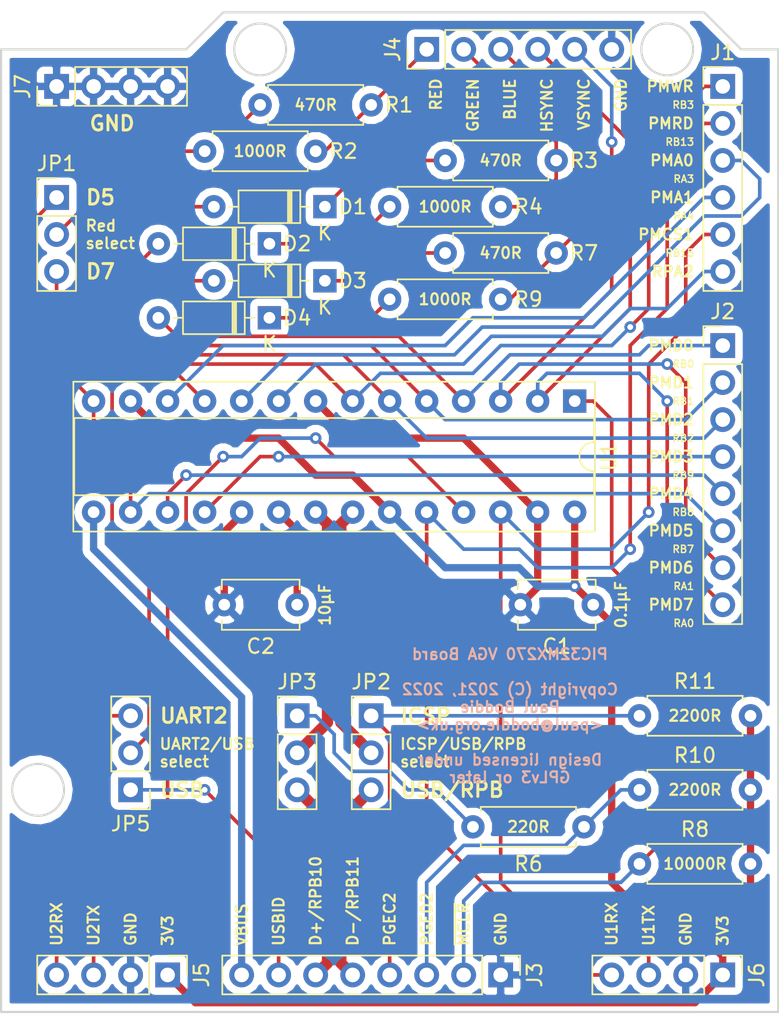
<source format=kicad_pcb>
(kicad_pcb (version 20171130) (host pcbnew 5.0.2+dfsg1-1)

  (general
    (thickness 1.6)
    (drawings 84)
    (tracks 272)
    (zones 0)
    (modules 28)
    (nets 40)
  )

  (page A4)
  (layers
    (0 F.Cu signal)
    (31 B.Cu signal)
    (32 B.Adhes user)
    (33 F.Adhes user)
    (34 B.Paste user)
    (35 F.Paste user)
    (36 B.SilkS user)
    (37 F.SilkS user)
    (38 B.Mask user)
    (39 F.Mask user)
    (40 Dwgs.User user)
    (41 Cmts.User user)
    (42 Eco1.User user)
    (43 Eco2.User user)
    (44 Edge.Cuts user)
    (45 Margin user)
    (46 B.CrtYd user)
    (47 F.CrtYd user)
    (48 B.Fab user)
    (49 F.Fab user)
  )

  (setup
    (last_trace_width 0.25)
    (trace_clearance 0.2)
    (zone_clearance 0.508)
    (zone_45_only no)
    (trace_min 0.2)
    (segment_width 0.2)
    (edge_width 0.15)
    (via_size 0.8)
    (via_drill 0.4)
    (via_min_size 0.4)
    (via_min_drill 0.3)
    (uvia_size 0.3)
    (uvia_drill 0.1)
    (uvias_allowed no)
    (uvia_min_size 0.2)
    (uvia_min_drill 0.1)
    (pcb_text_width 0.3)
    (pcb_text_size 1.5 1.5)
    (mod_edge_width 0.15)
    (mod_text_size 1 1)
    (mod_text_width 0.15)
    (pad_size 1.524 1.524)
    (pad_drill 0.762)
    (pad_to_mask_clearance 0.051)
    (solder_mask_min_width 0.25)
    (aux_axis_origin 0 0)
    (visible_elements FFFFFF7F)
    (pcbplotparams
      (layerselection 0x010fc_ffffffff)
      (usegerberextensions false)
      (usegerberattributes false)
      (usegerberadvancedattributes false)
      (creategerberjobfile false)
      (excludeedgelayer true)
      (linewidth 0.100000)
      (plotframeref false)
      (viasonmask false)
      (mode 1)
      (useauxorigin false)
      (hpglpennumber 1)
      (hpglpenspeed 20)
      (hpglpendiameter 15.000000)
      (psnegative false)
      (psa4output false)
      (plotreference true)
      (plotvalue true)
      (plotinvisibletext false)
      (padsonsilk false)
      (subtractmaskfromsilk false)
      (outputformat 1)
      (mirror false)
      (drillshape 1)
      (scaleselection 1)
      (outputdirectory ""))
  )

  (net 0 "")
  (net 1 +3V3)
  (net 2 GND)
  (net 3 /R)
  (net 4 /B)
  (net 5 /G)
  (net 6 /PMWR)
  (net 7 /PMRD)
  (net 8 /PMA0)
  (net 9 /PMA1)
  (net 10 /PMCS1)
  (net 11 /RPA2)
  (net 12 /PMD0)
  (net 13 /PMD1)
  (net 14 /PMD2)
  (net 15 /PMD3)
  (net 16 /PMD4)
  (net 17 /PMD5)
  (net 18 /PMD6)
  (net 19 /HS)
  (net 20 /VBUS)
  (net 21 /A2)
  (net 22 /A1)
  (net 23 /A0)
  (net 24 /U2TX)
  (net 25 /U2RX)
  (net 26 "Net-(JP1-Pad1)")
  (net 27 "Net-(JP1-Pad2)")
  (net 28 "Net-(R2-Pad2)")
  (net 29 /D-)
  (net 30 /D+)
  (net 31 "Net-(JP3-Pad1)")
  (net 32 /USB_D-)
  (net 33 /USB_D+)
  (net 34 /USBID)
  (net 35 /VCAP)
  (net 36 "Net-(D1-Pad1)")
  (net 37 "Net-(D2-Pad1)")
  (net 38 "Net-(D3-Pad1)")
  (net 39 "Net-(D4-Pad1)")

  (net_class Default "This is the default net class."
    (clearance 0.2)
    (trace_width 0.25)
    (via_dia 0.8)
    (via_drill 0.4)
    (uvia_dia 0.3)
    (uvia_drill 0.1)
    (add_net /A0)
    (add_net /A1)
    (add_net /A2)
    (add_net /B)
    (add_net /G)
    (add_net /HS)
    (add_net /PMA0)
    (add_net /PMA1)
    (add_net /PMCS1)
    (add_net /PMD0)
    (add_net /PMD1)
    (add_net /PMD2)
    (add_net /PMD3)
    (add_net /PMD4)
    (add_net /PMD5)
    (add_net /PMD6)
    (add_net /PMRD)
    (add_net /PMWR)
    (add_net /R)
    (add_net /RPA2)
    (add_net /U2RX)
    (add_net /U2TX)
    (add_net /USBID)
    (add_net "Net-(D1-Pad1)")
    (add_net "Net-(D2-Pad1)")
    (add_net "Net-(D3-Pad1)")
    (add_net "Net-(D4-Pad1)")
    (add_net "Net-(JP1-Pad1)")
    (add_net "Net-(JP1-Pad2)")
    (add_net "Net-(JP3-Pad1)")
    (add_net "Net-(R2-Pad2)")
  )

  (net_class Power ""
    (clearance 0.2)
    (trace_width 0.5)
    (via_dia 0.8)
    (via_drill 0.4)
    (uvia_dia 0.3)
    (uvia_drill 0.1)
    (add_net +3V3)
    (add_net /VBUS)
    (add_net /VCAP)
    (add_net GND)
  )

  (net_class USB ""
    (clearance 0.1524)
    (trace_width 0.25)
    (via_dia 0.8)
    (via_drill 0.4)
    (uvia_dia 0.3)
    (uvia_drill 0.1)
    (diff_pair_gap 0.1524)
    (diff_pair_width 0.77)
    (add_net /D+)
    (add_net /D-)
    (add_net /USB_D+)
    (add_net /USB_D-)
  )

  (module Package_DIP:DIP-28_W7.62mm_Socket (layer F.Cu) (tedit 5A02E8C5) (tstamp 61C602D7)
    (at 138.43 115.57 270)
    (descr "28-lead though-hole mounted DIP package, row spacing 7.62 mm (300 mils), Socket")
    (tags "THT DIP DIL PDIP 2.54mm 7.62mm 300mil Socket")
    (path /61B68C43)
    (fp_text reference U1 (at 3.81 -2.33 270) (layer F.SilkS)
      (effects (font (size 1 1) (thickness 0.15)))
    )
    (fp_text value PIC32MX270F256B (at 3.81 35.35 270) (layer F.Fab)
      (effects (font (size 1 1) (thickness 0.15)))
    )
    (fp_arc (start 3.81 -1.33) (end 2.81 -1.33) (angle -180) (layer F.SilkS) (width 0.12))
    (fp_line (start 1.635 -1.27) (end 6.985 -1.27) (layer F.Fab) (width 0.1))
    (fp_line (start 6.985 -1.27) (end 6.985 34.29) (layer F.Fab) (width 0.1))
    (fp_line (start 6.985 34.29) (end 0.635 34.29) (layer F.Fab) (width 0.1))
    (fp_line (start 0.635 34.29) (end 0.635 -0.27) (layer F.Fab) (width 0.1))
    (fp_line (start 0.635 -0.27) (end 1.635 -1.27) (layer F.Fab) (width 0.1))
    (fp_line (start -1.27 -1.33) (end -1.27 34.35) (layer F.Fab) (width 0.1))
    (fp_line (start -1.27 34.35) (end 8.89 34.35) (layer F.Fab) (width 0.1))
    (fp_line (start 8.89 34.35) (end 8.89 -1.33) (layer F.Fab) (width 0.1))
    (fp_line (start 8.89 -1.33) (end -1.27 -1.33) (layer F.Fab) (width 0.1))
    (fp_line (start 2.81 -1.33) (end 1.16 -1.33) (layer F.SilkS) (width 0.12))
    (fp_line (start 1.16 -1.33) (end 1.16 34.35) (layer F.SilkS) (width 0.12))
    (fp_line (start 1.16 34.35) (end 6.46 34.35) (layer F.SilkS) (width 0.12))
    (fp_line (start 6.46 34.35) (end 6.46 -1.33) (layer F.SilkS) (width 0.12))
    (fp_line (start 6.46 -1.33) (end 4.81 -1.33) (layer F.SilkS) (width 0.12))
    (fp_line (start -1.33 -1.39) (end -1.33 34.41) (layer F.SilkS) (width 0.12))
    (fp_line (start -1.33 34.41) (end 8.95 34.41) (layer F.SilkS) (width 0.12))
    (fp_line (start 8.95 34.41) (end 8.95 -1.39) (layer F.SilkS) (width 0.12))
    (fp_line (start 8.95 -1.39) (end -1.33 -1.39) (layer F.SilkS) (width 0.12))
    (fp_line (start -1.55 -1.6) (end -1.55 34.65) (layer F.CrtYd) (width 0.05))
    (fp_line (start -1.55 34.65) (end 9.15 34.65) (layer F.CrtYd) (width 0.05))
    (fp_line (start 9.15 34.65) (end 9.15 -1.6) (layer F.CrtYd) (width 0.05))
    (fp_line (start 9.15 -1.6) (end -1.55 -1.6) (layer F.CrtYd) (width 0.05))
    (fp_text user %R (at 3.81 16.51 270) (layer F.Fab)
      (effects (font (size 1 1) (thickness 0.15)))
    )
    (pad 1 thru_hole rect (at 0 0 270) (size 1.6 1.6) (drill 0.8) (layers *.Cu *.Mask)
      (net 23 /A0))
    (pad 15 thru_hole oval (at 7.62 33.02 270) (size 1.6 1.6) (drill 0.8) (layers *.Cu *.Mask)
      (net 20 /VBUS))
    (pad 2 thru_hole oval (at 0 2.54 270) (size 1.6 1.6) (drill 0.8) (layers *.Cu *.Mask)
      (net 19 /HS))
    (pad 16 thru_hole oval (at 7.62 30.48 270) (size 1.6 1.6) (drill 0.8) (layers *.Cu *.Mask)
      (net 17 /PMD5))
    (pad 3 thru_hole oval (at 0 5.08 270) (size 1.6 1.6) (drill 0.8) (layers *.Cu *.Mask)
      (net 18 /PMD6))
    (pad 17 thru_hole oval (at 7.62 27.94 270) (size 1.6 1.6) (drill 0.8) (layers *.Cu *.Mask)
      (net 16 /PMD4))
    (pad 4 thru_hole oval (at 0 7.62 270) (size 1.6 1.6) (drill 0.8) (layers *.Cu *.Mask)
      (net 12 /PMD0))
    (pad 18 thru_hole oval (at 7.62 25.4 270) (size 1.6 1.6) (drill 0.8) (layers *.Cu *.Mask)
      (net 15 /PMD3))
    (pad 5 thru_hole oval (at 0 10.16 270) (size 1.6 1.6) (drill 0.8) (layers *.Cu *.Mask)
      (net 13 /PMD1))
    (pad 19 thru_hole oval (at 7.62 22.86 270) (size 1.6 1.6) (drill 0.8) (layers *.Cu *.Mask)
      (net 2 GND))
    (pad 6 thru_hole oval (at 0 12.7 270) (size 1.6 1.6) (drill 0.8) (layers *.Cu *.Mask)
      (net 14 /PMD2))
    (pad 20 thru_hole oval (at 7.62 20.32 270) (size 1.6 1.6) (drill 0.8) (layers *.Cu *.Mask)
      (net 35 /VCAP))
    (pad 7 thru_hole oval (at 0 15.24 270) (size 1.6 1.6) (drill 0.8) (layers *.Cu *.Mask)
      (net 6 /PMWR))
    (pad 21 thru_hole oval (at 7.62 17.78 270) (size 1.6 1.6) (drill 0.8) (layers *.Cu *.Mask)
      (net 30 /D+))
    (pad 8 thru_hole oval (at 0 17.78 270) (size 1.6 1.6) (drill 0.8) (layers *.Cu *.Mask)
      (net 2 GND))
    (pad 22 thru_hole oval (at 7.62 15.24 270) (size 1.6 1.6) (drill 0.8) (layers *.Cu *.Mask)
      (net 29 /D-))
    (pad 9 thru_hole oval (at 0 20.32 270) (size 1.6 1.6) (drill 0.8) (layers *.Cu *.Mask)
      (net 11 /RPA2))
    (pad 23 thru_hole oval (at 7.62 12.7 270) (size 1.6 1.6) (drill 0.8) (layers *.Cu *.Mask)
      (net 1 +3V3))
    (pad 10 thru_hole oval (at 0 22.86 270) (size 1.6 1.6) (drill 0.8) (layers *.Cu *.Mask)
      (net 8 /PMA0))
    (pad 24 thru_hole oval (at 7.62 10.16 270) (size 1.6 1.6) (drill 0.8) (layers *.Cu *.Mask)
      (net 7 /PMRD))
    (pad 11 thru_hole oval (at 0 25.4 270) (size 1.6 1.6) (drill 0.8) (layers *.Cu *.Mask)
      (net 28 "Net-(R2-Pad2)"))
    (pad 25 thru_hole oval (at 7.62 7.62 270) (size 1.6 1.6) (drill 0.8) (layers *.Cu *.Mask)
      (net 24 /U2TX))
    (pad 12 thru_hole oval (at 0 27.94 270) (size 1.6 1.6) (drill 0.8) (layers *.Cu *.Mask)
      (net 9 /PMA1))
    (pad 26 thru_hole oval (at 7.62 5.08 270) (size 1.6 1.6) (drill 0.8) (layers *.Cu *.Mask)
      (net 10 /PMCS1))
    (pad 13 thru_hole oval (at 0 30.48 270) (size 1.6 1.6) (drill 0.8) (layers *.Cu *.Mask)
      (net 1 +3V3))
    (pad 27 thru_hole oval (at 7.62 2.54 270) (size 1.6 1.6) (drill 0.8) (layers *.Cu *.Mask)
      (net 2 GND))
    (pad 14 thru_hole oval (at 0 33.02 270) (size 1.6 1.6) (drill 0.8) (layers *.Cu *.Mask)
      (net 26 "Net-(JP1-Pad1)"))
    (pad 28 thru_hole oval (at 7.62 0 270) (size 1.6 1.6) (drill 0.8) (layers *.Cu *.Mask)
      (net 1 +3V3))
    (model ${KISYS3DMOD}/Package_DIP.3dshapes/DIP-28_W7.62mm_Socket.wrl
      (at (xyz 0 0 0))
      (scale (xyz 1 1 1))
      (rotate (xyz 0 0 0))
    )
  )

  (module Capacitor_THT:C_Disc_D5.1mm_W3.2mm_P5.00mm (layer F.Cu) (tedit 5AE50EF0) (tstamp 61C5D8B8)
    (at 139.7 129.54 180)
    (descr "C, Disc series, Radial, pin pitch=5.00mm, , diameter*width=5.1*3.2mm^2, Capacitor, http://www.vishay.com/docs/45233/krseries.pdf")
    (tags "C Disc series Radial pin pitch 5.00mm  diameter 5.1mm width 3.2mm Capacitor")
    (path /61D1A7EF)
    (fp_text reference C1 (at 2.5 -2.85 180) (layer F.SilkS)
      (effects (font (size 1 1) (thickness 0.15)))
    )
    (fp_text value 0.1µF (at 2.5 2.85 180) (layer F.Fab)
      (effects (font (size 1 1) (thickness 0.15)))
    )
    (fp_line (start -0.05 -1.6) (end -0.05 1.6) (layer F.Fab) (width 0.1))
    (fp_line (start -0.05 1.6) (end 5.05 1.6) (layer F.Fab) (width 0.1))
    (fp_line (start 5.05 1.6) (end 5.05 -1.6) (layer F.Fab) (width 0.1))
    (fp_line (start 5.05 -1.6) (end -0.05 -1.6) (layer F.Fab) (width 0.1))
    (fp_line (start -0.17 -1.721) (end 5.17 -1.721) (layer F.SilkS) (width 0.12))
    (fp_line (start -0.17 1.721) (end 5.17 1.721) (layer F.SilkS) (width 0.12))
    (fp_line (start -0.17 -1.721) (end -0.17 -1.055) (layer F.SilkS) (width 0.12))
    (fp_line (start -0.17 1.055) (end -0.17 1.721) (layer F.SilkS) (width 0.12))
    (fp_line (start 5.17 -1.721) (end 5.17 -1.055) (layer F.SilkS) (width 0.12))
    (fp_line (start 5.17 1.055) (end 5.17 1.721) (layer F.SilkS) (width 0.12))
    (fp_line (start -1.05 -1.85) (end -1.05 1.85) (layer F.CrtYd) (width 0.05))
    (fp_line (start -1.05 1.85) (end 6.05 1.85) (layer F.CrtYd) (width 0.05))
    (fp_line (start 6.05 1.85) (end 6.05 -1.85) (layer F.CrtYd) (width 0.05))
    (fp_line (start 6.05 -1.85) (end -1.05 -1.85) (layer F.CrtYd) (width 0.05))
    (fp_text user %R (at 2.5 0 180) (layer F.Fab)
      (effects (font (size 1 1) (thickness 0.15)))
    )
    (pad 1 thru_hole circle (at 0 0 180) (size 1.6 1.6) (drill 0.8) (layers *.Cu *.Mask)
      (net 1 +3V3))
    (pad 2 thru_hole circle (at 5 0 180) (size 1.6 1.6) (drill 0.8) (layers *.Cu *.Mask)
      (net 2 GND))
    (model ${KISYS3DMOD}/Capacitor_THT.3dshapes/C_Disc_D5.1mm_W3.2mm_P5.00mm.wrl
      (at (xyz 0 0 0))
      (scale (xyz 1 1 1))
      (rotate (xyz 0 0 0))
    )
  )

  (module Capacitor_THT:C_Disc_D5.1mm_W3.2mm_P5.00mm (layer F.Cu) (tedit 5AE50EF0) (tstamp 61C30291)
    (at 119.38 129.54 180)
    (descr "C, Disc series, Radial, pin pitch=5.00mm, , diameter*width=5.1*3.2mm^2, Capacitor, http://www.vishay.com/docs/45233/krseries.pdf")
    (tags "C Disc series Radial pin pitch 5.00mm  diameter 5.1mm width 3.2mm Capacitor")
    (path /61B69874)
    (fp_text reference C2 (at 2.5 -2.85 180) (layer F.SilkS)
      (effects (font (size 1 1) (thickness 0.15)))
    )
    (fp_text value 10µF (at 2.5 2.85 180) (layer F.Fab)
      (effects (font (size 1 1) (thickness 0.15)))
    )
    (fp_text user %R (at 2.5 0 180) (layer F.Fab)
      (effects (font (size 1 1) (thickness 0.15)))
    )
    (fp_line (start 6.05 -1.85) (end -1.05 -1.85) (layer F.CrtYd) (width 0.05))
    (fp_line (start 6.05 1.85) (end 6.05 -1.85) (layer F.CrtYd) (width 0.05))
    (fp_line (start -1.05 1.85) (end 6.05 1.85) (layer F.CrtYd) (width 0.05))
    (fp_line (start -1.05 -1.85) (end -1.05 1.85) (layer F.CrtYd) (width 0.05))
    (fp_line (start 5.17 1.055) (end 5.17 1.721) (layer F.SilkS) (width 0.12))
    (fp_line (start 5.17 -1.721) (end 5.17 -1.055) (layer F.SilkS) (width 0.12))
    (fp_line (start -0.17 1.055) (end -0.17 1.721) (layer F.SilkS) (width 0.12))
    (fp_line (start -0.17 -1.721) (end -0.17 -1.055) (layer F.SilkS) (width 0.12))
    (fp_line (start -0.17 1.721) (end 5.17 1.721) (layer F.SilkS) (width 0.12))
    (fp_line (start -0.17 -1.721) (end 5.17 -1.721) (layer F.SilkS) (width 0.12))
    (fp_line (start 5.05 -1.6) (end -0.05 -1.6) (layer F.Fab) (width 0.1))
    (fp_line (start 5.05 1.6) (end 5.05 -1.6) (layer F.Fab) (width 0.1))
    (fp_line (start -0.05 1.6) (end 5.05 1.6) (layer F.Fab) (width 0.1))
    (fp_line (start -0.05 -1.6) (end -0.05 1.6) (layer F.Fab) (width 0.1))
    (pad 2 thru_hole circle (at 5 0 180) (size 1.6 1.6) (drill 0.8) (layers *.Cu *.Mask)
      (net 2 GND))
    (pad 1 thru_hole circle (at 0 0 180) (size 1.6 1.6) (drill 0.8) (layers *.Cu *.Mask)
      (net 35 /VCAP))
    (model ${KISYS3DMOD}/Capacitor_THT.3dshapes/C_Disc_D5.1mm_W3.2mm_P5.00mm.wrl
      (at (xyz 0 0 0))
      (scale (xyz 1 1 1))
      (rotate (xyz 0 0 0))
    )
  )

  (module Connector_PinHeader_2.54mm:PinHeader_1x06_P2.54mm_Vertical (layer F.Cu) (tedit 59FED5CC) (tstamp 61C5E486)
    (at 148.59 93.98)
    (descr "Through hole straight pin header, 1x06, 2.54mm pitch, single row")
    (tags "Through hole pin header THT 1x06 2.54mm single row")
    (path /62407042)
    (fp_text reference J1 (at 0 -2.33) (layer F.SilkS)
      (effects (font (size 1 1) (thickness 0.15)))
    )
    (fp_text value PMP (at 0 15.03) (layer F.Fab)
      (effects (font (size 1 1) (thickness 0.15)))
    )
    (fp_line (start -0.635 -1.27) (end 1.27 -1.27) (layer F.Fab) (width 0.1))
    (fp_line (start 1.27 -1.27) (end 1.27 13.97) (layer F.Fab) (width 0.1))
    (fp_line (start 1.27 13.97) (end -1.27 13.97) (layer F.Fab) (width 0.1))
    (fp_line (start -1.27 13.97) (end -1.27 -0.635) (layer F.Fab) (width 0.1))
    (fp_line (start -1.27 -0.635) (end -0.635 -1.27) (layer F.Fab) (width 0.1))
    (fp_line (start -1.33 14.03) (end 1.33 14.03) (layer F.SilkS) (width 0.12))
    (fp_line (start -1.33 1.27) (end -1.33 14.03) (layer F.SilkS) (width 0.12))
    (fp_line (start 1.33 1.27) (end 1.33 14.03) (layer F.SilkS) (width 0.12))
    (fp_line (start -1.33 1.27) (end 1.33 1.27) (layer F.SilkS) (width 0.12))
    (fp_line (start -1.33 0) (end -1.33 -1.33) (layer F.SilkS) (width 0.12))
    (fp_line (start -1.33 -1.33) (end 0 -1.33) (layer F.SilkS) (width 0.12))
    (fp_line (start -1.8 -1.8) (end -1.8 14.5) (layer F.CrtYd) (width 0.05))
    (fp_line (start -1.8 14.5) (end 1.8 14.5) (layer F.CrtYd) (width 0.05))
    (fp_line (start 1.8 14.5) (end 1.8 -1.8) (layer F.CrtYd) (width 0.05))
    (fp_line (start 1.8 -1.8) (end -1.8 -1.8) (layer F.CrtYd) (width 0.05))
    (fp_text user %R (at 0 6.35 90) (layer F.Fab)
      (effects (font (size 1 1) (thickness 0.15)))
    )
    (pad 1 thru_hole rect (at 0 0) (size 1.7 1.7) (drill 1) (layers *.Cu *.Mask)
      (net 6 /PMWR))
    (pad 2 thru_hole oval (at 0 2.54) (size 1.7 1.7) (drill 1) (layers *.Cu *.Mask)
      (net 7 /PMRD))
    (pad 3 thru_hole oval (at 0 5.08) (size 1.7 1.7) (drill 1) (layers *.Cu *.Mask)
      (net 8 /PMA0))
    (pad 4 thru_hole oval (at 0 7.62) (size 1.7 1.7) (drill 1) (layers *.Cu *.Mask)
      (net 9 /PMA1))
    (pad 5 thru_hole oval (at 0 10.16) (size 1.7 1.7) (drill 1) (layers *.Cu *.Mask)
      (net 10 /PMCS1))
    (pad 6 thru_hole oval (at 0 12.7) (size 1.7 1.7) (drill 1) (layers *.Cu *.Mask)
      (net 11 /RPA2))
    (model ${KISYS3DMOD}/Connector_PinHeader_2.54mm.3dshapes/PinHeader_1x06_P2.54mm_Vertical.wrl
      (at (xyz 0 0 0))
      (scale (xyz 1 1 1))
      (rotate (xyz 0 0 0))
    )
  )

  (module Connector_PinHeader_2.54mm:PinHeader_1x08_P2.54mm_Vertical (layer F.Cu) (tedit 59FED5CC) (tstamp 61C5FA59)
    (at 148.59 111.76)
    (descr "Through hole straight pin header, 1x08, 2.54mm pitch, single row")
    (tags "Through hole pin header THT 1x08 2.54mm single row")
    (path /62406C6B)
    (fp_text reference J2 (at 0 -2.33) (layer F.SilkS)
      (effects (font (size 1 1) (thickness 0.15)))
    )
    (fp_text value PMD (at 0 20.11) (layer F.Fab)
      (effects (font (size 1 1) (thickness 0.15)))
    )
    (fp_line (start -0.635 -1.27) (end 1.27 -1.27) (layer F.Fab) (width 0.1))
    (fp_line (start 1.27 -1.27) (end 1.27 19.05) (layer F.Fab) (width 0.1))
    (fp_line (start 1.27 19.05) (end -1.27 19.05) (layer F.Fab) (width 0.1))
    (fp_line (start -1.27 19.05) (end -1.27 -0.635) (layer F.Fab) (width 0.1))
    (fp_line (start -1.27 -0.635) (end -0.635 -1.27) (layer F.Fab) (width 0.1))
    (fp_line (start -1.33 19.11) (end 1.33 19.11) (layer F.SilkS) (width 0.12))
    (fp_line (start -1.33 1.27) (end -1.33 19.11) (layer F.SilkS) (width 0.12))
    (fp_line (start 1.33 1.27) (end 1.33 19.11) (layer F.SilkS) (width 0.12))
    (fp_line (start -1.33 1.27) (end 1.33 1.27) (layer F.SilkS) (width 0.12))
    (fp_line (start -1.33 0) (end -1.33 -1.33) (layer F.SilkS) (width 0.12))
    (fp_line (start -1.33 -1.33) (end 0 -1.33) (layer F.SilkS) (width 0.12))
    (fp_line (start -1.8 -1.8) (end -1.8 19.55) (layer F.CrtYd) (width 0.05))
    (fp_line (start -1.8 19.55) (end 1.8 19.55) (layer F.CrtYd) (width 0.05))
    (fp_line (start 1.8 19.55) (end 1.8 -1.8) (layer F.CrtYd) (width 0.05))
    (fp_line (start 1.8 -1.8) (end -1.8 -1.8) (layer F.CrtYd) (width 0.05))
    (fp_text user %R (at 0 8.89 90) (layer F.Fab)
      (effects (font (size 1 1) (thickness 0.15)))
    )
    (pad 1 thru_hole rect (at 0 0) (size 1.7 1.7) (drill 1) (layers *.Cu *.Mask)
      (net 12 /PMD0))
    (pad 2 thru_hole oval (at 0 2.54) (size 1.7 1.7) (drill 1) (layers *.Cu *.Mask)
      (net 13 /PMD1))
    (pad 3 thru_hole oval (at 0 5.08) (size 1.7 1.7) (drill 1) (layers *.Cu *.Mask)
      (net 14 /PMD2))
    (pad 4 thru_hole oval (at 0 7.62) (size 1.7 1.7) (drill 1) (layers *.Cu *.Mask)
      (net 15 /PMD3))
    (pad 5 thru_hole oval (at 0 10.16) (size 1.7 1.7) (drill 1) (layers *.Cu *.Mask)
      (net 16 /PMD4))
    (pad 6 thru_hole oval (at 0 12.7) (size 1.7 1.7) (drill 1) (layers *.Cu *.Mask)
      (net 17 /PMD5))
    (pad 7 thru_hole oval (at 0 15.24) (size 1.7 1.7) (drill 1) (layers *.Cu *.Mask)
      (net 18 /PMD6))
    (pad 8 thru_hole oval (at 0 17.78) (size 1.7 1.7) (drill 1) (layers *.Cu *.Mask)
      (net 19 /HS))
    (model ${KISYS3DMOD}/Connector_PinHeader_2.54mm.3dshapes/PinHeader_1x08_P2.54mm_Vertical.wrl
      (at (xyz 0 0 0))
      (scale (xyz 1 1 1))
      (rotate (xyz 0 0 0))
    )
  )

  (module Connector_PinHeader_2.54mm:PinHeader_1x06_P2.54mm_Vertical (layer F.Cu) (tedit 59FED5CC) (tstamp 61BF1C2B)
    (at 128.27 91.44 90)
    (descr "Through hole straight pin header, 1x06, 2.54mm pitch, single row")
    (tags "Through hole pin header THT 1x06 2.54mm single row")
    (path /61BAE4DF)
    (fp_text reference J4 (at 0 -2.33 90) (layer F.SilkS)
      (effects (font (size 1 1) (thickness 0.15)))
    )
    (fp_text value VGA (at 2.54 6.35 180) (layer F.Fab)
      (effects (font (size 1 1) (thickness 0.15)))
    )
    (fp_line (start -0.635 -1.27) (end 1.27 -1.27) (layer F.Fab) (width 0.1))
    (fp_line (start 1.27 -1.27) (end 1.27 13.97) (layer F.Fab) (width 0.1))
    (fp_line (start 1.27 13.97) (end -1.27 13.97) (layer F.Fab) (width 0.1))
    (fp_line (start -1.27 13.97) (end -1.27 -0.635) (layer F.Fab) (width 0.1))
    (fp_line (start -1.27 -0.635) (end -0.635 -1.27) (layer F.Fab) (width 0.1))
    (fp_line (start -1.33 14.03) (end 1.33 14.03) (layer F.SilkS) (width 0.12))
    (fp_line (start -1.33 1.27) (end -1.33 14.03) (layer F.SilkS) (width 0.12))
    (fp_line (start 1.33 1.27) (end 1.33 14.03) (layer F.SilkS) (width 0.12))
    (fp_line (start -1.33 1.27) (end 1.33 1.27) (layer F.SilkS) (width 0.12))
    (fp_line (start -1.33 0) (end -1.33 -1.33) (layer F.SilkS) (width 0.12))
    (fp_line (start -1.33 -1.33) (end 0 -1.33) (layer F.SilkS) (width 0.12))
    (fp_line (start -1.8 -1.8) (end -1.8 14.5) (layer F.CrtYd) (width 0.05))
    (fp_line (start -1.8 14.5) (end 1.8 14.5) (layer F.CrtYd) (width 0.05))
    (fp_line (start 1.8 14.5) (end 1.8 -1.8) (layer F.CrtYd) (width 0.05))
    (fp_line (start 1.8 -1.8) (end -1.8 -1.8) (layer F.CrtYd) (width 0.05))
    (fp_text user %R (at 0 6.35 180) (layer F.Fab)
      (effects (font (size 1 1) (thickness 0.15)))
    )
    (pad 1 thru_hole rect (at 0 0 90) (size 1.7 1.7) (drill 1) (layers *.Cu *.Mask)
      (net 3 /R))
    (pad 2 thru_hole oval (at 0 2.54 90) (size 1.7 1.7) (drill 1) (layers *.Cu *.Mask)
      (net 5 /G))
    (pad 3 thru_hole oval (at 0 5.08 90) (size 1.7 1.7) (drill 1) (layers *.Cu *.Mask)
      (net 4 /B))
    (pad 4 thru_hole oval (at 0 7.62 90) (size 1.7 1.7) (drill 1) (layers *.Cu *.Mask)
      (net 19 /HS))
    (pad 5 thru_hole oval (at 0 10.16 90) (size 1.7 1.7) (drill 1) (layers *.Cu *.Mask)
      (net 18 /PMD6))
    (pad 6 thru_hole oval (at 0 12.7 90) (size 1.7 1.7) (drill 1) (layers *.Cu *.Mask)
      (net 2 GND))
    (model ${KISYS3DMOD}/Connector_PinHeader_2.54mm.3dshapes/PinHeader_1x06_P2.54mm_Vertical.wrl
      (at (xyz 0 0 0))
      (scale (xyz 1 1 1))
      (rotate (xyz 0 0 0))
    )
  )

  (module Connector_PinHeader_2.54mm:PinHeader_1x04_P2.54mm_Vertical (layer F.Cu) (tedit 59FED5CC) (tstamp 61C61A00)
    (at 110.49 154.94 270)
    (descr "Through hole straight pin header, 1x04, 2.54mm pitch, single row")
    (tags "Through hole pin header THT 1x04 2.54mm single row")
    (path /622155E3)
    (fp_text reference J5 (at 0 -2.33 270) (layer F.SilkS)
      (effects (font (size 1 1) (thickness 0.15)))
    )
    (fp_text value UART2 (at 2.54 3.81) (layer F.Fab)
      (effects (font (size 1 1) (thickness 0.15)))
    )
    (fp_line (start -0.635 -1.27) (end 1.27 -1.27) (layer F.Fab) (width 0.1))
    (fp_line (start 1.27 -1.27) (end 1.27 8.89) (layer F.Fab) (width 0.1))
    (fp_line (start 1.27 8.89) (end -1.27 8.89) (layer F.Fab) (width 0.1))
    (fp_line (start -1.27 8.89) (end -1.27 -0.635) (layer F.Fab) (width 0.1))
    (fp_line (start -1.27 -0.635) (end -0.635 -1.27) (layer F.Fab) (width 0.1))
    (fp_line (start -1.33 8.95) (end 1.33 8.95) (layer F.SilkS) (width 0.12))
    (fp_line (start -1.33 1.27) (end -1.33 8.95) (layer F.SilkS) (width 0.12))
    (fp_line (start 1.33 1.27) (end 1.33 8.95) (layer F.SilkS) (width 0.12))
    (fp_line (start -1.33 1.27) (end 1.33 1.27) (layer F.SilkS) (width 0.12))
    (fp_line (start -1.33 0) (end -1.33 -1.33) (layer F.SilkS) (width 0.12))
    (fp_line (start -1.33 -1.33) (end 0 -1.33) (layer F.SilkS) (width 0.12))
    (fp_line (start -1.8 -1.8) (end -1.8 9.4) (layer F.CrtYd) (width 0.05))
    (fp_line (start -1.8 9.4) (end 1.8 9.4) (layer F.CrtYd) (width 0.05))
    (fp_line (start 1.8 9.4) (end 1.8 -1.8) (layer F.CrtYd) (width 0.05))
    (fp_line (start 1.8 -1.8) (end -1.8 -1.8) (layer F.CrtYd) (width 0.05))
    (fp_text user %R (at 0 3.81) (layer F.Fab)
      (effects (font (size 1 1) (thickness 0.15)))
    )
    (pad 1 thru_hole rect (at 0 0 270) (size 1.7 1.7) (drill 1) (layers *.Cu *.Mask)
      (net 1 +3V3))
    (pad 2 thru_hole oval (at 0 2.54 270) (size 1.7 1.7) (drill 1) (layers *.Cu *.Mask)
      (net 2 GND))
    (pad 3 thru_hole oval (at 0 5.08 270) (size 1.7 1.7) (drill 1) (layers *.Cu *.Mask)
      (net 24 /U2TX))
    (pad 4 thru_hole oval (at 0 7.62 270) (size 1.7 1.7) (drill 1) (layers *.Cu *.Mask)
      (net 25 /U2RX))
    (model ${KISYS3DMOD}/Connector_PinHeader_2.54mm.3dshapes/PinHeader_1x04_P2.54mm_Vertical.wrl
      (at (xyz 0 0 0))
      (scale (xyz 1 1 1))
      (rotate (xyz 0 0 0))
    )
  )

  (module Connector_PinHeader_2.54mm:PinHeader_1x04_P2.54mm_Vertical (layer F.Cu) (tedit 59FED5CC) (tstamp 61C60599)
    (at 148.59 154.94 270)
    (descr "Through hole straight pin header, 1x04, 2.54mm pitch, single row")
    (tags "Through hole pin header THT 1x04 2.54mm single row")
    (path /61B81D01)
    (fp_text reference J6 (at 0 -2.33 270) (layer F.SilkS)
      (effects (font (size 1 1) (thickness 0.15)))
    )
    (fp_text value UART1 (at 2.54 3.81) (layer F.Fab)
      (effects (font (size 1 1) (thickness 0.15)))
    )
    (fp_text user %R (at 0 3.81) (layer F.Fab)
      (effects (font (size 1 1) (thickness 0.15)))
    )
    (fp_line (start 1.8 -1.8) (end -1.8 -1.8) (layer F.CrtYd) (width 0.05))
    (fp_line (start 1.8 9.4) (end 1.8 -1.8) (layer F.CrtYd) (width 0.05))
    (fp_line (start -1.8 9.4) (end 1.8 9.4) (layer F.CrtYd) (width 0.05))
    (fp_line (start -1.8 -1.8) (end -1.8 9.4) (layer F.CrtYd) (width 0.05))
    (fp_line (start -1.33 -1.33) (end 0 -1.33) (layer F.SilkS) (width 0.12))
    (fp_line (start -1.33 0) (end -1.33 -1.33) (layer F.SilkS) (width 0.12))
    (fp_line (start -1.33 1.27) (end 1.33 1.27) (layer F.SilkS) (width 0.12))
    (fp_line (start 1.33 1.27) (end 1.33 8.95) (layer F.SilkS) (width 0.12))
    (fp_line (start -1.33 1.27) (end -1.33 8.95) (layer F.SilkS) (width 0.12))
    (fp_line (start -1.33 8.95) (end 1.33 8.95) (layer F.SilkS) (width 0.12))
    (fp_line (start -1.27 -0.635) (end -0.635 -1.27) (layer F.Fab) (width 0.1))
    (fp_line (start -1.27 8.89) (end -1.27 -0.635) (layer F.Fab) (width 0.1))
    (fp_line (start 1.27 8.89) (end -1.27 8.89) (layer F.Fab) (width 0.1))
    (fp_line (start 1.27 -1.27) (end 1.27 8.89) (layer F.Fab) (width 0.1))
    (fp_line (start -0.635 -1.27) (end 1.27 -1.27) (layer F.Fab) (width 0.1))
    (pad 4 thru_hole oval (at 0 7.62 270) (size 1.7 1.7) (drill 1) (layers *.Cu *.Mask)
      (net 7 /PMRD))
    (pad 3 thru_hole oval (at 0 5.08 270) (size 1.7 1.7) (drill 1) (layers *.Cu *.Mask)
      (net 10 /PMCS1))
    (pad 2 thru_hole oval (at 0 2.54 270) (size 1.7 1.7) (drill 1) (layers *.Cu *.Mask)
      (net 2 GND))
    (pad 1 thru_hole rect (at 0 0 270) (size 1.7 1.7) (drill 1) (layers *.Cu *.Mask)
      (net 1 +3V3))
    (model ${KISYS3DMOD}/Connector_PinHeader_2.54mm.3dshapes/PinHeader_1x04_P2.54mm_Vertical.wrl
      (at (xyz 0 0 0))
      (scale (xyz 1 1 1))
      (rotate (xyz 0 0 0))
    )
  )

  (module Connector_PinHeader_2.54mm:PinHeader_1x03_P2.54mm_Vertical (layer F.Cu) (tedit 59FED5CC) (tstamp 62127E05)
    (at 102.87 101.6)
    (descr "Through hole straight pin header, 1x03, 2.54mm pitch, single row")
    (tags "Through hole pin header THT 1x03 2.54mm single row")
    (path /61E64345)
    (fp_text reference JP1 (at 0 -2.33) (layer F.SilkS)
      (effects (font (size 1 1) (thickness 0.15)))
    )
    (fp_text value D5/D7 (at 0 7.41) (layer F.Fab)
      (effects (font (size 1 1) (thickness 0.15)))
    )
    (fp_line (start -0.635 -1.27) (end 1.27 -1.27) (layer F.Fab) (width 0.1))
    (fp_line (start 1.27 -1.27) (end 1.27 6.35) (layer F.Fab) (width 0.1))
    (fp_line (start 1.27 6.35) (end -1.27 6.35) (layer F.Fab) (width 0.1))
    (fp_line (start -1.27 6.35) (end -1.27 -0.635) (layer F.Fab) (width 0.1))
    (fp_line (start -1.27 -0.635) (end -0.635 -1.27) (layer F.Fab) (width 0.1))
    (fp_line (start -1.33 6.41) (end 1.33 6.41) (layer F.SilkS) (width 0.12))
    (fp_line (start -1.33 1.27) (end -1.33 6.41) (layer F.SilkS) (width 0.12))
    (fp_line (start 1.33 1.27) (end 1.33 6.41) (layer F.SilkS) (width 0.12))
    (fp_line (start -1.33 1.27) (end 1.33 1.27) (layer F.SilkS) (width 0.12))
    (fp_line (start -1.33 0) (end -1.33 -1.33) (layer F.SilkS) (width 0.12))
    (fp_line (start -1.33 -1.33) (end 0 -1.33) (layer F.SilkS) (width 0.12))
    (fp_line (start -1.8 -1.8) (end -1.8 6.85) (layer F.CrtYd) (width 0.05))
    (fp_line (start -1.8 6.85) (end 1.8 6.85) (layer F.CrtYd) (width 0.05))
    (fp_line (start 1.8 6.85) (end 1.8 -1.8) (layer F.CrtYd) (width 0.05))
    (fp_line (start 1.8 -1.8) (end -1.8 -1.8) (layer F.CrtYd) (width 0.05))
    (fp_text user %R (at 0 2.54 90) (layer F.Fab)
      (effects (font (size 1 1) (thickness 0.15)))
    )
    (pad 1 thru_hole rect (at 0 0) (size 1.7 1.7) (drill 1) (layers *.Cu *.Mask)
      (net 26 "Net-(JP1-Pad1)"))
    (pad 2 thru_hole oval (at 0 2.54) (size 1.7 1.7) (drill 1) (layers *.Cu *.Mask)
      (net 27 "Net-(JP1-Pad2)"))
    (pad 3 thru_hole oval (at 0 5.08) (size 1.7 1.7) (drill 1) (layers *.Cu *.Mask)
      (net 17 /PMD5))
    (model ${KISYS3DMOD}/Connector_PinHeader_2.54mm.3dshapes/PinHeader_1x03_P2.54mm_Vertical.wrl
      (at (xyz 0 0 0))
      (scale (xyz 1 1 1))
      (rotate (xyz 0 0 0))
    )
  )

  (module Connector_PinHeader_2.54mm:PinHeader_1x03_P2.54mm_Vertical (layer F.Cu) (tedit 59FED5CC) (tstamp 61BF35EF)
    (at 107.95 142.24 180)
    (descr "Through hole straight pin header, 1x03, 2.54mm pitch, single row")
    (tags "Through hole pin header THT 1x03 2.54mm single row")
    (path /61F053A9)
    (fp_text reference JP5 (at 0 -2.33 180) (layer F.SilkS)
      (effects (font (size 1 1) (thickness 0.15)))
    )
    (fp_text value USBID/U2RX (at 0 7.41 180) (layer F.Fab)
      (effects (font (size 1 1) (thickness 0.15)))
    )
    (fp_text user %R (at 0 2.54 90) (layer F.Fab)
      (effects (font (size 1 1) (thickness 0.15)))
    )
    (fp_line (start 1.8 -1.8) (end -1.8 -1.8) (layer F.CrtYd) (width 0.05))
    (fp_line (start 1.8 6.85) (end 1.8 -1.8) (layer F.CrtYd) (width 0.05))
    (fp_line (start -1.8 6.85) (end 1.8 6.85) (layer F.CrtYd) (width 0.05))
    (fp_line (start -1.8 -1.8) (end -1.8 6.85) (layer F.CrtYd) (width 0.05))
    (fp_line (start -1.33 -1.33) (end 0 -1.33) (layer F.SilkS) (width 0.12))
    (fp_line (start -1.33 0) (end -1.33 -1.33) (layer F.SilkS) (width 0.12))
    (fp_line (start -1.33 1.27) (end 1.33 1.27) (layer F.SilkS) (width 0.12))
    (fp_line (start 1.33 1.27) (end 1.33 6.41) (layer F.SilkS) (width 0.12))
    (fp_line (start -1.33 1.27) (end -1.33 6.41) (layer F.SilkS) (width 0.12))
    (fp_line (start -1.33 6.41) (end 1.33 6.41) (layer F.SilkS) (width 0.12))
    (fp_line (start -1.27 -0.635) (end -0.635 -1.27) (layer F.Fab) (width 0.1))
    (fp_line (start -1.27 6.35) (end -1.27 -0.635) (layer F.Fab) (width 0.1))
    (fp_line (start 1.27 6.35) (end -1.27 6.35) (layer F.Fab) (width 0.1))
    (fp_line (start 1.27 -1.27) (end 1.27 6.35) (layer F.Fab) (width 0.1))
    (fp_line (start -0.635 -1.27) (end 1.27 -1.27) (layer F.Fab) (width 0.1))
    (pad 3 thru_hole oval (at 0 5.08 180) (size 1.7 1.7) (drill 1) (layers *.Cu *.Mask)
      (net 25 /U2RX))
    (pad 2 thru_hole oval (at 0 2.54 180) (size 1.7 1.7) (drill 1) (layers *.Cu *.Mask)
      (net 26 "Net-(JP1-Pad1)"))
    (pad 1 thru_hole rect (at 0 0 180) (size 1.7 1.7) (drill 1) (layers *.Cu *.Mask)
      (net 34 /USBID))
    (model ${KISYS3DMOD}/Connector_PinHeader_2.54mm.3dshapes/PinHeader_1x03_P2.54mm_Vertical.wrl
      (at (xyz 0 0 0))
      (scale (xyz 1 1 1))
      (rotate (xyz 0 0 0))
    )
  )

  (module Connector_PinHeader_2.54mm:PinHeader_1x04_P2.54mm_Vertical (layer F.Cu) (tedit 59FED5CC) (tstamp 61BFB6AA)
    (at 102.87 93.98 90)
    (descr "Through hole straight pin header, 1x04, 2.54mm pitch, single row")
    (tags "Through hole pin header THT 1x04 2.54mm single row")
    (path /61BEF36C)
    (fp_text reference J7 (at 0 -2.33 90) (layer F.SilkS)
      (effects (font (size 1 1) (thickness 0.15)))
    )
    (fp_text value GND (at 2.54 3.81) (layer F.Fab)
      (effects (font (size 1 1) (thickness 0.15)))
    )
    (fp_line (start -0.635 -1.27) (end 1.27 -1.27) (layer F.Fab) (width 0.1))
    (fp_line (start 1.27 -1.27) (end 1.27 8.89) (layer F.Fab) (width 0.1))
    (fp_line (start 1.27 8.89) (end -1.27 8.89) (layer F.Fab) (width 0.1))
    (fp_line (start -1.27 8.89) (end -1.27 -0.635) (layer F.Fab) (width 0.1))
    (fp_line (start -1.27 -0.635) (end -0.635 -1.27) (layer F.Fab) (width 0.1))
    (fp_line (start -1.33 8.95) (end 1.33 8.95) (layer F.SilkS) (width 0.12))
    (fp_line (start -1.33 1.27) (end -1.33 8.95) (layer F.SilkS) (width 0.12))
    (fp_line (start 1.33 1.27) (end 1.33 8.95) (layer F.SilkS) (width 0.12))
    (fp_line (start -1.33 1.27) (end 1.33 1.27) (layer F.SilkS) (width 0.12))
    (fp_line (start -1.33 0) (end -1.33 -1.33) (layer F.SilkS) (width 0.12))
    (fp_line (start -1.33 -1.33) (end 0 -1.33) (layer F.SilkS) (width 0.12))
    (fp_line (start -1.8 -1.8) (end -1.8 9.4) (layer F.CrtYd) (width 0.05))
    (fp_line (start -1.8 9.4) (end 1.8 9.4) (layer F.CrtYd) (width 0.05))
    (fp_line (start 1.8 9.4) (end 1.8 -1.8) (layer F.CrtYd) (width 0.05))
    (fp_line (start 1.8 -1.8) (end -1.8 -1.8) (layer F.CrtYd) (width 0.05))
    (fp_text user %R (at 0 3.81 180) (layer F.Fab)
      (effects (font (size 1 1) (thickness 0.15)))
    )
    (pad 1 thru_hole rect (at 0 0 90) (size 1.7 1.7) (drill 1) (layers *.Cu *.Mask)
      (net 2 GND))
    (pad 2 thru_hole oval (at 0 2.54 90) (size 1.7 1.7) (drill 1) (layers *.Cu *.Mask)
      (net 2 GND))
    (pad 3 thru_hole oval (at 0 5.08 90) (size 1.7 1.7) (drill 1) (layers *.Cu *.Mask)
      (net 2 GND))
    (pad 4 thru_hole oval (at 0 7.62 90) (size 1.7 1.7) (drill 1) (layers *.Cu *.Mask)
      (net 2 GND))
    (model ${KISYS3DMOD}/Connector_PinHeader_2.54mm.3dshapes/PinHeader_1x04_P2.54mm_Vertical.wrl
      (at (xyz 0 0 0))
      (scale (xyz 1 1 1))
      (rotate (xyz 0 0 0))
    )
  )

  (module Connector_PinHeader_2.54mm:PinHeader_1x08_P2.54mm_Vertical (layer F.Cu) (tedit 59FED5CC) (tstamp 61C3033A)
    (at 133.35 154.94 270)
    (descr "Through hole straight pin header, 1x08, 2.54mm pitch, single row")
    (tags "Through hole pin header THT 1x08 2.54mm single row")
    (path /61F55AD1)
    (fp_text reference J3 (at 0 -2.33 270) (layer F.SilkS)
      (effects (font (size 1 1) (thickness 0.15)))
    )
    (fp_text value ICSP/USB (at 2.54 8.89 180) (layer F.Fab)
      (effects (font (size 1 1) (thickness 0.15)))
    )
    (fp_line (start -0.635 -1.27) (end 1.27 -1.27) (layer F.Fab) (width 0.1))
    (fp_line (start 1.27 -1.27) (end 1.27 19.05) (layer F.Fab) (width 0.1))
    (fp_line (start 1.27 19.05) (end -1.27 19.05) (layer F.Fab) (width 0.1))
    (fp_line (start -1.27 19.05) (end -1.27 -0.635) (layer F.Fab) (width 0.1))
    (fp_line (start -1.27 -0.635) (end -0.635 -1.27) (layer F.Fab) (width 0.1))
    (fp_line (start -1.33 19.11) (end 1.33 19.11) (layer F.SilkS) (width 0.12))
    (fp_line (start -1.33 1.27) (end -1.33 19.11) (layer F.SilkS) (width 0.12))
    (fp_line (start 1.33 1.27) (end 1.33 19.11) (layer F.SilkS) (width 0.12))
    (fp_line (start -1.33 1.27) (end 1.33 1.27) (layer F.SilkS) (width 0.12))
    (fp_line (start -1.33 0) (end -1.33 -1.33) (layer F.SilkS) (width 0.12))
    (fp_line (start -1.33 -1.33) (end 0 -1.33) (layer F.SilkS) (width 0.12))
    (fp_line (start -1.8 -1.8) (end -1.8 19.55) (layer F.CrtYd) (width 0.05))
    (fp_line (start -1.8 19.55) (end 1.8 19.55) (layer F.CrtYd) (width 0.05))
    (fp_line (start 1.8 19.55) (end 1.8 -1.8) (layer F.CrtYd) (width 0.05))
    (fp_line (start 1.8 -1.8) (end -1.8 -1.8) (layer F.CrtYd) (width 0.05))
    (fp_text user %R (at 0 8.89) (layer F.Fab)
      (effects (font (size 1 1) (thickness 0.15)))
    )
    (pad 1 thru_hole rect (at 0 0 270) (size 1.7 1.7) (drill 1) (layers *.Cu *.Mask)
      (net 2 GND))
    (pad 2 thru_hole oval (at 0 2.54 270) (size 1.7 1.7) (drill 1) (layers *.Cu *.Mask)
      (net 23 /A0))
    (pad 3 thru_hole oval (at 0 5.08 270) (size 1.7 1.7) (drill 1) (layers *.Cu *.Mask)
      (net 22 /A1))
    (pad 4 thru_hole oval (at 0 7.62 270) (size 1.7 1.7) (drill 1) (layers *.Cu *.Mask)
      (net 21 /A2))
    (pad 5 thru_hole oval (at 0 10.16 270) (size 1.7 1.7) (drill 1) (layers *.Cu *.Mask)
      (net 32 /USB_D-))
    (pad 6 thru_hole oval (at 0 12.7 270) (size 1.7 1.7) (drill 1) (layers *.Cu *.Mask)
      (net 33 /USB_D+))
    (pad 7 thru_hole oval (at 0 15.24 270) (size 1.7 1.7) (drill 1) (layers *.Cu *.Mask)
      (net 34 /USBID))
    (pad 8 thru_hole oval (at 0 17.78 270) (size 1.7 1.7) (drill 1) (layers *.Cu *.Mask)
      (net 20 /VBUS))
    (model ${KISYS3DMOD}/Connector_PinHeader_2.54mm.3dshapes/PinHeader_1x08_P2.54mm_Vertical.wrl
      (at (xyz 0 0 0))
      (scale (xyz 1 1 1))
      (rotate (xyz 0 0 0))
    )
  )

  (module Connector_PinHeader_2.54mm:PinHeader_1x03_P2.54mm_Vertical (layer F.Cu) (tedit 59FED5CC) (tstamp 61C30802)
    (at 124.46 137.16)
    (descr "Through hole straight pin header, 1x03, 2.54mm pitch, single row")
    (tags "Through hole pin header THT 1x03 2.54mm single row")
    (path /61EBC36F)
    (fp_text reference JP2 (at 0 -2.33) (layer F.SilkS)
      (effects (font (size 1 1) (thickness 0.15)))
    )
    (fp_text value ICSP (at 0 7.41) (layer F.Fab)
      (effects (font (size 1 1) (thickness 0.15)))
    )
    (fp_line (start -0.635 -1.27) (end 1.27 -1.27) (layer F.Fab) (width 0.1))
    (fp_line (start 1.27 -1.27) (end 1.27 6.35) (layer F.Fab) (width 0.1))
    (fp_line (start 1.27 6.35) (end -1.27 6.35) (layer F.Fab) (width 0.1))
    (fp_line (start -1.27 6.35) (end -1.27 -0.635) (layer F.Fab) (width 0.1))
    (fp_line (start -1.27 -0.635) (end -0.635 -1.27) (layer F.Fab) (width 0.1))
    (fp_line (start -1.33 6.41) (end 1.33 6.41) (layer F.SilkS) (width 0.12))
    (fp_line (start -1.33 1.27) (end -1.33 6.41) (layer F.SilkS) (width 0.12))
    (fp_line (start 1.33 1.27) (end 1.33 6.41) (layer F.SilkS) (width 0.12))
    (fp_line (start -1.33 1.27) (end 1.33 1.27) (layer F.SilkS) (width 0.12))
    (fp_line (start -1.33 0) (end -1.33 -1.33) (layer F.SilkS) (width 0.12))
    (fp_line (start -1.33 -1.33) (end 0 -1.33) (layer F.SilkS) (width 0.12))
    (fp_line (start -1.8 -1.8) (end -1.8 6.85) (layer F.CrtYd) (width 0.05))
    (fp_line (start -1.8 6.85) (end 1.8 6.85) (layer F.CrtYd) (width 0.05))
    (fp_line (start 1.8 6.85) (end 1.8 -1.8) (layer F.CrtYd) (width 0.05))
    (fp_line (start 1.8 -1.8) (end -1.8 -1.8) (layer F.CrtYd) (width 0.05))
    (fp_text user %R (at 0 2.54 90) (layer F.Fab)
      (effects (font (size 1 1) (thickness 0.15)))
    )
    (pad 1 thru_hole rect (at 0 0) (size 1.7 1.7) (drill 1) (layers *.Cu *.Mask)
      (net 21 /A2))
    (pad 2 thru_hole oval (at 0 2.54) (size 1.7 1.7) (drill 1) (layers *.Cu *.Mask)
      (net 29 /D-))
    (pad 3 thru_hole oval (at 0 5.08) (size 1.7 1.7) (drill 1) (layers *.Cu *.Mask)
      (net 32 /USB_D-))
    (model ${KISYS3DMOD}/Connector_PinHeader_2.54mm.3dshapes/PinHeader_1x03_P2.54mm_Vertical.wrl
      (at (xyz 0 0 0))
      (scale (xyz 1 1 1))
      (rotate (xyz 0 0 0))
    )
  )

  (module Connector_PinHeader_2.54mm:PinHeader_1x03_P2.54mm_Vertical (layer F.Cu) (tedit 59FED5CC) (tstamp 61C2FFF0)
    (at 119.38 137.16)
    (descr "Through hole straight pin header, 1x03, 2.54mm pitch, single row")
    (tags "Through hole pin header THT 1x03 2.54mm single row")
    (path /61D1E75E)
    (fp_text reference JP3 (at 0 -2.33) (layer F.SilkS)
      (effects (font (size 1 1) (thickness 0.15)))
    )
    (fp_text value ICSP (at 0 7.41) (layer F.Fab)
      (effects (font (size 1 1) (thickness 0.15)))
    )
    (fp_text user %R (at 0 2.54 90) (layer F.Fab)
      (effects (font (size 1 1) (thickness 0.15)))
    )
    (fp_line (start 1.8 -1.8) (end -1.8 -1.8) (layer F.CrtYd) (width 0.05))
    (fp_line (start 1.8 6.85) (end 1.8 -1.8) (layer F.CrtYd) (width 0.05))
    (fp_line (start -1.8 6.85) (end 1.8 6.85) (layer F.CrtYd) (width 0.05))
    (fp_line (start -1.8 -1.8) (end -1.8 6.85) (layer F.CrtYd) (width 0.05))
    (fp_line (start -1.33 -1.33) (end 0 -1.33) (layer F.SilkS) (width 0.12))
    (fp_line (start -1.33 0) (end -1.33 -1.33) (layer F.SilkS) (width 0.12))
    (fp_line (start -1.33 1.27) (end 1.33 1.27) (layer F.SilkS) (width 0.12))
    (fp_line (start 1.33 1.27) (end 1.33 6.41) (layer F.SilkS) (width 0.12))
    (fp_line (start -1.33 1.27) (end -1.33 6.41) (layer F.SilkS) (width 0.12))
    (fp_line (start -1.33 6.41) (end 1.33 6.41) (layer F.SilkS) (width 0.12))
    (fp_line (start -1.27 -0.635) (end -0.635 -1.27) (layer F.Fab) (width 0.1))
    (fp_line (start -1.27 6.35) (end -1.27 -0.635) (layer F.Fab) (width 0.1))
    (fp_line (start 1.27 6.35) (end -1.27 6.35) (layer F.Fab) (width 0.1))
    (fp_line (start 1.27 -1.27) (end 1.27 6.35) (layer F.Fab) (width 0.1))
    (fp_line (start -0.635 -1.27) (end 1.27 -1.27) (layer F.Fab) (width 0.1))
    (pad 3 thru_hole oval (at 0 5.08) (size 1.7 1.7) (drill 1) (layers *.Cu *.Mask)
      (net 33 /USB_D+))
    (pad 2 thru_hole oval (at 0 2.54) (size 1.7 1.7) (drill 1) (layers *.Cu *.Mask)
      (net 30 /D+))
    (pad 1 thru_hole rect (at 0 0) (size 1.7 1.7) (drill 1) (layers *.Cu *.Mask)
      (net 31 "Net-(JP3-Pad1)"))
    (model ${KISYS3DMOD}/Connector_PinHeader_2.54mm.3dshapes/PinHeader_1x03_P2.54mm_Vertical.wrl
      (at (xyz 0 0 0))
      (scale (xyz 1 1 1))
      (rotate (xyz 0 0 0))
    )
  )

  (module Resistor_THT:R_Axial_DIN0207_L6.3mm_D2.5mm_P7.62mm_Horizontal (layer F.Cu) (tedit 5AE5139B) (tstamp 621275BD)
    (at 124.46 95.25 180)
    (descr "Resistor, Axial_DIN0207 series, Axial, Horizontal, pin pitch=7.62mm, 0.25W = 1/4W, length*diameter=6.3*2.5mm^2, http://cdn-reichelt.de/documents/datenblatt/B400/1_4W%23YAG.pdf")
    (tags "Resistor Axial_DIN0207 series Axial Horizontal pin pitch 7.62mm 0.25W = 1/4W length 6.3mm diameter 2.5mm")
    (path /61B82CAF)
    (fp_text reference R1 (at -1.905 0 180) (layer F.SilkS)
      (effects (font (size 1 1) (thickness 0.15)))
    )
    (fp_text value 470R (at 3.81 2.37 180) (layer F.Fab)
      (effects (font (size 1 1) (thickness 0.15)))
    )
    (fp_text user %R (at 3.81 0 180) (layer F.Fab)
      (effects (font (size 1 1) (thickness 0.15)))
    )
    (fp_line (start 8.67 -1.5) (end -1.05 -1.5) (layer F.CrtYd) (width 0.05))
    (fp_line (start 8.67 1.5) (end 8.67 -1.5) (layer F.CrtYd) (width 0.05))
    (fp_line (start -1.05 1.5) (end 8.67 1.5) (layer F.CrtYd) (width 0.05))
    (fp_line (start -1.05 -1.5) (end -1.05 1.5) (layer F.CrtYd) (width 0.05))
    (fp_line (start 7.08 1.37) (end 7.08 1.04) (layer F.SilkS) (width 0.12))
    (fp_line (start 0.54 1.37) (end 7.08 1.37) (layer F.SilkS) (width 0.12))
    (fp_line (start 0.54 1.04) (end 0.54 1.37) (layer F.SilkS) (width 0.12))
    (fp_line (start 7.08 -1.37) (end 7.08 -1.04) (layer F.SilkS) (width 0.12))
    (fp_line (start 0.54 -1.37) (end 7.08 -1.37) (layer F.SilkS) (width 0.12))
    (fp_line (start 0.54 -1.04) (end 0.54 -1.37) (layer F.SilkS) (width 0.12))
    (fp_line (start 7.62 0) (end 6.96 0) (layer F.Fab) (width 0.1))
    (fp_line (start 0 0) (end 0.66 0) (layer F.Fab) (width 0.1))
    (fp_line (start 6.96 -1.25) (end 0.66 -1.25) (layer F.Fab) (width 0.1))
    (fp_line (start 6.96 1.25) (end 6.96 -1.25) (layer F.Fab) (width 0.1))
    (fp_line (start 0.66 1.25) (end 6.96 1.25) (layer F.Fab) (width 0.1))
    (fp_line (start 0.66 -1.25) (end 0.66 1.25) (layer F.Fab) (width 0.1))
    (pad 2 thru_hole oval (at 7.62 0 180) (size 1.6 1.6) (drill 0.8) (layers *.Cu *.Mask)
      (net 27 "Net-(JP1-Pad2)"))
    (pad 1 thru_hole circle (at 0 0 180) (size 1.6 1.6) (drill 0.8) (layers *.Cu *.Mask)
      (net 3 /R))
    (model ${KISYS3DMOD}/Resistor_THT.3dshapes/R_Axial_DIN0207_L6.3mm_D2.5mm_P7.62mm_Horizontal.wrl
      (at (xyz 0 0 0))
      (scale (xyz 1 1 1))
      (rotate (xyz 0 0 0))
    )
  )

  (module Resistor_THT:R_Axial_DIN0207_L6.3mm_D2.5mm_P7.62mm_Horizontal (layer F.Cu) (tedit 5AE5139B) (tstamp 62157709)
    (at 120.65 98.425 180)
    (descr "Resistor, Axial_DIN0207 series, Axial, Horizontal, pin pitch=7.62mm, 0.25W = 1/4W, length*diameter=6.3*2.5mm^2, http://cdn-reichelt.de/documents/datenblatt/B400/1_4W%23YAG.pdf")
    (tags "Resistor Axial_DIN0207 series Axial Horizontal pin pitch 7.62mm 0.25W = 1/4W length 6.3mm diameter 2.5mm")
    (path /61B82AD0)
    (fp_text reference R2 (at -1.905 0 180) (layer F.SilkS)
      (effects (font (size 1 1) (thickness 0.15)))
    )
    (fp_text value 1000R (at 3.81 2.37 180) (layer F.Fab)
      (effects (font (size 1 1) (thickness 0.15)))
    )
    (fp_line (start 0.66 -1.25) (end 0.66 1.25) (layer F.Fab) (width 0.1))
    (fp_line (start 0.66 1.25) (end 6.96 1.25) (layer F.Fab) (width 0.1))
    (fp_line (start 6.96 1.25) (end 6.96 -1.25) (layer F.Fab) (width 0.1))
    (fp_line (start 6.96 -1.25) (end 0.66 -1.25) (layer F.Fab) (width 0.1))
    (fp_line (start 0 0) (end 0.66 0) (layer F.Fab) (width 0.1))
    (fp_line (start 7.62 0) (end 6.96 0) (layer F.Fab) (width 0.1))
    (fp_line (start 0.54 -1.04) (end 0.54 -1.37) (layer F.SilkS) (width 0.12))
    (fp_line (start 0.54 -1.37) (end 7.08 -1.37) (layer F.SilkS) (width 0.12))
    (fp_line (start 7.08 -1.37) (end 7.08 -1.04) (layer F.SilkS) (width 0.12))
    (fp_line (start 0.54 1.04) (end 0.54 1.37) (layer F.SilkS) (width 0.12))
    (fp_line (start 0.54 1.37) (end 7.08 1.37) (layer F.SilkS) (width 0.12))
    (fp_line (start 7.08 1.37) (end 7.08 1.04) (layer F.SilkS) (width 0.12))
    (fp_line (start -1.05 -1.5) (end -1.05 1.5) (layer F.CrtYd) (width 0.05))
    (fp_line (start -1.05 1.5) (end 8.67 1.5) (layer F.CrtYd) (width 0.05))
    (fp_line (start 8.67 1.5) (end 8.67 -1.5) (layer F.CrtYd) (width 0.05))
    (fp_line (start 8.67 -1.5) (end -1.05 -1.5) (layer F.CrtYd) (width 0.05))
    (fp_text user %R (at 3.81 0 180) (layer F.Fab)
      (effects (font (size 1 1) (thickness 0.15)))
    )
    (pad 1 thru_hole circle (at 0 0 180) (size 1.6 1.6) (drill 0.8) (layers *.Cu *.Mask)
      (net 3 /R))
    (pad 2 thru_hole oval (at 7.62 0 180) (size 1.6 1.6) (drill 0.8) (layers *.Cu *.Mask)
      (net 28 "Net-(R2-Pad2)"))
    (model ${KISYS3DMOD}/Resistor_THT.3dshapes/R_Axial_DIN0207_L6.3mm_D2.5mm_P7.62mm_Horizontal.wrl
      (at (xyz 0 0 0))
      (scale (xyz 1 1 1))
      (rotate (xyz 0 0 0))
    )
  )

  (module Resistor_THT:R_Axial_DIN0207_L6.3mm_D2.5mm_P7.62mm_Horizontal (layer F.Cu) (tedit 5AE5139B) (tstamp 621275E9)
    (at 137.16 99.06 180)
    (descr "Resistor, Axial_DIN0207 series, Axial, Horizontal, pin pitch=7.62mm, 0.25W = 1/4W, length*diameter=6.3*2.5mm^2, http://cdn-reichelt.de/documents/datenblatt/B400/1_4W%23YAG.pdf")
    (tags "Resistor Axial_DIN0207 series Axial Horizontal pin pitch 7.62mm 0.25W = 1/4W length 6.3mm diameter 2.5mm")
    (path /61B82BB6)
    (fp_text reference R3 (at -1.905 0 180) (layer F.SilkS)
      (effects (font (size 1 1) (thickness 0.15)))
    )
    (fp_text value 470R (at 3.81 2.37 180) (layer F.Fab)
      (effects (font (size 1 1) (thickness 0.15)))
    )
    (fp_text user %R (at 3.81 0 180) (layer F.Fab)
      (effects (font (size 1 1) (thickness 0.15)))
    )
    (fp_line (start 8.67 -1.5) (end -1.05 -1.5) (layer F.CrtYd) (width 0.05))
    (fp_line (start 8.67 1.5) (end 8.67 -1.5) (layer F.CrtYd) (width 0.05))
    (fp_line (start -1.05 1.5) (end 8.67 1.5) (layer F.CrtYd) (width 0.05))
    (fp_line (start -1.05 -1.5) (end -1.05 1.5) (layer F.CrtYd) (width 0.05))
    (fp_line (start 7.08 1.37) (end 7.08 1.04) (layer F.SilkS) (width 0.12))
    (fp_line (start 0.54 1.37) (end 7.08 1.37) (layer F.SilkS) (width 0.12))
    (fp_line (start 0.54 1.04) (end 0.54 1.37) (layer F.SilkS) (width 0.12))
    (fp_line (start 7.08 -1.37) (end 7.08 -1.04) (layer F.SilkS) (width 0.12))
    (fp_line (start 0.54 -1.37) (end 7.08 -1.37) (layer F.SilkS) (width 0.12))
    (fp_line (start 0.54 -1.04) (end 0.54 -1.37) (layer F.SilkS) (width 0.12))
    (fp_line (start 7.62 0) (end 6.96 0) (layer F.Fab) (width 0.1))
    (fp_line (start 0 0) (end 0.66 0) (layer F.Fab) (width 0.1))
    (fp_line (start 6.96 -1.25) (end 0.66 -1.25) (layer F.Fab) (width 0.1))
    (fp_line (start 6.96 1.25) (end 6.96 -1.25) (layer F.Fab) (width 0.1))
    (fp_line (start 0.66 1.25) (end 6.96 1.25) (layer F.Fab) (width 0.1))
    (fp_line (start 0.66 -1.25) (end 0.66 1.25) (layer F.Fab) (width 0.1))
    (pad 2 thru_hole oval (at 7.62 0 180) (size 1.6 1.6) (drill 0.8) (layers *.Cu *.Mask)
      (net 36 "Net-(D1-Pad1)"))
    (pad 1 thru_hole circle (at 0 0 180) (size 1.6 1.6) (drill 0.8) (layers *.Cu *.Mask)
      (net 5 /G))
    (model ${KISYS3DMOD}/Resistor_THT.3dshapes/R_Axial_DIN0207_L6.3mm_D2.5mm_P7.62mm_Horizontal.wrl
      (at (xyz 0 0 0))
      (scale (xyz 1 1 1))
      (rotate (xyz 0 0 0))
    )
  )

  (module Resistor_THT:R_Axial_DIN0207_L6.3mm_D2.5mm_P7.62mm_Horizontal (layer F.Cu) (tedit 5AE5139B) (tstamp 621275FF)
    (at 133.35 102.235 180)
    (descr "Resistor, Axial_DIN0207 series, Axial, Horizontal, pin pitch=7.62mm, 0.25W = 1/4W, length*diameter=6.3*2.5mm^2, http://cdn-reichelt.de/documents/datenblatt/B400/1_4W%23YAG.pdf")
    (tags "Resistor Axial_DIN0207 series Axial Horizontal pin pitch 7.62mm 0.25W = 1/4W length 6.3mm diameter 2.5mm")
    (path /61B82C1B)
    (fp_text reference R4 (at -1.905 0 180) (layer F.SilkS)
      (effects (font (size 1 1) (thickness 0.15)))
    )
    (fp_text value 1000R (at 3.81 2.37 180) (layer F.Fab)
      (effects (font (size 1 1) (thickness 0.15)))
    )
    (fp_text user %R (at 3.81 0 180) (layer F.Fab)
      (effects (font (size 1 1) (thickness 0.15)))
    )
    (fp_line (start 8.67 -1.5) (end -1.05 -1.5) (layer F.CrtYd) (width 0.05))
    (fp_line (start 8.67 1.5) (end 8.67 -1.5) (layer F.CrtYd) (width 0.05))
    (fp_line (start -1.05 1.5) (end 8.67 1.5) (layer F.CrtYd) (width 0.05))
    (fp_line (start -1.05 -1.5) (end -1.05 1.5) (layer F.CrtYd) (width 0.05))
    (fp_line (start 7.08 1.37) (end 7.08 1.04) (layer F.SilkS) (width 0.12))
    (fp_line (start 0.54 1.37) (end 7.08 1.37) (layer F.SilkS) (width 0.12))
    (fp_line (start 0.54 1.04) (end 0.54 1.37) (layer F.SilkS) (width 0.12))
    (fp_line (start 7.08 -1.37) (end 7.08 -1.04) (layer F.SilkS) (width 0.12))
    (fp_line (start 0.54 -1.37) (end 7.08 -1.37) (layer F.SilkS) (width 0.12))
    (fp_line (start 0.54 -1.04) (end 0.54 -1.37) (layer F.SilkS) (width 0.12))
    (fp_line (start 7.62 0) (end 6.96 0) (layer F.Fab) (width 0.1))
    (fp_line (start 0 0) (end 0.66 0) (layer F.Fab) (width 0.1))
    (fp_line (start 6.96 -1.25) (end 0.66 -1.25) (layer F.Fab) (width 0.1))
    (fp_line (start 6.96 1.25) (end 6.96 -1.25) (layer F.Fab) (width 0.1))
    (fp_line (start 0.66 1.25) (end 6.96 1.25) (layer F.Fab) (width 0.1))
    (fp_line (start 0.66 -1.25) (end 0.66 1.25) (layer F.Fab) (width 0.1))
    (pad 2 thru_hole oval (at 7.62 0 180) (size 1.6 1.6) (drill 0.8) (layers *.Cu *.Mask)
      (net 37 "Net-(D2-Pad1)"))
    (pad 1 thru_hole circle (at 0 0 180) (size 1.6 1.6) (drill 0.8) (layers *.Cu *.Mask)
      (net 5 /G))
    (model ${KISYS3DMOD}/Resistor_THT.3dshapes/R_Axial_DIN0207_L6.3mm_D2.5mm_P7.62mm_Horizontal.wrl
      (at (xyz 0 0 0))
      (scale (xyz 1 1 1))
      (rotate (xyz 0 0 0))
    )
  )

  (module Resistor_THT:R_Axial_DIN0207_L6.3mm_D2.5mm_P7.62mm_Horizontal (layer F.Cu) (tedit 5AE5139B) (tstamp 6212784E)
    (at 131.445 144.78)
    (descr "Resistor, Axial_DIN0207 series, Axial, Horizontal, pin pitch=7.62mm, 0.25W = 1/4W, length*diameter=6.3*2.5mm^2, http://cdn-reichelt.de/documents/datenblatt/B400/1_4W%23YAG.pdf")
    (tags "Resistor Axial_DIN0207 series Axial Horizontal pin pitch 7.62mm 0.25W = 1/4W length 6.3mm diameter 2.5mm")
    (path /61ED3B87)
    (fp_text reference R6 (at 3.81 2.54) (layer F.SilkS)
      (effects (font (size 1 1) (thickness 0.15)))
    )
    (fp_text value 220R (at 3.81 -2.54) (layer F.Fab)
      (effects (font (size 1 1) (thickness 0.15)))
    )
    (fp_text user %R (at 3.81 0) (layer F.Fab)
      (effects (font (size 1 1) (thickness 0.15)))
    )
    (fp_line (start 8.67 -1.5) (end -1.05 -1.5) (layer F.CrtYd) (width 0.05))
    (fp_line (start 8.67 1.5) (end 8.67 -1.5) (layer F.CrtYd) (width 0.05))
    (fp_line (start -1.05 1.5) (end 8.67 1.5) (layer F.CrtYd) (width 0.05))
    (fp_line (start -1.05 -1.5) (end -1.05 1.5) (layer F.CrtYd) (width 0.05))
    (fp_line (start 7.08 1.37) (end 7.08 1.04) (layer F.SilkS) (width 0.12))
    (fp_line (start 0.54 1.37) (end 7.08 1.37) (layer F.SilkS) (width 0.12))
    (fp_line (start 0.54 1.04) (end 0.54 1.37) (layer F.SilkS) (width 0.12))
    (fp_line (start 7.08 -1.37) (end 7.08 -1.04) (layer F.SilkS) (width 0.12))
    (fp_line (start 0.54 -1.37) (end 7.08 -1.37) (layer F.SilkS) (width 0.12))
    (fp_line (start 0.54 -1.04) (end 0.54 -1.37) (layer F.SilkS) (width 0.12))
    (fp_line (start 7.62 0) (end 6.96 0) (layer F.Fab) (width 0.1))
    (fp_line (start 0 0) (end 0.66 0) (layer F.Fab) (width 0.1))
    (fp_line (start 6.96 -1.25) (end 0.66 -1.25) (layer F.Fab) (width 0.1))
    (fp_line (start 6.96 1.25) (end 6.96 -1.25) (layer F.Fab) (width 0.1))
    (fp_line (start 0.66 1.25) (end 6.96 1.25) (layer F.Fab) (width 0.1))
    (fp_line (start 0.66 -1.25) (end 0.66 1.25) (layer F.Fab) (width 0.1))
    (pad 2 thru_hole oval (at 7.62 0) (size 1.6 1.6) (drill 0.8) (layers *.Cu *.Mask)
      (net 22 /A1))
    (pad 1 thru_hole circle (at 0 0) (size 1.6 1.6) (drill 0.8) (layers *.Cu *.Mask)
      (net 31 "Net-(JP3-Pad1)"))
    (model ${KISYS3DMOD}/Resistor_THT.3dshapes/R_Axial_DIN0207_L6.3mm_D2.5mm_P7.62mm_Horizontal.wrl
      (at (xyz 0 0 0))
      (scale (xyz 1 1 1))
      (rotate (xyz 0 0 0))
    )
  )

  (module Resistor_THT:R_Axial_DIN0207_L6.3mm_D2.5mm_P7.62mm_Horizontal (layer F.Cu) (tedit 5AE5139B) (tstamp 62156DE9)
    (at 137.16 105.41 180)
    (descr "Resistor, Axial_DIN0207 series, Axial, Horizontal, pin pitch=7.62mm, 0.25W = 1/4W, length*diameter=6.3*2.5mm^2, http://cdn-reichelt.de/documents/datenblatt/B400/1_4W%23YAG.pdf")
    (tags "Resistor Axial_DIN0207 series Axial Horizontal pin pitch 7.62mm 0.25W = 1/4W length 6.3mm diameter 2.5mm")
    (path /61B82C47)
    (fp_text reference R7 (at -1.905 0 180) (layer F.SilkS)
      (effects (font (size 1 1) (thickness 0.15)))
    )
    (fp_text value 470R (at 3.81 2.37 180) (layer F.Fab)
      (effects (font (size 1 1) (thickness 0.15)))
    )
    (fp_text user %R (at 3.81 0 180) (layer F.Fab)
      (effects (font (size 1 1) (thickness 0.15)))
    )
    (fp_line (start 8.67 -1.5) (end -1.05 -1.5) (layer F.CrtYd) (width 0.05))
    (fp_line (start 8.67 1.5) (end 8.67 -1.5) (layer F.CrtYd) (width 0.05))
    (fp_line (start -1.05 1.5) (end 8.67 1.5) (layer F.CrtYd) (width 0.05))
    (fp_line (start -1.05 -1.5) (end -1.05 1.5) (layer F.CrtYd) (width 0.05))
    (fp_line (start 7.08 1.37) (end 7.08 1.04) (layer F.SilkS) (width 0.12))
    (fp_line (start 0.54 1.37) (end 7.08 1.37) (layer F.SilkS) (width 0.12))
    (fp_line (start 0.54 1.04) (end 0.54 1.37) (layer F.SilkS) (width 0.12))
    (fp_line (start 7.08 -1.37) (end 7.08 -1.04) (layer F.SilkS) (width 0.12))
    (fp_line (start 0.54 -1.37) (end 7.08 -1.37) (layer F.SilkS) (width 0.12))
    (fp_line (start 0.54 -1.04) (end 0.54 -1.37) (layer F.SilkS) (width 0.12))
    (fp_line (start 7.62 0) (end 6.96 0) (layer F.Fab) (width 0.1))
    (fp_line (start 0 0) (end 0.66 0) (layer F.Fab) (width 0.1))
    (fp_line (start 6.96 -1.25) (end 0.66 -1.25) (layer F.Fab) (width 0.1))
    (fp_line (start 6.96 1.25) (end 6.96 -1.25) (layer F.Fab) (width 0.1))
    (fp_line (start 0.66 1.25) (end 6.96 1.25) (layer F.Fab) (width 0.1))
    (fp_line (start 0.66 -1.25) (end 0.66 1.25) (layer F.Fab) (width 0.1))
    (pad 2 thru_hole oval (at 7.62 0 180) (size 1.6 1.6) (drill 0.8) (layers *.Cu *.Mask)
      (net 38 "Net-(D3-Pad1)"))
    (pad 1 thru_hole circle (at 0 0 180) (size 1.6 1.6) (drill 0.8) (layers *.Cu *.Mask)
      (net 4 /B))
    (model ${KISYS3DMOD}/Resistor_THT.3dshapes/R_Axial_DIN0207_L6.3mm_D2.5mm_P7.62mm_Horizontal.wrl
      (at (xyz 0 0 0))
      (scale (xyz 1 1 1))
      (rotate (xyz 0 0 0))
    )
  )

  (module Resistor_THT:R_Axial_DIN0207_L6.3mm_D2.5mm_P7.62mm_Horizontal (layer F.Cu) (tedit 5AE5139B) (tstamp 62127641)
    (at 142.875 147.32)
    (descr "Resistor, Axial_DIN0207 series, Axial, Horizontal, pin pitch=7.62mm, 0.25W = 1/4W, length*diameter=6.3*2.5mm^2, http://cdn-reichelt.de/documents/datenblatt/B400/1_4W%23YAG.pdf")
    (tags "Resistor Axial_DIN0207 series Axial Horizontal pin pitch 7.62mm 0.25W = 1/4W length 6.3mm diameter 2.5mm")
    (path /61D5DACB)
    (fp_text reference R8 (at 3.81 -2.37) (layer F.SilkS)
      (effects (font (size 1 1) (thickness 0.15)))
    )
    (fp_text value 10000R (at 3.81 2.37) (layer F.Fab)
      (effects (font (size 1 1) (thickness 0.15)))
    )
    (fp_line (start 0.66 -1.25) (end 0.66 1.25) (layer F.Fab) (width 0.1))
    (fp_line (start 0.66 1.25) (end 6.96 1.25) (layer F.Fab) (width 0.1))
    (fp_line (start 6.96 1.25) (end 6.96 -1.25) (layer F.Fab) (width 0.1))
    (fp_line (start 6.96 -1.25) (end 0.66 -1.25) (layer F.Fab) (width 0.1))
    (fp_line (start 0 0) (end 0.66 0) (layer F.Fab) (width 0.1))
    (fp_line (start 7.62 0) (end 6.96 0) (layer F.Fab) (width 0.1))
    (fp_line (start 0.54 -1.04) (end 0.54 -1.37) (layer F.SilkS) (width 0.12))
    (fp_line (start 0.54 -1.37) (end 7.08 -1.37) (layer F.SilkS) (width 0.12))
    (fp_line (start 7.08 -1.37) (end 7.08 -1.04) (layer F.SilkS) (width 0.12))
    (fp_line (start 0.54 1.04) (end 0.54 1.37) (layer F.SilkS) (width 0.12))
    (fp_line (start 0.54 1.37) (end 7.08 1.37) (layer F.SilkS) (width 0.12))
    (fp_line (start 7.08 1.37) (end 7.08 1.04) (layer F.SilkS) (width 0.12))
    (fp_line (start -1.05 -1.5) (end -1.05 1.5) (layer F.CrtYd) (width 0.05))
    (fp_line (start -1.05 1.5) (end 8.67 1.5) (layer F.CrtYd) (width 0.05))
    (fp_line (start 8.67 1.5) (end 8.67 -1.5) (layer F.CrtYd) (width 0.05))
    (fp_line (start 8.67 -1.5) (end -1.05 -1.5) (layer F.CrtYd) (width 0.05))
    (fp_text user %R (at 3.81 0) (layer F.Fab)
      (effects (font (size 1 1) (thickness 0.15)))
    )
    (pad 1 thru_hole circle (at 0 0) (size 1.6 1.6) (drill 0.8) (layers *.Cu *.Mask)
      (net 23 /A0))
    (pad 2 thru_hole oval (at 7.62 0) (size 1.6 1.6) (drill 0.8) (layers *.Cu *.Mask)
      (net 1 +3V3))
    (model ${KISYS3DMOD}/Resistor_THT.3dshapes/R_Axial_DIN0207_L6.3mm_D2.5mm_P7.62mm_Horizontal.wrl
      (at (xyz 0 0 0))
      (scale (xyz 1 1 1))
      (rotate (xyz 0 0 0))
    )
  )

  (module Resistor_THT:R_Axial_DIN0207_L6.3mm_D2.5mm_P7.62mm_Horizontal (layer F.Cu) (tedit 5AE5139B) (tstamp 62127657)
    (at 133.35 108.585 180)
    (descr "Resistor, Axial_DIN0207 series, Axial, Horizontal, pin pitch=7.62mm, 0.25W = 1/4W, length*diameter=6.3*2.5mm^2, http://cdn-reichelt.de/documents/datenblatt/B400/1_4W%23YAG.pdf")
    (tags "Resistor Axial_DIN0207 series Axial Horizontal pin pitch 7.62mm 0.25W = 1/4W length 6.3mm diameter 2.5mm")
    (path /61B82C7F)
    (fp_text reference R9 (at -1.905 0 180) (layer F.SilkS)
      (effects (font (size 1 1) (thickness 0.15)))
    )
    (fp_text value 1000R (at 3.81 2.37 180) (layer F.Fab)
      (effects (font (size 1 1) (thickness 0.15)))
    )
    (fp_line (start 0.66 -1.25) (end 0.66 1.25) (layer F.Fab) (width 0.1))
    (fp_line (start 0.66 1.25) (end 6.96 1.25) (layer F.Fab) (width 0.1))
    (fp_line (start 6.96 1.25) (end 6.96 -1.25) (layer F.Fab) (width 0.1))
    (fp_line (start 6.96 -1.25) (end 0.66 -1.25) (layer F.Fab) (width 0.1))
    (fp_line (start 0 0) (end 0.66 0) (layer F.Fab) (width 0.1))
    (fp_line (start 7.62 0) (end 6.96 0) (layer F.Fab) (width 0.1))
    (fp_line (start 0.54 -1.04) (end 0.54 -1.37) (layer F.SilkS) (width 0.12))
    (fp_line (start 0.54 -1.37) (end 7.08 -1.37) (layer F.SilkS) (width 0.12))
    (fp_line (start 7.08 -1.37) (end 7.08 -1.04) (layer F.SilkS) (width 0.12))
    (fp_line (start 0.54 1.04) (end 0.54 1.37) (layer F.SilkS) (width 0.12))
    (fp_line (start 0.54 1.37) (end 7.08 1.37) (layer F.SilkS) (width 0.12))
    (fp_line (start 7.08 1.37) (end 7.08 1.04) (layer F.SilkS) (width 0.12))
    (fp_line (start -1.05 -1.5) (end -1.05 1.5) (layer F.CrtYd) (width 0.05))
    (fp_line (start -1.05 1.5) (end 8.67 1.5) (layer F.CrtYd) (width 0.05))
    (fp_line (start 8.67 1.5) (end 8.67 -1.5) (layer F.CrtYd) (width 0.05))
    (fp_line (start 8.67 -1.5) (end -1.05 -1.5) (layer F.CrtYd) (width 0.05))
    (fp_text user %R (at 3.81 0 180) (layer F.Fab)
      (effects (font (size 1 1) (thickness 0.15)))
    )
    (pad 1 thru_hole circle (at 0 0 180) (size 1.6 1.6) (drill 0.8) (layers *.Cu *.Mask)
      (net 4 /B))
    (pad 2 thru_hole oval (at 7.62 0 180) (size 1.6 1.6) (drill 0.8) (layers *.Cu *.Mask)
      (net 39 "Net-(D4-Pad1)"))
    (model ${KISYS3DMOD}/Resistor_THT.3dshapes/R_Axial_DIN0207_L6.3mm_D2.5mm_P7.62mm_Horizontal.wrl
      (at (xyz 0 0 0))
      (scale (xyz 1 1 1))
      (rotate (xyz 0 0 0))
    )
  )

  (module Resistor_THT:R_Axial_DIN0207_L6.3mm_D2.5mm_P7.62mm_Horizontal (layer F.Cu) (tedit 5AE5139B) (tstamp 6212766D)
    (at 142.875 142.24)
    (descr "Resistor, Axial_DIN0207 series, Axial, Horizontal, pin pitch=7.62mm, 0.25W = 1/4W, length*diameter=6.3*2.5mm^2, http://cdn-reichelt.de/documents/datenblatt/B400/1_4W%23YAG.pdf")
    (tags "Resistor Axial_DIN0207 series Axial Horizontal pin pitch 7.62mm 0.25W = 1/4W length 6.3mm diameter 2.5mm")
    (path /61EC214B)
    (fp_text reference R10 (at 3.81 -2.37) (layer F.SilkS)
      (effects (font (size 1 1) (thickness 0.15)))
    )
    (fp_text value 2200R (at 3.81 2.37) (layer F.Fab)
      (effects (font (size 1 1) (thickness 0.15)))
    )
    (fp_text user %R (at 3.81 0) (layer F.Fab)
      (effects (font (size 1 1) (thickness 0.15)))
    )
    (fp_line (start 8.67 -1.5) (end -1.05 -1.5) (layer F.CrtYd) (width 0.05))
    (fp_line (start 8.67 1.5) (end 8.67 -1.5) (layer F.CrtYd) (width 0.05))
    (fp_line (start -1.05 1.5) (end 8.67 1.5) (layer F.CrtYd) (width 0.05))
    (fp_line (start -1.05 -1.5) (end -1.05 1.5) (layer F.CrtYd) (width 0.05))
    (fp_line (start 7.08 1.37) (end 7.08 1.04) (layer F.SilkS) (width 0.12))
    (fp_line (start 0.54 1.37) (end 7.08 1.37) (layer F.SilkS) (width 0.12))
    (fp_line (start 0.54 1.04) (end 0.54 1.37) (layer F.SilkS) (width 0.12))
    (fp_line (start 7.08 -1.37) (end 7.08 -1.04) (layer F.SilkS) (width 0.12))
    (fp_line (start 0.54 -1.37) (end 7.08 -1.37) (layer F.SilkS) (width 0.12))
    (fp_line (start 0.54 -1.04) (end 0.54 -1.37) (layer F.SilkS) (width 0.12))
    (fp_line (start 7.62 0) (end 6.96 0) (layer F.Fab) (width 0.1))
    (fp_line (start 0 0) (end 0.66 0) (layer F.Fab) (width 0.1))
    (fp_line (start 6.96 -1.25) (end 0.66 -1.25) (layer F.Fab) (width 0.1))
    (fp_line (start 6.96 1.25) (end 6.96 -1.25) (layer F.Fab) (width 0.1))
    (fp_line (start 0.66 1.25) (end 6.96 1.25) (layer F.Fab) (width 0.1))
    (fp_line (start 0.66 -1.25) (end 0.66 1.25) (layer F.Fab) (width 0.1))
    (pad 2 thru_hole oval (at 7.62 0) (size 1.6 1.6) (drill 0.8) (layers *.Cu *.Mask)
      (net 1 +3V3))
    (pad 1 thru_hole circle (at 0 0) (size 1.6 1.6) (drill 0.8) (layers *.Cu *.Mask)
      (net 22 /A1))
    (model ${KISYS3DMOD}/Resistor_THT.3dshapes/R_Axial_DIN0207_L6.3mm_D2.5mm_P7.62mm_Horizontal.wrl
      (at (xyz 0 0 0))
      (scale (xyz 1 1 1))
      (rotate (xyz 0 0 0))
    )
  )

  (module Resistor_THT:R_Axial_DIN0207_L6.3mm_D2.5mm_P7.62mm_Horizontal (layer F.Cu) (tedit 5AE5139B) (tstamp 62127683)
    (at 142.875 137.16)
    (descr "Resistor, Axial_DIN0207 series, Axial, Horizontal, pin pitch=7.62mm, 0.25W = 1/4W, length*diameter=6.3*2.5mm^2, http://cdn-reichelt.de/documents/datenblatt/B400/1_4W%23YAG.pdf")
    (tags "Resistor Axial_DIN0207 series Axial Horizontal pin pitch 7.62mm 0.25W = 1/4W length 6.3mm diameter 2.5mm")
    (path /61E8E552)
    (fp_text reference R11 (at 3.81 -2.37) (layer F.SilkS)
      (effects (font (size 1 1) (thickness 0.15)))
    )
    (fp_text value 2200R (at 3.81 2.37) (layer F.Fab)
      (effects (font (size 1 1) (thickness 0.15)))
    )
    (fp_line (start 0.66 -1.25) (end 0.66 1.25) (layer F.Fab) (width 0.1))
    (fp_line (start 0.66 1.25) (end 6.96 1.25) (layer F.Fab) (width 0.1))
    (fp_line (start 6.96 1.25) (end 6.96 -1.25) (layer F.Fab) (width 0.1))
    (fp_line (start 6.96 -1.25) (end 0.66 -1.25) (layer F.Fab) (width 0.1))
    (fp_line (start 0 0) (end 0.66 0) (layer F.Fab) (width 0.1))
    (fp_line (start 7.62 0) (end 6.96 0) (layer F.Fab) (width 0.1))
    (fp_line (start 0.54 -1.04) (end 0.54 -1.37) (layer F.SilkS) (width 0.12))
    (fp_line (start 0.54 -1.37) (end 7.08 -1.37) (layer F.SilkS) (width 0.12))
    (fp_line (start 7.08 -1.37) (end 7.08 -1.04) (layer F.SilkS) (width 0.12))
    (fp_line (start 0.54 1.04) (end 0.54 1.37) (layer F.SilkS) (width 0.12))
    (fp_line (start 0.54 1.37) (end 7.08 1.37) (layer F.SilkS) (width 0.12))
    (fp_line (start 7.08 1.37) (end 7.08 1.04) (layer F.SilkS) (width 0.12))
    (fp_line (start -1.05 -1.5) (end -1.05 1.5) (layer F.CrtYd) (width 0.05))
    (fp_line (start -1.05 1.5) (end 8.67 1.5) (layer F.CrtYd) (width 0.05))
    (fp_line (start 8.67 1.5) (end 8.67 -1.5) (layer F.CrtYd) (width 0.05))
    (fp_line (start 8.67 -1.5) (end -1.05 -1.5) (layer F.CrtYd) (width 0.05))
    (fp_text user %R (at 3.81 0) (layer F.Fab)
      (effects (font (size 1 1) (thickness 0.15)))
    )
    (pad 1 thru_hole circle (at 0 0) (size 1.6 1.6) (drill 0.8) (layers *.Cu *.Mask)
      (net 21 /A2))
    (pad 2 thru_hole oval (at 7.62 0) (size 1.6 1.6) (drill 0.8) (layers *.Cu *.Mask)
      (net 1 +3V3))
    (model ${KISYS3DMOD}/Resistor_THT.3dshapes/R_Axial_DIN0207_L6.3mm_D2.5mm_P7.62mm_Horizontal.wrl
      (at (xyz 0 0 0))
      (scale (xyz 1 1 1))
      (rotate (xyz 0 0 0))
    )
  )

  (module Diode_THT:D_DO-35_SOD27_P7.62mm_Horizontal (layer F.Cu) (tedit 5AE50CD5) (tstamp 62155A9A)
    (at 121.285 102.235 180)
    (descr "Diode, DO-35_SOD27 series, Axial, Horizontal, pin pitch=7.62mm, , length*diameter=4*2mm^2, , http://www.diodes.com/_files/packages/DO-35.pdf")
    (tags "Diode DO-35_SOD27 series Axial Horizontal pin pitch 7.62mm  length 4mm diameter 2mm")
    (path /6214ACEB)
    (fp_text reference D1 (at -1.905 0 180) (layer F.SilkS)
      (effects (font (size 1 1) (thickness 0.15)))
    )
    (fp_text value D (at 3.81 2.12 180) (layer F.Fab)
      (effects (font (size 1 1) (thickness 0.15)))
    )
    (fp_line (start 1.81 -1) (end 1.81 1) (layer F.Fab) (width 0.1))
    (fp_line (start 1.81 1) (end 5.81 1) (layer F.Fab) (width 0.1))
    (fp_line (start 5.81 1) (end 5.81 -1) (layer F.Fab) (width 0.1))
    (fp_line (start 5.81 -1) (end 1.81 -1) (layer F.Fab) (width 0.1))
    (fp_line (start 0 0) (end 1.81 0) (layer F.Fab) (width 0.1))
    (fp_line (start 7.62 0) (end 5.81 0) (layer F.Fab) (width 0.1))
    (fp_line (start 2.41 -1) (end 2.41 1) (layer F.Fab) (width 0.1))
    (fp_line (start 2.51 -1) (end 2.51 1) (layer F.Fab) (width 0.1))
    (fp_line (start 2.31 -1) (end 2.31 1) (layer F.Fab) (width 0.1))
    (fp_line (start 1.69 -1.12) (end 1.69 1.12) (layer F.SilkS) (width 0.12))
    (fp_line (start 1.69 1.12) (end 5.93 1.12) (layer F.SilkS) (width 0.12))
    (fp_line (start 5.93 1.12) (end 5.93 -1.12) (layer F.SilkS) (width 0.12))
    (fp_line (start 5.93 -1.12) (end 1.69 -1.12) (layer F.SilkS) (width 0.12))
    (fp_line (start 1.04 0) (end 1.69 0) (layer F.SilkS) (width 0.12))
    (fp_line (start 6.58 0) (end 5.93 0) (layer F.SilkS) (width 0.12))
    (fp_line (start 2.41 -1.12) (end 2.41 1.12) (layer F.SilkS) (width 0.12))
    (fp_line (start 2.53 -1.12) (end 2.53 1.12) (layer F.SilkS) (width 0.12))
    (fp_line (start 2.29 -1.12) (end 2.29 1.12) (layer F.SilkS) (width 0.12))
    (fp_line (start -1.05 -1.25) (end -1.05 1.25) (layer F.CrtYd) (width 0.05))
    (fp_line (start -1.05 1.25) (end 8.67 1.25) (layer F.CrtYd) (width 0.05))
    (fp_line (start 8.67 1.25) (end 8.67 -1.25) (layer F.CrtYd) (width 0.05))
    (fp_line (start 8.67 -1.25) (end -1.05 -1.25) (layer F.CrtYd) (width 0.05))
    (fp_text user %R (at 4.11 0 180) (layer F.Fab)
      (effects (font (size 0.8 0.8) (thickness 0.12)))
    )
    (fp_text user K (at 0 -1.8 180) (layer F.Fab)
      (effects (font (size 1 1) (thickness 0.15)))
    )
    (fp_text user K (at 0 -1.8 180) (layer F.SilkS)
      (effects (font (size 1 1) (thickness 0.15)))
    )
    (pad 1 thru_hole rect (at 0 0 180) (size 1.6 1.6) (drill 0.8) (layers *.Cu *.Mask)
      (net 36 "Net-(D1-Pad1)"))
    (pad 2 thru_hole oval (at 7.62 0 180) (size 1.6 1.6) (drill 0.8) (layers *.Cu *.Mask)
      (net 6 /PMWR))
    (model ${KISYS3DMOD}/Diode_THT.3dshapes/D_DO-35_SOD27_P7.62mm_Horizontal.wrl
      (at (xyz 0 0 0))
      (scale (xyz 1 1 1))
      (rotate (xyz 0 0 0))
    )
  )

  (module Diode_THT:D_DO-35_SOD27_P7.62mm_Horizontal (layer F.Cu) (tedit 5AE50CD5) (tstamp 62157435)
    (at 117.475 104.775 180)
    (descr "Diode, DO-35_SOD27 series, Axial, Horizontal, pin pitch=7.62mm, , length*diameter=4*2mm^2, , http://www.diodes.com/_files/packages/DO-35.pdf")
    (tags "Diode DO-35_SOD27 series Axial Horizontal pin pitch 7.62mm  length 4mm diameter 2mm")
    (path /6214ADA8)
    (fp_text reference D2 (at -1.905 0 180) (layer F.SilkS)
      (effects (font (size 1 1) (thickness 0.15)))
    )
    (fp_text value D (at 3.81 2.12 180) (layer F.Fab)
      (effects (font (size 1 1) (thickness 0.15)))
    )
    (fp_line (start 1.81 -1) (end 1.81 1) (layer F.Fab) (width 0.1))
    (fp_line (start 1.81 1) (end 5.81 1) (layer F.Fab) (width 0.1))
    (fp_line (start 5.81 1) (end 5.81 -1) (layer F.Fab) (width 0.1))
    (fp_line (start 5.81 -1) (end 1.81 -1) (layer F.Fab) (width 0.1))
    (fp_line (start 0 0) (end 1.81 0) (layer F.Fab) (width 0.1))
    (fp_line (start 7.62 0) (end 5.81 0) (layer F.Fab) (width 0.1))
    (fp_line (start 2.41 -1) (end 2.41 1) (layer F.Fab) (width 0.1))
    (fp_line (start 2.51 -1) (end 2.51 1) (layer F.Fab) (width 0.1))
    (fp_line (start 2.31 -1) (end 2.31 1) (layer F.Fab) (width 0.1))
    (fp_line (start 1.69 -1.12) (end 1.69 1.12) (layer F.SilkS) (width 0.12))
    (fp_line (start 1.69 1.12) (end 5.93 1.12) (layer F.SilkS) (width 0.12))
    (fp_line (start 5.93 1.12) (end 5.93 -1.12) (layer F.SilkS) (width 0.12))
    (fp_line (start 5.93 -1.12) (end 1.69 -1.12) (layer F.SilkS) (width 0.12))
    (fp_line (start 1.04 0) (end 1.69 0) (layer F.SilkS) (width 0.12))
    (fp_line (start 6.58 0) (end 5.93 0) (layer F.SilkS) (width 0.12))
    (fp_line (start 2.41 -1.12) (end 2.41 1.12) (layer F.SilkS) (width 0.12))
    (fp_line (start 2.53 -1.12) (end 2.53 1.12) (layer F.SilkS) (width 0.12))
    (fp_line (start 2.29 -1.12) (end 2.29 1.12) (layer F.SilkS) (width 0.12))
    (fp_line (start -1.05 -1.25) (end -1.05 1.25) (layer F.CrtYd) (width 0.05))
    (fp_line (start -1.05 1.25) (end 8.67 1.25) (layer F.CrtYd) (width 0.05))
    (fp_line (start 8.67 1.25) (end 8.67 -1.25) (layer F.CrtYd) (width 0.05))
    (fp_line (start 8.67 -1.25) (end -1.05 -1.25) (layer F.CrtYd) (width 0.05))
    (fp_text user %R (at 4.11 0 180) (layer F.Fab)
      (effects (font (size 0.8 0.8) (thickness 0.12)))
    )
    (fp_text user K (at 0 -1.8 180) (layer F.Fab)
      (effects (font (size 1 1) (thickness 0.15)))
    )
    (fp_text user K (at 0 -1.8 180) (layer F.SilkS)
      (effects (font (size 1 1) (thickness 0.15)))
    )
    (pad 1 thru_hole rect (at 0 0 180) (size 1.6 1.6) (drill 0.8) (layers *.Cu *.Mask)
      (net 37 "Net-(D2-Pad1)"))
    (pad 2 thru_hole oval (at 7.62 0 180) (size 1.6 1.6) (drill 0.8) (layers *.Cu *.Mask)
      (net 14 /PMD2))
    (model ${KISYS3DMOD}/Diode_THT.3dshapes/D_DO-35_SOD27_P7.62mm_Horizontal.wrl
      (at (xyz 0 0 0))
      (scale (xyz 1 1 1))
      (rotate (xyz 0 0 0))
    )
  )

  (module Diode_THT:D_DO-35_SOD27_P7.62mm_Horizontal (layer F.Cu) (tedit 5AE50CD5) (tstamp 621580E2)
    (at 121.285 107.315 180)
    (descr "Diode, DO-35_SOD27 series, Axial, Horizontal, pin pitch=7.62mm, , length*diameter=4*2mm^2, , http://www.diodes.com/_files/packages/DO-35.pdf")
    (tags "Diode DO-35_SOD27 series Axial Horizontal pin pitch 7.62mm  length 4mm diameter 2mm")
    (path /6214AE6A)
    (fp_text reference D3 (at -1.905 0 180) (layer F.SilkS)
      (effects (font (size 1 1) (thickness 0.15)))
    )
    (fp_text value D (at 3.81 2.12 180) (layer F.Fab)
      (effects (font (size 1 1) (thickness 0.15)))
    )
    (fp_line (start 1.81 -1) (end 1.81 1) (layer F.Fab) (width 0.1))
    (fp_line (start 1.81 1) (end 5.81 1) (layer F.Fab) (width 0.1))
    (fp_line (start 5.81 1) (end 5.81 -1) (layer F.Fab) (width 0.1))
    (fp_line (start 5.81 -1) (end 1.81 -1) (layer F.Fab) (width 0.1))
    (fp_line (start 0 0) (end 1.81 0) (layer F.Fab) (width 0.1))
    (fp_line (start 7.62 0) (end 5.81 0) (layer F.Fab) (width 0.1))
    (fp_line (start 2.41 -1) (end 2.41 1) (layer F.Fab) (width 0.1))
    (fp_line (start 2.51 -1) (end 2.51 1) (layer F.Fab) (width 0.1))
    (fp_line (start 2.31 -1) (end 2.31 1) (layer F.Fab) (width 0.1))
    (fp_line (start 1.69 -1.12) (end 1.69 1.12) (layer F.SilkS) (width 0.12))
    (fp_line (start 1.69 1.12) (end 5.93 1.12) (layer F.SilkS) (width 0.12))
    (fp_line (start 5.93 1.12) (end 5.93 -1.12) (layer F.SilkS) (width 0.12))
    (fp_line (start 5.93 -1.12) (end 1.69 -1.12) (layer F.SilkS) (width 0.12))
    (fp_line (start 1.04 0) (end 1.69 0) (layer F.SilkS) (width 0.12))
    (fp_line (start 6.58 0) (end 5.93 0) (layer F.SilkS) (width 0.12))
    (fp_line (start 2.41 -1.12) (end 2.41 1.12) (layer F.SilkS) (width 0.12))
    (fp_line (start 2.53 -1.12) (end 2.53 1.12) (layer F.SilkS) (width 0.12))
    (fp_line (start 2.29 -1.12) (end 2.29 1.12) (layer F.SilkS) (width 0.12))
    (fp_line (start -1.05 -1.25) (end -1.05 1.25) (layer F.CrtYd) (width 0.05))
    (fp_line (start -1.05 1.25) (end 8.67 1.25) (layer F.CrtYd) (width 0.05))
    (fp_line (start 8.67 1.25) (end 8.67 -1.25) (layer F.CrtYd) (width 0.05))
    (fp_line (start 8.67 -1.25) (end -1.05 -1.25) (layer F.CrtYd) (width 0.05))
    (fp_text user %R (at 4.11 0 180) (layer F.Fab)
      (effects (font (size 0.8 0.8) (thickness 0.12)))
    )
    (fp_text user K (at 0 -1.8 180) (layer F.Fab)
      (effects (font (size 1 1) (thickness 0.15)))
    )
    (fp_text user K (at 0 -1.8 180) (layer F.SilkS)
      (effects (font (size 1 1) (thickness 0.15)))
    )
    (pad 1 thru_hole rect (at 0 0 180) (size 1.6 1.6) (drill 0.8) (layers *.Cu *.Mask)
      (net 38 "Net-(D3-Pad1)"))
    (pad 2 thru_hole oval (at 7.62 0 180) (size 1.6 1.6) (drill 0.8) (layers *.Cu *.Mask)
      (net 13 /PMD1))
    (model ${KISYS3DMOD}/Diode_THT.3dshapes/D_DO-35_SOD27_P7.62mm_Horizontal.wrl
      (at (xyz 0 0 0))
      (scale (xyz 1 1 1))
      (rotate (xyz 0 0 0))
    )
  )

  (module Diode_THT:D_DO-35_SOD27_P7.62mm_Horizontal (layer F.Cu) (tedit 5AE50CD5) (tstamp 6215728B)
    (at 117.475 109.855 180)
    (descr "Diode, DO-35_SOD27 series, Axial, Horizontal, pin pitch=7.62mm, , length*diameter=4*2mm^2, , http://www.diodes.com/_files/packages/DO-35.pdf")
    (tags "Diode DO-35_SOD27 series Axial Horizontal pin pitch 7.62mm  length 4mm diameter 2mm")
    (path /6214AF31)
    (fp_text reference D4 (at -1.905 0 180) (layer F.SilkS)
      (effects (font (size 1 1) (thickness 0.15)))
    )
    (fp_text value D (at 3.81 2.12 180) (layer F.Fab)
      (effects (font (size 1 1) (thickness 0.15)))
    )
    (fp_line (start 1.81 -1) (end 1.81 1) (layer F.Fab) (width 0.1))
    (fp_line (start 1.81 1) (end 5.81 1) (layer F.Fab) (width 0.1))
    (fp_line (start 5.81 1) (end 5.81 -1) (layer F.Fab) (width 0.1))
    (fp_line (start 5.81 -1) (end 1.81 -1) (layer F.Fab) (width 0.1))
    (fp_line (start 0 0) (end 1.81 0) (layer F.Fab) (width 0.1))
    (fp_line (start 7.62 0) (end 5.81 0) (layer F.Fab) (width 0.1))
    (fp_line (start 2.41 -1) (end 2.41 1) (layer F.Fab) (width 0.1))
    (fp_line (start 2.51 -1) (end 2.51 1) (layer F.Fab) (width 0.1))
    (fp_line (start 2.31 -1) (end 2.31 1) (layer F.Fab) (width 0.1))
    (fp_line (start 1.69 -1.12) (end 1.69 1.12) (layer F.SilkS) (width 0.12))
    (fp_line (start 1.69 1.12) (end 5.93 1.12) (layer F.SilkS) (width 0.12))
    (fp_line (start 5.93 1.12) (end 5.93 -1.12) (layer F.SilkS) (width 0.12))
    (fp_line (start 5.93 -1.12) (end 1.69 -1.12) (layer F.SilkS) (width 0.12))
    (fp_line (start 1.04 0) (end 1.69 0) (layer F.SilkS) (width 0.12))
    (fp_line (start 6.58 0) (end 5.93 0) (layer F.SilkS) (width 0.12))
    (fp_line (start 2.41 -1.12) (end 2.41 1.12) (layer F.SilkS) (width 0.12))
    (fp_line (start 2.53 -1.12) (end 2.53 1.12) (layer F.SilkS) (width 0.12))
    (fp_line (start 2.29 -1.12) (end 2.29 1.12) (layer F.SilkS) (width 0.12))
    (fp_line (start -1.05 -1.25) (end -1.05 1.25) (layer F.CrtYd) (width 0.05))
    (fp_line (start -1.05 1.25) (end 8.67 1.25) (layer F.CrtYd) (width 0.05))
    (fp_line (start 8.67 1.25) (end 8.67 -1.25) (layer F.CrtYd) (width 0.05))
    (fp_line (start 8.67 -1.25) (end -1.05 -1.25) (layer F.CrtYd) (width 0.05))
    (fp_text user %R (at 4.11 0 180) (layer F.Fab)
      (effects (font (size 0.8 0.8) (thickness 0.12)))
    )
    (fp_text user K (at 0 -1.8 180) (layer F.Fab)
      (effects (font (size 1 1) (thickness 0.15)))
    )
    (fp_text user K (at 0 -1.8 180) (layer F.SilkS)
      (effects (font (size 1 1) (thickness 0.15)))
    )
    (pad 1 thru_hole rect (at 0 0 180) (size 1.6 1.6) (drill 0.8) (layers *.Cu *.Mask)
      (net 39 "Net-(D4-Pad1)"))
    (pad 2 thru_hole oval (at 7.62 0 180) (size 1.6 1.6) (drill 0.8) (layers *.Cu *.Mask)
      (net 12 /PMD0))
    (model ${KISYS3DMOD}/Diode_THT.3dshapes/D_DO-35_SOD27_P7.62mm_Horizontal.wrl
      (at (xyz 0 0 0))
      (scale (xyz 1 1 1))
      (rotate (xyz 0 0 0))
    )
  )

  (gr_text 2200R (at 146.685 142.24) (layer F.SilkS) (tstamp 62157B37)
    (effects (font (size 0.75 0.75) (thickness 0.15)))
  )
  (gr_text 1000R (at 129.54 108.585) (layer F.SilkS) (tstamp 621576BE)
    (effects (font (size 0.75 0.75) (thickness 0.15)))
  )
  (gr_text 1000R (at 129.54 102.235) (layer F.SilkS) (tstamp 621576BE)
    (effects (font (size 0.75 0.75) (thickness 0.15)))
  )
  (gr_text 470R (at 133.35 105.41) (layer F.SilkS) (tstamp 62157689)
    (effects (font (size 0.75 0.75) (thickness 0.15)))
  )
  (gr_text 470R (at 133.35 99.06) (layer F.SilkS) (tstamp 62157689)
    (effects (font (size 0.75 0.75) (thickness 0.15)))
  )
  (gr_text RB3 (at 146.685 95.25) (layer F.SilkS) (tstamp 61C38F36)
    (effects (font (size 0.5 0.5) (thickness 0.1)) (justify right))
  )
  (gr_text RB13 (at 146.685 97.79) (layer F.SilkS) (tstamp 61C38F36)
    (effects (font (size 0.5 0.5) (thickness 0.1)) (justify right))
  )
  (gr_text RA3 (at 146.685 100.33) (layer F.SilkS) (tstamp 61C38F36)
    (effects (font (size 0.5 0.5) (thickness 0.1)) (justify right))
  )
  (gr_text RA4 (at 146.685 102.87) (layer F.SilkS) (tstamp 61C38F36)
    (effects (font (size 0.5 0.5) (thickness 0.1)) (justify right))
  )
  (gr_text RB15 (at 146.685 105.41) (layer F.SilkS) (tstamp 61C38F36)
    (effects (font (size 0.5 0.5) (thickness 0.1)) (justify right))
  )
  (gr_text RA0 (at 146.685 130.81) (layer F.SilkS) (tstamp 61C38F36)
    (effects (font (size 0.5 0.5) (thickness 0.1)) (justify right))
  )
  (gr_text RA1 (at 146.685 128.27) (layer F.SilkS) (tstamp 61C38F36)
    (effects (font (size 0.5 0.5) (thickness 0.1)) (justify right))
  )
  (gr_text RB7 (at 146.685 125.73) (layer F.SilkS) (tstamp 61C38F36)
    (effects (font (size 0.5 0.5) (thickness 0.1)) (justify right))
  )
  (gr_text RB8 (at 146.685 123.19) (layer F.SilkS) (tstamp 61C38F36)
    (effects (font (size 0.5 0.5) (thickness 0.1)) (justify right))
  )
  (gr_text RB9 (at 146.685 120.65) (layer F.SilkS) (tstamp 61C38F36)
    (effects (font (size 0.5 0.5) (thickness 0.1)) (justify right))
  )
  (gr_text RB2 (at 146.685 118.11) (layer F.SilkS) (tstamp 61C38F3B)
    (effects (font (size 0.5 0.5) (thickness 0.1)) (justify right))
  )
  (gr_text RB1 (at 146.685 115.57) (layer F.SilkS)
    (effects (font (size 0.5 0.5) (thickness 0.1)) (justify right))
  )
  (gr_text RB0 (at 146.685 113.03) (layer F.SilkS)
    (effects (font (size 0.5 0.5) (thickness 0.1)) (justify right))
  )
  (gr_text "IC GND pins regulated - not\ndirectly connected to ground plane" (at 125.73 119.38) (layer Cmts.User)
    (effects (font (size 0.75 0.75) (thickness 0.15)))
  )
  (gr_text ICSP (at 126.365 137.16) (layer F.SilkS) (tstamp 61C306AF)
    (effects (font (size 1 1) (thickness 0.2)) (justify left))
  )
  (gr_text USB/RPB (at 126.365 142.24) (layer F.SilkS) (tstamp 61C306AF)
    (effects (font (size 1 1) (thickness 0.2)) (justify left))
  )
  (gr_text "ICSP/USB/RPB\nselect" (at 126.365 139.7) (layer F.SilkS) (tstamp 61C2D042)
    (effects (font (size 0.75 0.75) (thickness 0.15)) (justify left))
  )
  (gr_text PGEC2 (at 125.73 153.035 90) (layer F.SilkS) (tstamp 61C2D07D)
    (effects (font (size 0.75 0.75) (thickness 0.15)) (justify left))
  )
  (gr_text PGED2 (at 128.27 153.035 90) (layer F.SilkS) (tstamp 61C2CF8F)
    (effects (font (size 0.75 0.75) (thickness 0.15)) (justify left))
  )
  (gr_text 0.1µF (at 141.605 129.54 90) (layer F.SilkS) (tstamp 61BFC3B7)
    (effects (font (size 0.75 0.75) (thickness 0.15)))
  )
  (gr_text 10µF (at 121.285 129.54 90) (layer F.SilkS)
    (effects (font (size 0.75 0.75) (thickness 0.15)))
  )
  (gr_text 1000R (at 116.84 98.425) (layer F.SilkS) (tstamp 61BFC242)
    (effects (font (size 0.75 0.75) (thickness 0.15)))
  )
  (gr_text 470R (at 120.65 95.25) (layer F.SilkS) (tstamp 61BFC213)
    (effects (font (size 0.75 0.75) (thickness 0.15)))
  )
  (gr_text 220R (at 135.255 144.78) (layer F.SilkS) (tstamp 61BFC213)
    (effects (font (size 0.75 0.75) (thickness 0.15)))
  )
  (gr_text 10000R (at 146.685 147.32) (layer F.SilkS) (tstamp 61BFC213)
    (effects (font (size 0.75 0.75) (thickness 0.15)))
  )
  (gr_text 2200R (at 146.685 137.16) (layer F.SilkS) (tstamp 61BFC213)
    (effects (font (size 0.75 0.75) (thickness 0.15)))
  )
  (gr_text GND (at 106.68 96.52) (layer F.SilkS)
    (effects (font (size 1 1) (thickness 0.2)))
  )
  (gr_text "PIC32MX270 VGA Board\n\nCopyright (C) 2021, 2022\nPaul Boddie\n<paul@boddie.org.uk>\n\nDesign licensed under\nGPLv3 or later" (at 133.985 137.16) (layer B.SilkS) (tstamp 6215833E)
    (effects (font (size 0.75 0.75) (thickness 0.15)) (justify mirror))
  )
  (gr_circle (center 116.84 91.44) (end 118.618 91.44) (layer Edge.Cuts) (width 0.15))
  (gr_circle (center 144.78 91.44) (end 146.558 91.44) (layer Edge.Cuts) (width 0.15))
  (gr_circle (center 101.6 142.24) (end 103.378 142.24) (layer Edge.Cuts) (width 0.15) (tstamp 61BE5748))
  (gr_line (start 111.76 91.44) (end 99.06 91.44) (layer Edge.Cuts) (width 0.15))
  (gr_line (start 114.3 88.9) (end 111.76 91.44) (layer Edge.Cuts) (width 0.15) (tstamp 61BF4950))
  (gr_line (start 152.4 91.44) (end 149.86 91.44) (layer Edge.Cuts) (width 0.15))
  (gr_line (start 149.86 91.44) (end 147.32 88.9) (layer Edge.Cuts) (width 0.15) (tstamp 61BF48CD))
  (gr_line (start 147.32 88.9) (end 114.3 88.9) (layer Edge.Cuts) (width 0.15) (tstamp 61BE56A5))
  (gr_text "Red\nselect" (at 104.775 104.14) (layer F.SilkS) (tstamp 61BF4766)
    (effects (font (size 0.75 0.75) (thickness 0.15)) (justify left))
  )
  (gr_text "UART2/USB\nselect" (at 109.855 139.7) (layer F.SilkS) (tstamp 61BF4755)
    (effects (font (size 0.75 0.75) (thickness 0.15)) (justify left))
  )
  (gr_text PMD7 (at 146.685 129.54) (layer F.SilkS) (tstamp 61BF4503)
    (effects (font (size 0.75 0.75) (thickness 0.15)) (justify right))
  )
  (gr_text PMD6 (at 146.685 127) (layer F.SilkS) (tstamp 61BF4503)
    (effects (font (size 0.75 0.75) (thickness 0.15)) (justify right))
  )
  (gr_text PMD5 (at 146.685 124.46) (layer F.SilkS) (tstamp 61BF4503)
    (effects (font (size 0.75 0.75) (thickness 0.15)) (justify right))
  )
  (gr_text PMD4 (at 146.685 121.92) (layer F.SilkS) (tstamp 61BF4503)
    (effects (font (size 0.75 0.75) (thickness 0.15)) (justify right))
  )
  (gr_text PMD3 (at 146.685 119.38) (layer F.SilkS) (tstamp 61BF4503)
    (effects (font (size 0.75 0.75) (thickness 0.15)) (justify right))
  )
  (gr_text PMD2 (at 146.685 116.84) (layer F.SilkS) (tstamp 61BF4503)
    (effects (font (size 0.75 0.75) (thickness 0.15)) (justify right))
  )
  (gr_text PMD1 (at 146.685 114.3) (layer F.SilkS) (tstamp 61BF4503)
    (effects (font (size 0.75 0.75) (thickness 0.15)) (justify right))
  )
  (gr_text PMD0 (at 146.685 111.76) (layer F.SilkS) (tstamp 61BF44E5)
    (effects (font (size 0.75 0.75) (thickness 0.15)) (justify right))
  )
  (gr_text RPA2 (at 146.685 106.68) (layer F.SilkS) (tstamp 61BF44E5)
    (effects (font (size 0.75 0.75) (thickness 0.15)) (justify right))
  )
  (gr_text PMCS1 (at 146.685 104.14) (layer F.SilkS) (tstamp 61BF44E5)
    (effects (font (size 0.75 0.75) (thickness 0.15)) (justify right))
  )
  (gr_text PMA1 (at 146.685 101.6) (layer F.SilkS) (tstamp 61BF44E5)
    (effects (font (size 0.75 0.75) (thickness 0.15)) (justify right))
  )
  (gr_text PMA0 (at 146.685 99.06) (layer F.SilkS) (tstamp 61BF44E5)
    (effects (font (size 0.75 0.75) (thickness 0.15)) (justify right))
  )
  (gr_text PMRD (at 146.685 96.52) (layer F.SilkS) (tstamp 61BF44E5)
    (effects (font (size 0.75 0.75) (thickness 0.15)) (justify right))
  )
  (gr_text PMWR (at 146.685 93.98) (layer F.SilkS) (tstamp 61BF42B1)
    (effects (font (size 0.75 0.75) (thickness 0.15)) (justify right))
  )
  (gr_text GND (at 141.605 93.345 90) (layer F.SilkS) (tstamp 61BF42C9)
    (effects (font (size 0.75 0.75) (thickness 0.15)) (justify right))
  )
  (gr_text VSYNC (at 139.065 93.345 90) (layer F.SilkS) (tstamp 61BF42B1)
    (effects (font (size 0.75 0.75) (thickness 0.15)) (justify right))
  )
  (gr_text HSYNC (at 136.525 93.345 90) (layer F.SilkS) (tstamp 61BF42B1)
    (effects (font (size 0.75 0.75) (thickness 0.15)) (justify right))
  )
  (gr_text BLUE (at 133.985 93.345 90) (layer F.SilkS) (tstamp 61BF42B1)
    (effects (font (size 0.75 0.75) (thickness 0.15)) (justify right))
  )
  (gr_text GREEN (at 131.445 93.345 90) (layer F.SilkS) (tstamp 61BF419B)
    (effects (font (size 0.75 0.75) (thickness 0.15)) (justify right))
  )
  (gr_text RED (at 128.905 93.345 90) (layer F.SilkS) (tstamp 61BF4270)
    (effects (font (size 0.75 0.75) (thickness 0.15)) (justify right))
  )
  (gr_text 3V3 (at 148.59 153.035 90) (layer F.SilkS) (tstamp 61BF419B)
    (effects (font (size 0.75 0.75) (thickness 0.15)) (justify left))
  )
  (gr_text GND (at 146.05 153.035 90) (layer F.SilkS) (tstamp 61BF419B)
    (effects (font (size 0.75 0.75) (thickness 0.15)) (justify left))
  )
  (gr_text U1TX (at 143.51 153.035 90) (layer F.SilkS) (tstamp 61BF419B)
    (effects (font (size 0.75 0.75) (thickness 0.15)) (justify left))
  )
  (gr_text U1RX (at 140.97 153.035 90) (layer F.SilkS) (tstamp 61BF419B)
    (effects (font (size 0.75 0.75) (thickness 0.15)) (justify left))
  )
  (gr_text 3V3 (at 110.49 153.035 90) (layer F.SilkS) (tstamp 61BF419B)
    (effects (font (size 0.75 0.75) (thickness 0.15)) (justify left))
  )
  (gr_text GND (at 107.95 153.035 90) (layer F.SilkS) (tstamp 61BF419B)
    (effects (font (size 0.75 0.75) (thickness 0.15)) (justify left))
  )
  (gr_text U2TX (at 105.41 153.035 90) (layer F.SilkS) (tstamp 61BF419B)
    (effects (font (size 0.75 0.75) (thickness 0.15)) (justify left))
  )
  (gr_text U2RX (at 102.87 153.035 90) (layer F.SilkS) (tstamp 61BF419B)
    (effects (font (size 0.75 0.75) (thickness 0.15)) (justify left))
  )
  (gr_text ~MCLR (at 130.81 153.035 90) (layer F.SilkS) (tstamp 61BF419B)
    (effects (font (size 0.75 0.75) (thickness 0.15)) (justify left))
  )
  (gr_text D+/RPB10 (at 120.65 153.035 90) (layer F.SilkS) (tstamp 61BF419B)
    (effects (font (size 0.75 0.75) (thickness 0.15)) (justify left))
  )
  (gr_text D-/RPB11 (at 123.19 153.035 90) (layer F.SilkS) (tstamp 61BF418A)
    (effects (font (size 0.75 0.75) (thickness 0.15)) (justify left))
  )
  (gr_text USBID (at 118.11 153.035 90) (layer F.SilkS) (tstamp 61BF418A)
    (effects (font (size 0.75 0.75) (thickness 0.15)) (justify left))
  )
  (gr_text VBUS (at 115.57 153.035 90) (layer F.SilkS) (tstamp 61BF418A)
    (effects (font (size 0.75 0.75) (thickness 0.15)) (justify left))
  )
  (gr_text GND (at 133.35 153.035 90) (layer F.SilkS)
    (effects (font (size 0.75 0.75) (thickness 0.15)) (justify left))
  )
  (gr_text D7 (at 104.775 106.68) (layer F.SilkS)
    (effects (font (size 1 1) (thickness 0.2)) (justify left))
  )
  (gr_text D5 (at 104.775 101.6) (layer F.SilkS) (tstamp 62127E45)
    (effects (font (size 1 1) (thickness 0.2)) (justify left))
  )
  (gr_text UART2 (at 109.855 137.16) (layer F.SilkS)
    (effects (font (size 1 1) (thickness 0.2)) (justify left))
  )
  (gr_text USB (at 109.855 142.24) (layer F.SilkS)
    (effects (font (size 1 1) (thickness 0.2)) (justify left))
  )
  (gr_line (start 99.06 91.44) (end 99.06 157.48) (layer Edge.Cuts) (width 0.15) (tstamp 61C61967))
  (gr_line (start 152.4 157.48) (end 152.4 91.44) (layer Edge.Cuts) (width 0.15) (tstamp 61C6323C))
  (gr_line (start 99.06 157.48) (end 152.4 157.48) (layer Edge.Cuts) (width 0.15) (tstamp 61C61964))

  (segment (start 148.59 153.67) (end 148.59 154.94) (width 0.5) (layer F.Cu) (net 1))
  (segment (start 147.32 152.4) (end 148.59 153.67) (width 0.5) (layer F.Cu) (net 1))
  (segment (start 146.685 156.845) (end 148.59 154.94) (width 0.5) (layer F.Cu) (net 1))
  (segment (start 110.49 154.94) (end 112.395 156.845) (width 0.5) (layer F.Cu) (net 1))
  (segment (start 112.395 156.845) (end 146.685 156.845) (width 0.5) (layer F.Cu) (net 1))
  (segment (start 138.43 123.19) (end 138.43 128.27) (width 0.5) (layer F.Cu) (net 1))
  (via (at 138.43 128.27) (size 0.8) (drill 0.4) (layers F.Cu B.Cu) (net 1))
  (segment (start 110.49 118.11) (end 118.11 118.11) (width 0.5) (layer F.Cu) (net 1))
  (segment (start 107.95 115.57) (end 110.49 118.11) (width 0.5) (layer F.Cu) (net 1))
  (segment (start 125.73 123.19) (end 123.19 120.65) (width 0.5) (layer F.Cu) (net 1))
  (segment (start 123.19 120.65) (end 120.65 120.65) (width 0.5) (layer F.Cu) (net 1))
  (segment (start 120.65 120.65) (end 118.11 118.11) (width 0.5) (layer F.Cu) (net 1))
  (segment (start 134.62 127) (end 129.54 127) (width 0.5) (layer B.Cu) (net 1))
  (segment (start 129.54 127) (end 125.73 123.19) (width 0.5) (layer B.Cu) (net 1))
  (segment (start 138.43 128.27) (end 135.89 128.27) (width 0.5) (layer B.Cu) (net 1))
  (segment (start 135.89 128.27) (end 134.62 127) (width 0.5) (layer B.Cu) (net 1))
  (segment (start 138.43 128.27) (end 139.7 129.54) (width 0.5) (layer F.Cu) (net 1))
  (segment (start 150.495 149.225) (end 150.495 137.16) (width 0.5) (layer F.Cu) (net 1))
  (segment (start 147.32 152.4) (end 150.495 149.225) (width 0.5) (layer F.Cu) (net 1))
  (segment (start 140.97 148.59) (end 144.78 152.4) (width 0.5) (layer F.Cu) (net 1))
  (segment (start 144.78 152.4) (end 147.32 152.4) (width 0.5) (layer F.Cu) (net 1))
  (segment (start 139.7 129.54) (end 140.97 130.81) (width 0.5) (layer F.Cu) (net 1))
  (segment (start 140.97 130.81) (end 140.97 148.59) (width 0.5) (layer F.Cu) (net 1))
  (segment (start 123.19 118.11) (end 120.65 115.57) (width 0.5) (layer F.Cu) (net 2))
  (segment (start 135.89 123.19) (end 130.81 118.11) (width 0.5) (layer F.Cu) (net 2))
  (segment (start 130.81 118.11) (end 123.19 118.11) (width 0.5) (layer F.Cu) (net 2))
  (segment (start 115.57 123.35) (end 115.57 123.19) (width 0.5) (layer F.Cu) (net 2))
  (segment (start 114.38 129.54) (end 114.38 124.54) (width 0.5) (layer F.Cu) (net 2))
  (segment (start 114.38 124.54) (end 115.57 123.35) (width 0.5) (layer F.Cu) (net 2))
  (segment (start 135.89 128.35) (end 135.89 123.19) (width 0.5) (layer F.Cu) (net 2))
  (segment (start 134.7 129.54) (end 135.89 128.35) (width 0.5) (layer F.Cu) (net 2))
  (segment (start 124.46 95.25) (end 128.27 91.44) (width 0.25) (layer F.Cu) (net 3))
  (segment (start 120.65 98.425) (end 121.285 98.425) (width 0.25) (layer F.Cu) (net 3))
  (segment (start 121.92 97.79) (end 124.46 95.25) (width 0.25) (layer F.Cu) (net 3))
  (segment (start 121.285 98.425) (end 121.92 97.79) (width 0.25) (layer F.Cu) (net 3))
  (segment (start 138.43 104.14) (end 138.43 96.52) (width 0.25) (layer F.Cu) (net 4))
  (segment (start 138.43 96.52) (end 133.35 91.44) (width 0.25) (layer F.Cu) (net 4))
  (segment (start 133.35 108.585) (end 133.985 108.585) (width 0.25) (layer F.Cu) (net 4))
  (segment (start 133.985 108.585) (end 138.43 104.14) (width 0.25) (layer F.Cu) (net 4))
  (segment (start 137.16 97.79) (end 130.81 91.44) (width 0.25) (layer F.Cu) (net 5))
  (segment (start 137.16 99.06) (end 137.16 97.79) (width 0.25) (layer F.Cu) (net 5))
  (segment (start 137.16 100.33) (end 137.16 99.06) (width 0.25) (layer F.Cu) (net 5))
  (segment (start 133.35 102.235) (end 135.255 102.235) (width 0.25) (layer F.Cu) (net 5))
  (segment (start 135.255 102.235) (end 137.16 100.33) (width 0.25) (layer F.Cu) (net 5))
  (via (at 142.24 110.49) (size 0.8) (drill 0.4) (layers F.Cu B.Cu) (net 6))
  (segment (start 143.51 109.22) (end 143.51 97.79) (width 0.25) (layer F.Cu) (net 6))
  (segment (start 143.51 97.79) (end 147.32 93.98) (width 0.25) (layer F.Cu) (net 6))
  (segment (start 142.24 110.49) (end 143.51 109.22) (width 0.25) (layer F.Cu) (net 6))
  (segment (start 147.32 93.98) (end 148.59 93.98) (width 0.25) (layer F.Cu) (net 6))
  (segment (start 108.585 102.235) (end 113.665 102.235) (width 0.25) (layer F.Cu) (net 6))
  (segment (start 106.68 104.14) (end 108.585 102.235) (width 0.25) (layer F.Cu) (net 6))
  (segment (start 107.95 113.03) (end 106.68 111.76) (width 0.25) (layer F.Cu) (net 6))
  (segment (start 106.68 111.76) (end 106.68 104.14) (width 0.25) (layer F.Cu) (net 6))
  (segment (start 123.19 115.57) (end 120.65 113.03) (width 0.25) (layer F.Cu) (net 6))
  (segment (start 120.65 113.03) (end 107.95 113.03) (width 0.25) (layer F.Cu) (net 6))
  (segment (start 125.095 113.665) (end 123.19 115.57) (width 0.25) (layer B.Cu) (net 6))
  (segment (start 131.445 113.665) (end 125.095 113.665) (width 0.25) (layer B.Cu) (net 6))
  (segment (start 133.35 111.76) (end 131.445 113.665) (width 0.25) (layer B.Cu) (net 6))
  (segment (start 142.24 110.49) (end 140.97 111.76) (width 0.25) (layer B.Cu) (net 6))
  (segment (start 140.97 111.76) (end 133.35 111.76) (width 0.25) (layer B.Cu) (net 6))
  (segment (start 142.24 125.73) (end 142.24 111.76) (width 0.25) (layer F.Cu) (net 7))
  (segment (start 144.78 109.22) (end 144.78 99.06) (width 0.25) (layer F.Cu) (net 7))
  (via (at 142.24 125.73) (size 0.8) (drill 0.4) (layers F.Cu B.Cu) (net 7))
  (segment (start 142.24 111.76) (end 144.78 109.22) (width 0.25) (layer F.Cu) (net 7))
  (segment (start 144.78 99.06) (end 147.32 96.52) (width 0.25) (layer F.Cu) (net 7))
  (segment (start 147.32 96.52) (end 148.59 96.52) (width 0.25) (layer F.Cu) (net 7))
  (segment (start 130.81 125.73) (end 128.27 123.19) (width 0.25) (layer B.Cu) (net 7))
  (segment (start 134.62 125.73) (end 130.81 125.73) (width 0.25) (layer B.Cu) (net 7))
  (segment (start 135.89 127) (end 134.62 125.73) (width 0.25) (layer B.Cu) (net 7))
  (segment (start 142.24 125.73) (end 140.97 127) (width 0.25) (layer B.Cu) (net 7))
  (segment (start 140.97 127) (end 135.89 127) (width 0.25) (layer B.Cu) (net 7))
  (segment (start 128.27 124.46) (end 128.27 123.19) (width 0.25) (layer F.Cu) (net 7))
  (segment (start 128.27 144.78) (end 128.27 124.46) (width 0.25) (layer F.Cu) (net 7))
  (segment (start 140.97 154.94) (end 138.43 154.94) (width 0.25) (layer F.Cu) (net 7))
  (segment (start 138.43 154.94) (end 128.27 144.78) (width 0.25) (layer F.Cu) (net 7))
  (segment (start 149.86 99.06) (end 148.59 99.06) (width 0.25) (layer B.Cu) (net 8))
  (segment (start 151.13 101.6) (end 151.13 100.33) (width 0.25) (layer B.Cu) (net 8))
  (segment (start 149.86 102.87) (end 151.13 101.6) (width 0.25) (layer B.Cu) (net 8))
  (segment (start 118.745 112.395) (end 130.175 112.395) (width 0.25) (layer B.Cu) (net 8))
  (segment (start 151.13 100.33) (end 149.86 99.06) (width 0.25) (layer B.Cu) (net 8))
  (segment (start 115.57 115.57) (end 118.745 112.395) (width 0.25) (layer B.Cu) (net 8))
  (segment (start 139.7 110.49) (end 147.32 102.87) (width 0.25) (layer B.Cu) (net 8))
  (segment (start 130.175 112.395) (end 132.08 110.49) (width 0.25) (layer B.Cu) (net 8))
  (segment (start 132.08 110.49) (end 139.7 110.49) (width 0.25) (layer B.Cu) (net 8))
  (segment (start 147.32 102.87) (end 149.86 102.87) (width 0.25) (layer B.Cu) (net 8))
  (segment (start 139.065 109.855) (end 147.32 101.6) (width 0.25) (layer B.Cu) (net 9))
  (segment (start 129.54 111.76) (end 131.445 109.855) (width 0.25) (layer B.Cu) (net 9))
  (segment (start 147.32 101.6) (end 148.59 101.6) (width 0.25) (layer B.Cu) (net 9))
  (segment (start 131.445 109.855) (end 139.065 109.855) (width 0.25) (layer B.Cu) (net 9))
  (segment (start 110.49 115.57) (end 114.3 111.76) (width 0.25) (layer B.Cu) (net 9))
  (segment (start 114.3 111.76) (end 129.54 111.76) (width 0.25) (layer B.Cu) (net 9))
  (segment (start 143.51 123.19) (end 143.51 123.19) (width 0.25) (layer F.Cu) (net 10))
  (segment (start 143.51 123.19) (end 143.51 113.03) (width 0.25) (layer F.Cu) (net 10))
  (segment (start 147.32 104.14) (end 148.59 104.14) (width 0.25) (layer F.Cu) (net 10))
  (segment (start 143.51 113.03) (end 146.05 110.49) (width 0.25) (layer F.Cu) (net 10))
  (segment (start 146.05 105.41) (end 147.32 104.14) (width 0.25) (layer F.Cu) (net 10))
  (segment (start 146.05 110.49) (end 146.05 105.41) (width 0.25) (layer F.Cu) (net 10))
  (via (at 143.51 123.19) (size 0.8) (drill 0.4) (layers F.Cu B.Cu) (net 10))
  (segment (start 135.89 125.73) (end 133.35 123.19) (width 0.25) (layer B.Cu) (net 10))
  (segment (start 143.51 123.19) (end 140.97 125.73) (width 0.25) (layer B.Cu) (net 10))
  (segment (start 140.97 125.73) (end 135.89 125.73) (width 0.25) (layer B.Cu) (net 10))
  (segment (start 133.35 148.59) (end 133.35 123.19) (width 0.25) (layer F.Cu) (net 10))
  (segment (start 137.16 152.4) (end 133.35 148.59) (width 0.25) (layer F.Cu) (net 10))
  (segment (start 142.24 152.4) (end 137.16 152.4) (width 0.25) (layer F.Cu) (net 10))
  (segment (start 143.51 154.94) (end 143.51 153.67) (width 0.25) (layer F.Cu) (net 10))
  (segment (start 143.51 153.67) (end 142.24 152.4) (width 0.25) (layer F.Cu) (net 10))
  (segment (start 144.78 109.22) (end 147.32 106.68) (width 0.25) (layer B.Cu) (net 11))
  (segment (start 118.11 115.57) (end 120.65 113.03) (width 0.25) (layer B.Cu) (net 11))
  (segment (start 147.32 106.68) (end 148.59 106.68) (width 0.25) (layer B.Cu) (net 11))
  (segment (start 120.65 113.03) (end 130.81 113.03) (width 0.25) (layer B.Cu) (net 11))
  (segment (start 130.81 113.03) (end 132.715 111.125) (width 0.25) (layer B.Cu) (net 11))
  (segment (start 140.335 111.125) (end 142.24 109.22) (width 0.25) (layer B.Cu) (net 11))
  (segment (start 132.715 111.125) (end 140.335 111.125) (width 0.25) (layer B.Cu) (net 11))
  (segment (start 142.24 109.22) (end 144.78 109.22) (width 0.25) (layer B.Cu) (net 11))
  (segment (start 111.125 111.125) (end 109.855 109.855) (width 0.25) (layer F.Cu) (net 12))
  (segment (start 130.81 115.57) (end 126.365 111.125) (width 0.25) (layer F.Cu) (net 12))
  (segment (start 126.365 111.125) (end 111.125 111.125) (width 0.25) (layer F.Cu) (net 12))
  (segment (start 133.985 112.395) (end 130.81 115.57) (width 0.25) (layer B.Cu) (net 12))
  (segment (start 142.875 112.395) (end 133.985 112.395) (width 0.25) (layer B.Cu) (net 12))
  (segment (start 148.59 111.76) (end 143.51 111.76) (width 0.25) (layer B.Cu) (net 12))
  (segment (start 143.51 111.76) (end 142.875 112.395) (width 0.25) (layer B.Cu) (net 12))
  (segment (start 146.05 116.84) (end 148.59 114.3) (width 0.25) (layer B.Cu) (net 13))
  (segment (start 128.27 115.57) (end 129.54 116.84) (width 0.25) (layer B.Cu) (net 13))
  (segment (start 129.54 116.84) (end 146.05 116.84) (width 0.25) (layer B.Cu) (net 13))
  (segment (start 109.22 107.315) (end 113.665 107.315) (width 0.25) (layer F.Cu) (net 13))
  (segment (start 107.95 108.585) (end 109.22 107.315) (width 0.25) (layer F.Cu) (net 13))
  (segment (start 107.95 110.49) (end 107.95 108.585) (width 0.25) (layer F.Cu) (net 13))
  (segment (start 109.22 111.76) (end 107.95 110.49) (width 0.25) (layer F.Cu) (net 13))
  (segment (start 128.27 115.57) (end 124.46 111.76) (width 0.25) (layer F.Cu) (net 13))
  (segment (start 124.46 111.76) (end 109.22 111.76) (width 0.25) (layer F.Cu) (net 13))
  (segment (start 125.73 115.57) (end 128.27 118.11) (width 0.25) (layer B.Cu) (net 14))
  (segment (start 128.27 118.11) (end 147.32 118.11) (width 0.25) (layer B.Cu) (net 14))
  (segment (start 147.32 118.11) (end 148.59 116.84) (width 0.25) (layer B.Cu) (net 14))
  (segment (start 107.315 107.315) (end 109.855 104.775) (width 0.25) (layer F.Cu) (net 14))
  (segment (start 107.315 111.125) (end 107.315 107.315) (width 0.25) (layer F.Cu) (net 14))
  (segment (start 108.585 112.395) (end 107.315 111.125) (width 0.25) (layer F.Cu) (net 14))
  (segment (start 125.73 115.57) (end 122.555 112.395) (width 0.25) (layer F.Cu) (net 14))
  (segment (start 122.555 112.395) (end 108.585 112.395) (width 0.25) (layer F.Cu) (net 14))
  (segment (start 116.84 119.38) (end 113.03 123.19) (width 0.25) (layer F.Cu) (net 15))
  (via (at 118.11 119.38) (size 0.8) (drill 0.4) (layers F.Cu B.Cu) (net 15))
  (segment (start 118.11 119.38) (end 116.84 119.38) (width 0.25) (layer F.Cu) (net 15))
  (segment (start 148.59 119.38) (end 118.11 119.38) (width 0.25) (layer B.Cu) (net 15))
  (segment (start 148.59 121.92) (end 147.32 120.65) (width 0.25) (layer B.Cu) (net 16))
  (segment (start 147.32 120.65) (end 111.76 120.65) (width 0.25) (layer B.Cu) (net 16))
  (via (at 111.76 120.65) (size 0.8) (drill 0.4) (layers F.Cu B.Cu) (net 16))
  (segment (start 110.49 123.19) (end 110.49 121.92) (width 0.25) (layer F.Cu) (net 16))
  (segment (start 110.49 121.92) (end 111.76 120.65) (width 0.25) (layer F.Cu) (net 16))
  (segment (start 148.59 124.46) (end 146.05 121.92) (width 0.25) (layer B.Cu) (net 17))
  (segment (start 146.05 121.92) (end 111.76 121.92) (width 0.25) (layer B.Cu) (net 17))
  (segment (start 107.95 123.19) (end 109.22 121.92) (width 0.25) (layer B.Cu) (net 17))
  (segment (start 109.22 121.92) (end 111.76 121.92) (width 0.25) (layer B.Cu) (net 17))
  (segment (start 102.87 110.49) (end 102.87 106.68) (width 0.25) (layer F.Cu) (net 17))
  (segment (start 106.68 114.3) (end 102.87 110.49) (width 0.25) (layer F.Cu) (net 17))
  (segment (start 106.68 116.84) (end 106.68 114.3) (width 0.25) (layer F.Cu) (net 17))
  (segment (start 107.95 123.19) (end 107.95 118.11) (width 0.25) (layer F.Cu) (net 17))
  (segment (start 107.95 118.11) (end 106.68 116.84) (width 0.25) (layer F.Cu) (net 17))
  (segment (start 144.78 113.03) (end 146.05 114.3) (width 0.25) (layer F.Cu) (net 18))
  (via (at 144.78 113.03) (size 0.8) (drill 0.4) (layers F.Cu B.Cu) (net 18))
  (segment (start 146.05 114.3) (end 146.05 124.46) (width 0.25) (layer F.Cu) (net 18))
  (segment (start 146.05 124.46) (end 148.59 127) (width 0.25) (layer F.Cu) (net 18))
  (segment (start 144.78 113.03) (end 134.62 113.03) (width 0.25) (layer B.Cu) (net 18))
  (segment (start 133.35 114.3) (end 133.35 115.57) (width 0.25) (layer B.Cu) (net 18))
  (segment (start 134.62 113.03) (end 133.35 114.3) (width 0.25) (layer B.Cu) (net 18))
  (segment (start 140.97 107.95) (end 133.35 115.57) (width 0.25) (layer F.Cu) (net 18))
  (via (at 140.97 97.79) (size 0.8) (drill 0.4) (layers F.Cu B.Cu) (net 18))
  (segment (start 140.97 97.79) (end 140.97 107.95) (width 0.25) (layer F.Cu) (net 18))
  (segment (start 140.97 93.98) (end 138.43 91.44) (width 0.25) (layer B.Cu) (net 18))
  (segment (start 140.97 97.79) (end 140.97 93.98) (width 0.25) (layer B.Cu) (net 18))
  (segment (start 144.78 125.73) (end 148.59 129.54) (width 0.25) (layer F.Cu) (net 19))
  (via (at 144.78 115.57) (size 0.8) (drill 0.4) (layers F.Cu B.Cu) (net 19))
  (segment (start 144.78 115.57) (end 144.78 125.73) (width 0.25) (layer F.Cu) (net 19))
  (segment (start 135.89 114.3) (end 135.89 115.57) (width 0.25) (layer B.Cu) (net 19))
  (segment (start 136.525 113.665) (end 135.89 114.3) (width 0.25) (layer B.Cu) (net 19))
  (segment (start 144.78 115.57) (end 142.875 113.665) (width 0.25) (layer B.Cu) (net 19))
  (segment (start 142.875 113.665) (end 136.525 113.665) (width 0.25) (layer B.Cu) (net 19))
  (segment (start 142.24 109.22) (end 135.89 115.57) (width 0.25) (layer F.Cu) (net 19))
  (segment (start 135.89 91.44) (end 142.24 97.79) (width 0.25) (layer F.Cu) (net 19))
  (segment (start 142.24 97.79) (end 142.24 109.22) (width 0.25) (layer F.Cu) (net 19))
  (segment (start 105.41 123.19) (end 105.41 125.73) (width 0.5) (layer B.Cu) (net 20))
  (segment (start 115.57 135.89) (end 115.57 154.94) (width 0.5) (layer B.Cu) (net 20))
  (segment (start 105.41 125.73) (end 115.57 135.89) (width 0.5) (layer B.Cu) (net 20))
  (segment (start 125.73 138.43) (end 124.46 137.16) (width 0.25) (layer F.Cu) (net 21))
  (segment (start 125.73 154.94) (end 125.73 138.43) (width 0.25) (layer F.Cu) (net 21))
  (segment (start 142.875 137.16) (end 124.46 137.16) (width 0.25) (layer B.Cu) (net 21))
  (segment (start 137.795 146.05) (end 139.065 144.78) (width 0.25) (layer B.Cu) (net 22))
  (segment (start 130.81 146.05) (end 137.795 146.05) (width 0.25) (layer B.Cu) (net 22))
  (segment (start 128.27 154.94) (end 128.27 148.59) (width 0.25) (layer B.Cu) (net 22))
  (segment (start 128.27 148.59) (end 130.81 146.05) (width 0.25) (layer B.Cu) (net 22))
  (segment (start 141.605 142.24) (end 142.875 142.24) (width 0.25) (layer B.Cu) (net 22))
  (segment (start 139.065 144.78) (end 141.605 142.24) (width 0.25) (layer B.Cu) (net 22))
  (segment (start 140.97 127) (end 144.78 130.81) (width 0.25) (layer F.Cu) (net 23))
  (segment (start 140.97 116.84) (end 140.97 127) (width 0.25) (layer F.Cu) (net 23))
  (segment (start 144.78 145.415) (end 142.875 147.32) (width 0.25) (layer F.Cu) (net 23))
  (segment (start 144.78 130.81) (end 144.78 145.415) (width 0.25) (layer F.Cu) (net 23))
  (segment (start 138.43 115.57) (end 139.7 115.57) (width 0.25) (layer F.Cu) (net 23))
  (segment (start 139.7 115.57) (end 140.97 116.84) (width 0.25) (layer F.Cu) (net 23))
  (segment (start 141.605 148.59) (end 142.875 147.32) (width 0.25) (layer B.Cu) (net 23))
  (segment (start 132.08 148.59) (end 141.605 148.59) (width 0.25) (layer B.Cu) (net 23))
  (segment (start 130.81 154.94) (end 130.81 149.86) (width 0.25) (layer B.Cu) (net 23))
  (segment (start 130.81 149.86) (end 132.08 148.59) (width 0.25) (layer B.Cu) (net 23))
  (segment (start 130.81 123.19) (end 127 119.38) (width 0.25) (layer F.Cu) (net 24))
  (segment (start 127 119.38) (end 121.92 119.38) (width 0.25) (layer F.Cu) (net 24))
  (via (at 120.65 118.11) (size 0.8) (drill 0.4) (layers F.Cu B.Cu) (net 24))
  (segment (start 121.92 119.38) (end 120.65 118.11) (width 0.25) (layer F.Cu) (net 24))
  (segment (start 116.84 118.11) (end 120.65 118.11) (width 0.25) (layer B.Cu) (net 24))
  (segment (start 114.3 119.38) (end 115.57 119.38) (width 0.25) (layer B.Cu) (net 24))
  (segment (start 115.57 119.38) (end 116.84 118.11) (width 0.25) (layer B.Cu) (net 24))
  (segment (start 105.41 149.86) (end 105.41 154.94) (width 0.25) (layer F.Cu) (net 24))
  (segment (start 114.3 119.38) (end 111.76 121.92) (width 0.25) (layer F.Cu) (net 24))
  (segment (start 111.76 121.92) (end 111.76 124.46) (width 0.25) (layer F.Cu) (net 24))
  (segment (start 111.76 124.46) (end 110.49 125.73) (width 0.25) (layer F.Cu) (net 24))
  (via (at 114.3 119.38) (size 0.8) (drill 0.4) (layers F.Cu B.Cu) (net 24))
  (segment (start 110.49 125.73) (end 110.49 144.78) (width 0.25) (layer F.Cu) (net 24))
  (segment (start 110.49 144.78) (end 105.41 149.86) (width 0.25) (layer F.Cu) (net 24))
  (segment (start 107.95 137.16) (end 105.41 137.16) (width 0.25) (layer F.Cu) (net 25))
  (segment (start 105.41 137.16) (end 104.14 138.43) (width 0.25) (layer F.Cu) (net 25))
  (segment (start 104.14 138.43) (end 104.14 152.4) (width 0.25) (layer F.Cu) (net 25))
  (segment (start 102.87 153.67) (end 102.87 154.94) (width 0.25) (layer F.Cu) (net 25))
  (segment (start 104.14 152.4) (end 102.87 153.67) (width 0.25) (layer F.Cu) (net 25))
  (segment (start 109.22 138.43) (end 107.95 139.7) (width 0.25) (layer F.Cu) (net 26))
  (segment (start 106.68 124.46) (end 109.22 127) (width 0.25) (layer F.Cu) (net 26))
  (segment (start 106.68 118.11) (end 106.68 124.46) (width 0.25) (layer F.Cu) (net 26))
  (segment (start 109.22 127) (end 109.22 138.43) (width 0.25) (layer F.Cu) (net 26))
  (segment (start 105.41 115.57) (end 105.41 116.84) (width 0.25) (layer F.Cu) (net 26))
  (segment (start 105.41 116.84) (end 106.68 118.11) (width 0.25) (layer F.Cu) (net 26))
  (segment (start 100.965 103.505) (end 102.87 101.6) (width 0.25) (layer F.Cu) (net 26))
  (segment (start 105.41 115.57) (end 100.965 111.125) (width 0.25) (layer F.Cu) (net 26))
  (segment (start 100.965 111.125) (end 100.965 103.505) (width 0.25) (layer F.Cu) (net 26))
  (segment (start 115.57 96.52) (end 116.84 95.25) (width 0.25) (layer F.Cu) (net 27))
  (segment (start 102.87 104.14) (end 110.49 96.52) (width 0.25) (layer F.Cu) (net 27))
  (segment (start 110.49 96.52) (end 115.57 96.52) (width 0.25) (layer F.Cu) (net 27))
  (segment (start 111.125 113.665) (end 113.03 115.57) (width 0.25) (layer F.Cu) (net 28))
  (segment (start 107.315 113.665) (end 111.125 113.665) (width 0.25) (layer F.Cu) (net 28))
  (segment (start 106.045 102.235) (end 106.045 112.395) (width 0.25) (layer F.Cu) (net 28))
  (segment (start 113.03 98.425) (end 109.855 98.425) (width 0.25) (layer F.Cu) (net 28))
  (segment (start 106.045 112.395) (end 107.315 113.665) (width 0.25) (layer F.Cu) (net 28))
  (segment (start 109.855 98.425) (end 106.045 102.235) (width 0.25) (layer F.Cu) (net 28))
  (segment (start 122.3812 137.6212) (end 124.46 139.7) (width 0.77) (layer F.Cu) (net 29))
  (segment (start 123.19 123.19) (end 122.3812 123.9988) (width 0.77) (layer F.Cu) (net 29))
  (segment (start 122.3812 123.9988) (end 122.3812 137.6212) (width 0.77) (layer F.Cu) (net 29))
  (segment (start 121.4588 137.6212) (end 119.38 139.7) (width 0.77) (layer F.Cu) (net 30))
  (segment (start 121.4588 123.9988) (end 121.4588 137.6212) (width 0.77) (layer F.Cu) (net 30))
  (segment (start 120.65 123.19) (end 121.4588 123.9988) (width 0.77) (layer F.Cu) (net 30))
  (segment (start 128.905 142.24) (end 131.445 144.78) (width 0.25) (layer B.Cu) (net 31))
  (segment (start 127 142.24) (end 128.905 142.24) (width 0.25) (layer B.Cu) (net 31))
  (segment (start 119.38 137.16) (end 120.65 137.16) (width 0.25) (layer B.Cu) (net 31))
  (segment (start 123.19 140.97) (end 125.73 140.97) (width 0.25) (layer B.Cu) (net 31))
  (segment (start 120.65 137.16) (end 121.92 138.43) (width 0.25) (layer B.Cu) (net 31))
  (segment (start 121.92 138.43) (end 121.92 139.7) (width 0.25) (layer B.Cu) (net 31))
  (segment (start 121.92 139.7) (end 123.19 140.97) (width 0.25) (layer B.Cu) (net 31))
  (segment (start 125.73 140.97) (end 127 142.24) (width 0.25) (layer B.Cu) (net 31))
  (segment (start 122.3812 144.3188) (end 124.46 142.24) (width 0.77) (layer F.Cu) (net 32))
  (segment (start 123.19 154.94) (end 122.3812 154.1312) (width 0.77) (layer F.Cu) (net 32))
  (segment (start 122.3812 154.1312) (end 122.3812 144.3188) (width 0.77) (layer F.Cu) (net 32))
  (segment (start 121.4588 144.3188) (end 119.38 142.24) (width 0.77) (layer F.Cu) (net 33))
  (segment (start 121.4588 154.1312) (end 121.4588 144.3188) (width 0.77) (layer F.Cu) (net 33))
  (segment (start 120.65 154.94) (end 121.4588 154.1312) (width 0.77) (layer F.Cu) (net 33))
  (segment (start 113.03 142.24) (end 107.95 142.24) (width 0.25) (layer B.Cu) (net 34))
  (via (at 113.03 142.24) (size 0.8) (drill 0.4) (layers F.Cu B.Cu) (net 34))
  (segment (start 118.11 147.32) (end 118.11 154.94) (width 0.25) (layer F.Cu) (net 34))
  (segment (start 113.03 142.24) (end 118.11 147.32) (width 0.25) (layer F.Cu) (net 34))
  (segment (start 119.38 124.46) (end 118.11 123.19) (width 0.5) (layer F.Cu) (net 35))
  (segment (start 119.38 129.54) (end 119.38 124.46) (width 0.5) (layer F.Cu) (net 35))
  (segment (start 124.46 99.06) (end 129.54 99.06) (width 0.25) (layer F.Cu) (net 36))
  (segment (start 121.285 102.235) (end 124.46 99.06) (width 0.25) (layer F.Cu) (net 36))
  (segment (start 123.19 104.775) (end 125.73 102.235) (width 0.25) (layer F.Cu) (net 37))
  (segment (start 117.475 104.775) (end 123.19 104.775) (width 0.25) (layer F.Cu) (net 37))
  (segment (start 125.095 105.41) (end 129.54 105.41) (width 0.25) (layer F.Cu) (net 38))
  (segment (start 121.285 107.315) (end 123.19 107.315) (width 0.25) (layer F.Cu) (net 38))
  (segment (start 123.19 107.315) (end 125.095 105.41) (width 0.25) (layer F.Cu) (net 38))
  (segment (start 124.46 109.855) (end 125.73 108.585) (width 0.25) (layer F.Cu) (net 39))
  (segment (start 117.475 109.855) (end 124.46 109.855) (width 0.25) (layer F.Cu) (net 39))

  (zone (net 0) (net_name "") (layer B.Cu) (tstamp 0) (hatch edge 0.508)
    (connect_pads (clearance 0.508))
    (min_thickness 0.254)
    (keepout (tracks allowed) (vias allowed) (copperpour not_allowed))
    (fill (arc_segments 16) (thermal_gap 0.508) (thermal_bridge_width 0.508))
    (polygon
      (pts
        (xy 137.16 124.46) (xy 137.16 121.92) (xy 134.62 121.92) (xy 134.62 124.46)
      )
    )
  )
  (zone (net 0) (net_name "") (layer B.Cu) (tstamp 0) (hatch edge 0.508)
    (connect_pads (clearance 0.508))
    (min_thickness 0.254)
    (keepout (tracks allowed) (vias allowed) (copperpour not_allowed))
    (fill (arc_segments 16) (thermal_gap 0.508) (thermal_bridge_width 0.508))
    (polygon
      (pts
        (xy 119.38 116.84) (xy 121.92 116.84) (xy 121.92 114.3) (xy 119.38 114.3)
      )
    )
  )
  (zone (net 0) (net_name "") (layer B.Cu) (tstamp 0) (hatch edge 0.508)
    (connect_pads (clearance 0.508))
    (min_thickness 0.254)
    (keepout (tracks allowed) (vias allowed) (copperpour not_allowed))
    (fill (arc_segments 16) (thermal_gap 0.508) (thermal_bridge_width 0.508))
    (polygon
      (pts
        (xy 114.3 124.46) (xy 114.3 121.92) (xy 116.84 121.92) (xy 116.84 124.46)
      )
    )
  )
  (zone (net 2) (net_name GND) (layer B.Cu) (tstamp 62158F69) (hatch edge 0.508)
    (connect_pads (clearance 0.508))
    (min_thickness 0.254)
    (fill yes (arc_segments 16) (thermal_gap 0.508) (thermal_bridge_width 0.508))
    (polygon
      (pts
        (xy 99.06 88.9) (xy 152.4 88.9) (xy 152.4 157.48) (xy 99.06 157.48)
      )
    )
    (filled_polygon
      (pts
        (xy 114.985005 89.752085) (xy 114.570694 90.372146) (xy 114.357021 91.08662) (xy 114.362878 91.832338) (xy 114.587747 92.543367)
        (xy 115.011747 93.156844) (xy 115.59739 93.618528) (xy 116.292897 93.887599) (xy 116.322979 93.889729) (xy 116.280091 93.89826)
        (xy 115.805423 94.215423) (xy 115.48826 94.690091) (xy 115.376887 95.25) (xy 115.48826 95.809909) (xy 115.805423 96.284577)
        (xy 116.280091 96.60174) (xy 116.698667 96.685) (xy 116.981333 96.685) (xy 117.399909 96.60174) (xy 117.874577 96.284577)
        (xy 118.19174 95.809909) (xy 118.303113 95.25) (xy 118.246336 94.964561) (xy 123.025 94.964561) (xy 123.025 95.535439)
        (xy 123.243466 96.062862) (xy 123.647138 96.466534) (xy 124.174561 96.685) (xy 124.745439 96.685) (xy 125.272862 96.466534)
        (xy 125.676534 96.062862) (xy 125.895 95.535439) (xy 125.895 94.964561) (xy 125.676534 94.437138) (xy 125.272862 94.033466)
        (xy 124.745439 93.815) (xy 124.174561 93.815) (xy 123.647138 94.033466) (xy 123.243466 94.437138) (xy 123.025 94.964561)
        (xy 118.246336 94.964561) (xy 118.19174 94.690091) (xy 117.874577 94.215423) (xy 117.399909 93.89826) (xy 117.302019 93.878788)
        (xy 117.763256 93.771879) (xy 118.408109 93.397319) (xy 118.914318 92.849705) (xy 119.237129 92.177453) (xy 119.348 91.44)
        (xy 119.347691 91.400606) (xy 119.22525 90.664985) (xy 118.891919 89.997887) (xy 118.521894 89.61) (xy 143.099529 89.61)
        (xy 142.925005 89.752085) (xy 142.510694 90.372146) (xy 142.342196 90.935565) (xy 142.165183 90.558642) (xy 141.736924 90.168355)
        (xy 141.32689 89.998524) (xy 141.097 90.119845) (xy 141.097 91.313) (xy 141.117 91.313) (xy 141.117 91.567)
        (xy 141.097 91.567) (xy 141.097 91.587) (xy 140.843 91.587) (xy 140.843 91.567) (xy 140.823 91.567)
        (xy 140.823 91.313) (xy 140.843 91.313) (xy 140.843 90.119845) (xy 140.61311 89.998524) (xy 140.203076 90.168355)
        (xy 139.774817 90.558642) (xy 139.713843 90.688478) (xy 139.500625 90.369375) (xy 139.009418 90.041161) (xy 138.576256 89.955)
        (xy 138.283744 89.955) (xy 137.850582 90.041161) (xy 137.359375 90.369375) (xy 137.16 90.667761) (xy 136.960625 90.369375)
        (xy 136.469418 90.041161) (xy 136.036256 89.955) (xy 135.743744 89.955) (xy 135.310582 90.041161) (xy 134.819375 90.369375)
        (xy 134.62 90.667761) (xy 134.420625 90.369375) (xy 133.929418 90.041161) (xy 133.496256 89.955) (xy 133.203744 89.955)
        (xy 132.770582 90.041161) (xy 132.279375 90.369375) (xy 132.08 90.667761) (xy 131.880625 90.369375) (xy 131.389418 90.041161)
        (xy 130.956256 89.955) (xy 130.663744 89.955) (xy 130.230582 90.041161) (xy 129.739375 90.369375) (xy 129.727184 90.387619)
        (xy 129.718157 90.342235) (xy 129.577809 90.132191) (xy 129.367765 89.991843) (xy 129.12 89.94256) (xy 127.42 89.94256)
        (xy 127.172235 89.991843) (xy 126.962191 90.132191) (xy 126.821843 90.342235) (xy 126.77256 90.59) (xy 126.77256 92.29)
        (xy 126.821843 92.537765) (xy 126.962191 92.747809) (xy 127.172235 92.888157) (xy 127.42 92.93744) (xy 129.12 92.93744)
        (xy 129.367765 92.888157) (xy 129.577809 92.747809) (xy 129.718157 92.537765) (xy 129.727184 92.492381) (xy 129.739375 92.510625)
        (xy 130.230582 92.838839) (xy 130.663744 92.925) (xy 130.956256 92.925) (xy 131.389418 92.838839) (xy 131.880625 92.510625)
        (xy 132.08 92.212239) (xy 132.279375 92.510625) (xy 132.770582 92.838839) (xy 133.203744 92.925) (xy 133.496256 92.925)
        (xy 133.929418 92.838839) (xy 134.420625 92.510625) (xy 134.62 92.212239) (xy 134.819375 92.510625) (xy 135.310582 92.838839)
        (xy 135.743744 92.925) (xy 136.036256 92.925) (xy 136.469418 92.838839) (xy 136.960625 92.510625) (xy 137.16 92.212239)
        (xy 137.359375 92.510625) (xy 137.850582 92.838839) (xy 138.283744 92.925) (xy 138.576256 92.925) (xy 138.796408 92.881209)
        (xy 140.210001 94.294804) (xy 140.21 97.086289) (xy 140.092569 97.20372) (xy 139.935 97.584126) (xy 139.935 97.995874)
        (xy 140.092569 98.37628) (xy 140.38372 98.667431) (xy 140.764126 98.825) (xy 141.175874 98.825) (xy 141.55628 98.667431)
        (xy 141.847431 98.37628) (xy 142.005 97.995874) (xy 142.005 97.584126) (xy 141.847431 97.20372) (xy 141.73 97.086289)
        (xy 141.73 94.054846) (xy 141.744888 93.979999) (xy 141.73 93.905152) (xy 141.73 93.905148) (xy 141.685904 93.683463)
        (xy 141.642516 93.618528) (xy 141.560329 93.495526) (xy 141.560327 93.495524) (xy 141.517929 93.432071) (xy 141.454476 93.389673)
        (xy 140.989802 92.925) (xy 141.097002 92.925) (xy 141.097002 92.760156) (xy 141.32689 92.881476) (xy 141.736924 92.711645)
        (xy 142.165183 92.321358) (xy 142.339886 91.949355) (xy 142.527747 92.543367) (xy 142.951747 93.156844) (xy 143.53739 93.618528)
        (xy 144.232897 93.887599) (xy 144.976775 93.940269) (xy 145.703256 93.771879) (xy 146.348109 93.397319) (xy 146.854318 92.849705)
        (xy 147.177129 92.177453) (xy 147.288 91.44) (xy 147.287691 91.400606) (xy 147.16525 90.664985) (xy 146.831919 89.997887)
        (xy 146.461894 89.61) (xy 147.02591 89.61) (xy 149.308508 91.892599) (xy 149.348119 91.951881) (xy 149.582972 92.108805)
        (xy 149.790074 92.15) (xy 149.790078 92.15) (xy 149.859999 92.163908) (xy 149.92992 92.15) (xy 151.690001 92.15)
        (xy 151.690001 99.800138) (xy 151.677929 99.782071) (xy 151.614473 99.739671) (xy 150.450331 98.57553) (xy 150.407929 98.512071)
        (xy 150.156537 98.344096) (xy 149.934852 98.3) (xy 149.934847 98.3) (xy 149.86 98.285112) (xy 149.858438 98.285423)
        (xy 149.660625 97.989375) (xy 149.362239 97.79) (xy 149.660625 97.590625) (xy 149.988839 97.099418) (xy 150.104092 96.52)
        (xy 149.988839 95.940582) (xy 149.660625 95.449375) (xy 149.642381 95.437184) (xy 149.687765 95.428157) (xy 149.897809 95.287809)
        (xy 150.038157 95.077765) (xy 150.08744 94.83) (xy 150.08744 93.13) (xy 150.038157 92.882235) (xy 149.897809 92.672191)
        (xy 149.687765 92.531843) (xy 149.44 92.48256) (xy 147.74 92.48256) (xy 147.492235 92.531843) (xy 147.282191 92.672191)
        (xy 147.141843 92.882235) (xy 147.09256 93.13) (xy 147.09256 94.83) (xy 147.141843 95.077765) (xy 147.282191 95.287809)
        (xy 147.492235 95.428157) (xy 147.537619 95.437184) (xy 147.519375 95.449375) (xy 147.191161 95.940582) (xy 147.075908 96.52)
        (xy 147.191161 97.099418) (xy 147.519375 97.590625) (xy 147.817761 97.79) (xy 147.519375 97.989375) (xy 147.191161 98.480582)
        (xy 147.075908 99.06) (xy 147.191161 99.639418) (xy 147.519375 100.130625) (xy 147.817761 100.33) (xy 147.519375 100.529375)
        (xy 147.321562 100.825423) (xy 147.32 100.825112) (xy 147.245153 100.84) (xy 147.245148 100.84) (xy 147.023463 100.884096)
        (xy 146.772071 101.052071) (xy 146.729671 101.115527) (xy 138.750199 109.095) (xy 134.691984 109.095) (xy 134.785 108.870439)
        (xy 134.785 108.299561) (xy 134.566534 107.772138) (xy 134.162862 107.368466) (xy 133.635439 107.15) (xy 133.064561 107.15)
        (xy 132.537138 107.368466) (xy 132.133466 107.772138) (xy 131.915 108.299561) (xy 131.915 108.870439) (xy 132.008016 109.095)
        (xy 131.519848 109.095) (xy 131.445 109.080112) (xy 131.370152 109.095) (xy 131.370148 109.095) (xy 131.196605 109.12952)
        (xy 131.148462 109.139096) (xy 130.961418 109.264076) (xy 130.897071 109.307071) (xy 130.854671 109.370527) (xy 129.225199 111)
        (xy 118.808186 111) (xy 118.873157 110.902765) (xy 118.92244 110.655) (xy 118.92244 109.055) (xy 118.873157 108.807235)
        (xy 118.732809 108.597191) (xy 118.522765 108.456843) (xy 118.275 108.40756) (xy 116.675 108.40756) (xy 116.427235 108.456843)
        (xy 116.217191 108.597191) (xy 116.076843 108.807235) (xy 116.02756 109.055) (xy 116.02756 110.655) (xy 116.076843 110.902765)
        (xy 116.141814 111) (xy 114.374848 111) (xy 114.3 110.985112) (xy 114.225152 111) (xy 114.225148 111)
        (xy 114.051605 111.03452) (xy 114.003462 111.044096) (xy 113.816418 111.169076) (xy 113.752071 111.212071) (xy 113.709671 111.275527)
        (xy 110.813887 114.171312) (xy 110.631333 114.135) (xy 110.348667 114.135) (xy 109.930091 114.21826) (xy 109.455423 114.535423)
        (xy 109.22 114.887758) (xy 108.984577 114.535423) (xy 108.509909 114.21826) (xy 108.091333 114.135) (xy 107.808667 114.135)
        (xy 107.390091 114.21826) (xy 106.915423 114.535423) (xy 106.68 114.887758) (xy 106.444577 114.535423) (xy 105.969909 114.21826)
        (xy 105.551333 114.135) (xy 105.268667 114.135) (xy 104.850091 114.21826) (xy 104.375423 114.535423) (xy 104.05826 115.010091)
        (xy 103.946887 115.57) (xy 104.05826 116.129909) (xy 104.375423 116.604577) (xy 104.850091 116.92174) (xy 105.268667 117.005)
        (xy 105.551333 117.005) (xy 105.969909 116.92174) (xy 106.444577 116.604577) (xy 106.68 116.252242) (xy 106.915423 116.604577)
        (xy 107.390091 116.92174) (xy 107.808667 117.005) (xy 108.091333 117.005) (xy 108.509909 116.92174) (xy 108.984577 116.604577)
        (xy 109.22 116.252242) (xy 109.455423 116.604577) (xy 109.930091 116.92174) (xy 110.348667 117.005) (xy 110.631333 117.005)
        (xy 111.049909 116.92174) (xy 111.524577 116.604577) (xy 111.76 116.252242) (xy 111.995423 116.604577) (xy 112.470091 116.92174)
        (xy 112.888667 117.005) (xy 113.171333 117.005) (xy 113.589909 116.92174) (xy 114.064577 116.604577) (xy 114.3 116.252242)
        (xy 114.535423 116.604577) (xy 115.010091 116.92174) (xy 115.428667 117.005) (xy 115.711333 117.005) (xy 116.129909 116.92174)
        (xy 116.604577 116.604577) (xy 116.84 116.252242) (xy 117.075423 116.604577) (xy 117.550091 116.92174) (xy 117.968667 117.005)
        (xy 118.251333 117.005) (xy 118.669909 116.92174) (xy 119.144577 116.604577) (xy 119.253 116.442311) (xy 119.253 116.84)
        (xy 119.262667 116.888601) (xy 119.290197 116.929803) (xy 119.331399 116.957333) (xy 119.38 116.967) (xy 121.92 116.967)
        (xy 121.968601 116.957333) (xy 122.009803 116.929803) (xy 122.037333 116.888601) (xy 122.047 116.84) (xy 122.047 116.442311)
        (xy 122.155423 116.604577) (xy 122.630091 116.92174) (xy 123.048667 117.005) (xy 123.331333 117.005) (xy 123.749909 116.92174)
        (xy 124.224577 116.604577) (xy 124.46 116.252242) (xy 124.695423 116.604577) (xy 125.170091 116.92174) (xy 125.588667 117.005)
        (xy 125.871333 117.005) (xy 126.053886 116.968688) (xy 127.679673 118.594476) (xy 127.696728 118.62) (xy 121.559027 118.62)
        (xy 121.685 118.315874) (xy 121.685 117.904126) (xy 121.527431 117.52372) (xy 121.23628 117.232569) (xy 120.855874 117.075)
        (xy 120.444126 117.075) (xy 120.06372 117.232569) (xy 119.946289 117.35) (xy 116.914846 117.35) (xy 116.839999 117.335112)
        (xy 116.765152 117.35) (xy 116.765148 117.35) (xy 116.543463 117.394096) (xy 116.292071 117.562071) (xy 116.249672 117.625526)
        (xy 115.255199 118.62) (xy 115.003711 118.62) (xy 114.88628 118.502569) (xy 114.505874 118.345) (xy 114.094126 118.345)
        (xy 113.71372 118.502569) (xy 113.422569 118.79372) (xy 113.265 119.174126) (xy 113.265 119.585874) (xy 113.390973 119.89)
        (xy 112.463711 119.89) (xy 112.34628 119.772569) (xy 111.965874 119.615) (xy 111.554126 119.615) (xy 111.17372 119.772569)
        (xy 110.882569 120.06372) (xy 110.725 120.444126) (xy 110.725 120.855874) (xy 110.850973 121.16) (xy 109.294846 121.16)
        (xy 109.219999 121.145112) (xy 109.145152 121.16) (xy 109.145148 121.16) (xy 108.923463 121.204096) (xy 108.672071 121.372071)
        (xy 108.629671 121.435527) (xy 108.273886 121.791312) (xy 108.091333 121.755) (xy 107.808667 121.755) (xy 107.390091 121.83826)
        (xy 106.915423 122.155423) (xy 106.68 122.507758) (xy 106.444577 122.155423) (xy 105.969909 121.83826) (xy 105.551333 121.755)
        (xy 105.268667 121.755) (xy 104.850091 121.83826) (xy 104.375423 122.155423) (xy 104.05826 122.630091) (xy 103.946887 123.19)
        (xy 104.05826 123.749909) (xy 104.375423 124.224577) (xy 104.525 124.324521) (xy 104.525001 125.642835) (xy 104.507663 125.73)
        (xy 104.576348 126.075309) (xy 104.722576 126.294154) (xy 104.722578 126.294156) (xy 104.771952 126.368049) (xy 104.845845 126.417423)
        (xy 114.685 136.256579) (xy 114.685001 153.745344) (xy 114.499375 153.869375) (xy 114.171161 154.360582) (xy 114.055908 154.94)
        (xy 114.171161 155.519418) (xy 114.499375 156.010625) (xy 114.990582 156.338839) (xy 115.423744 156.425) (xy 115.716256 156.425)
        (xy 116.149418 156.338839) (xy 116.640625 156.010625) (xy 116.84 155.712239) (xy 117.039375 156.010625) (xy 117.530582 156.338839)
        (xy 117.963744 156.425) (xy 118.256256 156.425) (xy 118.689418 156.338839) (xy 119.180625 156.010625) (xy 119.38 155.712239)
        (xy 119.579375 156.010625) (xy 120.070582 156.338839) (xy 120.503744 156.425) (xy 120.796256 156.425) (xy 121.229418 156.338839)
        (xy 121.720625 156.010625) (xy 121.92 155.712239) (xy 122.119375 156.010625) (xy 122.610582 156.338839) (xy 123.043744 156.425)
        (xy 123.336256 156.425) (xy 123.769418 156.338839) (xy 124.260625 156.010625) (xy 124.46 155.712239) (xy 124.659375 156.010625)
        (xy 125.150582 156.338839) (xy 125.583744 156.425) (xy 125.876256 156.425) (xy 126.309418 156.338839) (xy 126.800625 156.010625)
        (xy 127 155.712239) (xy 127.199375 156.010625) (xy 127.690582 156.338839) (xy 128.123744 156.425) (xy 128.416256 156.425)
        (xy 128.849418 156.338839) (xy 129.340625 156.010625) (xy 129.54 155.712239) (xy 129.739375 156.010625) (xy 130.230582 156.338839)
        (xy 130.663744 156.425) (xy 130.956256 156.425) (xy 131.389418 156.338839) (xy 131.880625 156.010625) (xy 131.895096 155.988967)
        (xy 131.961673 156.149698) (xy 132.140301 156.328327) (xy 132.37369 156.425) (xy 133.06425 156.425) (xy 133.223 156.26625)
        (xy 133.223 155.067) (xy 133.477 155.067) (xy 133.477 156.26625) (xy 133.63575 156.425) (xy 134.32631 156.425)
        (xy 134.559699 156.328327) (xy 134.738327 156.149698) (xy 134.835 155.916309) (xy 134.835 155.22575) (xy 134.67625 155.067)
        (xy 133.477 155.067) (xy 133.223 155.067) (xy 133.203 155.067) (xy 133.203 154.94) (xy 139.455908 154.94)
        (xy 139.571161 155.519418) (xy 139.899375 156.010625) (xy 140.390582 156.338839) (xy 140.823744 156.425) (xy 141.116256 156.425)
        (xy 141.549418 156.338839) (xy 142.040625 156.010625) (xy 142.24 155.712239) (xy 142.439375 156.010625) (xy 142.930582 156.338839)
        (xy 143.363744 156.425) (xy 143.656256 156.425) (xy 144.089418 156.338839) (xy 144.580625 156.010625) (xy 144.793843 155.691522)
        (xy 144.854817 155.821358) (xy 145.283076 156.211645) (xy 145.69311 156.381476) (xy 145.923 156.260155) (xy 145.923 155.067)
        (xy 145.903 155.067) (xy 145.903 154.813) (xy 145.923 154.813) (xy 145.923 153.619845) (xy 146.177 153.619845)
        (xy 146.177 154.813) (xy 146.197 154.813) (xy 146.197 155.067) (xy 146.177 155.067) (xy 146.177 156.260155)
        (xy 146.40689 156.381476) (xy 146.816924 156.211645) (xy 147.121261 155.934292) (xy 147.141843 156.037765) (xy 147.282191 156.247809)
        (xy 147.492235 156.388157) (xy 147.74 156.43744) (xy 149.44 156.43744) (xy 149.687765 156.388157) (xy 149.897809 156.247809)
        (xy 150.038157 156.037765) (xy 150.08744 155.79) (xy 150.08744 154.09) (xy 150.038157 153.842235) (xy 149.897809 153.632191)
        (xy 149.687765 153.491843) (xy 149.44 153.44256) (xy 147.74 153.44256) (xy 147.492235 153.491843) (xy 147.282191 153.632191)
        (xy 147.141843 153.842235) (xy 147.121261 153.945708) (xy 146.816924 153.668355) (xy 146.40689 153.498524) (xy 146.177 153.619845)
        (xy 145.923 153.619845) (xy 145.69311 153.498524) (xy 145.283076 153.668355) (xy 144.854817 154.058642) (xy 144.793843 154.188478)
        (xy 144.580625 153.869375) (xy 144.089418 153.541161) (xy 143.656256 153.455) (xy 143.363744 153.455) (xy 142.930582 153.541161)
        (xy 142.439375 153.869375) (xy 142.24 154.167761) (xy 142.040625 153.869375) (xy 141.549418 153.541161) (xy 141.116256 153.455)
        (xy 140.823744 153.455) (xy 140.390582 153.541161) (xy 139.899375 153.869375) (xy 139.571161 154.360582) (xy 139.455908 154.94)
        (xy 133.203 154.94) (xy 133.203 154.813) (xy 133.223 154.813) (xy 133.223 153.61375) (xy 133.477 153.61375)
        (xy 133.477 154.813) (xy 134.67625 154.813) (xy 134.835 154.65425) (xy 134.835 153.963691) (xy 134.738327 153.730302)
        (xy 134.559699 153.551673) (xy 134.32631 153.455) (xy 133.63575 153.455) (xy 133.477 153.61375) (xy 133.223 153.61375)
        (xy 133.06425 153.455) (xy 132.37369 153.455) (xy 132.140301 153.551673) (xy 131.961673 153.730302) (xy 131.895096 153.891033)
        (xy 131.880625 153.869375) (xy 131.57 153.661822) (xy 131.57 150.174801) (xy 132.394802 149.35) (xy 141.530153 149.35)
        (xy 141.605 149.364888) (xy 141.679847 149.35) (xy 141.679852 149.35) (xy 141.901537 149.305904) (xy 142.152929 149.137929)
        (xy 142.195331 149.07447) (xy 142.536698 148.733103) (xy 142.589561 148.755) (xy 143.160439 148.755) (xy 143.687862 148.536534)
        (xy 144.091534 148.132862) (xy 144.31 147.605439) (xy 144.31 147.034561) (xy 144.091534 146.507138) (xy 143.687862 146.103466)
        (xy 143.160439 145.885) (xy 142.589561 145.885) (xy 142.062138 146.103466) (xy 141.658466 146.507138) (xy 141.44 147.034561)
        (xy 141.44 147.605439) (xy 141.461897 147.658302) (xy 141.290199 147.83) (xy 132.154846 147.83) (xy 132.079999 147.815112)
        (xy 132.005152 147.83) (xy 132.005148 147.83) (xy 131.783463 147.874096) (xy 131.532071 148.042071) (xy 131.489671 148.105527)
        (xy 130.325528 149.269671) (xy 130.262072 149.312071) (xy 130.219672 149.375527) (xy 130.219671 149.375528) (xy 130.094097 149.563463)
        (xy 130.035112 149.86) (xy 130.050001 149.934852) (xy 130.05 153.661822) (xy 129.739375 153.869375) (xy 129.54 154.167761)
        (xy 129.340625 153.869375) (xy 129.03 153.661822) (xy 129.03 148.904801) (xy 131.124803 146.81) (xy 137.720153 146.81)
        (xy 137.795 146.824888) (xy 137.869847 146.81) (xy 137.869852 146.81) (xy 138.091537 146.765904) (xy 138.342929 146.597929)
        (xy 138.385331 146.53447) (xy 138.741114 146.178688) (xy 138.923667 146.215) (xy 139.206333 146.215) (xy 139.624909 146.13174)
        (xy 140.099577 145.814577) (xy 140.41674 145.339909) (xy 140.528113 144.78) (xy 140.463688 144.456114) (xy 141.762703 143.157099)
        (xy 142.062138 143.456534) (xy 142.589561 143.675) (xy 143.160439 143.675) (xy 143.687862 143.456534) (xy 144.091534 143.052862)
        (xy 144.31 142.525439) (xy 144.31 141.954561) (xy 144.091534 141.427138) (xy 143.687862 141.023466) (xy 143.160439 140.805)
        (xy 142.589561 140.805) (xy 142.062138 141.023466) (xy 141.658466 141.427138) (xy 141.639864 141.472047) (xy 141.604999 141.465112)
        (xy 141.530152 141.48) (xy 141.530148 141.48) (xy 141.308463 141.524096) (xy 141.308461 141.524097) (xy 141.308462 141.524097)
        (xy 141.120526 141.649671) (xy 141.120524 141.649673) (xy 141.057071 141.692071) (xy 141.014673 141.755524) (xy 139.388886 143.381312)
        (xy 139.206333 143.345) (xy 138.923667 143.345) (xy 138.505091 143.42826) (xy 138.030423 143.745423) (xy 137.71326 144.220091)
        (xy 137.601887 144.78) (xy 137.666312 145.103887) (xy 137.480199 145.29) (xy 132.786984 145.29) (xy 132.88 145.065439)
        (xy 132.88 144.494561) (xy 132.661534 143.967138) (xy 132.257862 143.563466) (xy 131.730439 143.345) (xy 131.159561 143.345)
        (xy 131.106699 143.366896) (xy 129.495331 141.75553) (xy 129.452929 141.692071) (xy 129.201537 141.524096) (xy 128.979852 141.48)
        (xy 128.979847 141.48) (xy 128.905 141.465112) (xy 128.830153 141.48) (xy 127.314802 141.48) (xy 126.320331 140.48553)
        (xy 126.277929 140.422071) (xy 126.026537 140.254096) (xy 125.870067 140.222972) (xy 125.974092 139.7) (xy 125.858839 139.120582)
        (xy 125.530625 138.629375) (xy 125.512381 138.617184) (xy 125.557765 138.608157) (xy 125.767809 138.467809) (xy 125.908157 138.257765)
        (xy 125.95744 138.01) (xy 125.95744 137.92) (xy 141.63657 137.92) (xy 141.658466 137.972862) (xy 142.062138 138.376534)
        (xy 142.589561 138.595) (xy 143.160439 138.595) (xy 143.687862 138.376534) (xy 144.091534 137.972862) (xy 144.31 137.445439)
        (xy 144.31 136.874561) (xy 144.091534 136.347138) (xy 143.687862 135.943466) (xy 143.160439 135.725) (xy 142.589561 135.725)
        (xy 142.062138 135.943466) (xy 141.658466 136.347138) (xy 141.63657 136.4) (xy 125.95744 136.4) (xy 125.95744 136.31)
        (xy 125.908157 136.062235) (xy 125.767809 135.852191) (xy 125.557765 135.711843) (xy 125.31 135.66256) (xy 123.61 135.66256)
        (xy 123.362235 135.711843) (xy 123.152191 135.852191) (xy 123.011843 136.062235) (xy 122.96256 136.31) (xy 122.96256 138.01)
        (xy 123.011843 138.257765) (xy 123.152191 138.467809) (xy 123.362235 138.608157) (xy 123.407619 138.617184) (xy 123.389375 138.629375)
        (xy 123.061161 139.120582) (xy 122.95402 139.659219) (xy 122.68 139.385199) (xy 122.68 138.504846) (xy 122.694888 138.429999)
        (xy 122.68 138.355152) (xy 122.68 138.355148) (xy 122.635904 138.133463) (xy 122.467929 137.882071) (xy 122.404473 137.839671)
        (xy 121.240331 136.67553) (xy 121.197929 136.612071) (xy 120.946537 136.444096) (xy 120.87744 136.430352) (xy 120.87744 136.31)
        (xy 120.828157 136.062235) (xy 120.687809 135.852191) (xy 120.477765 135.711843) (xy 120.23 135.66256) (xy 118.53 135.66256)
        (xy 118.282235 135.711843) (xy 118.072191 135.852191) (xy 117.931843 136.062235) (xy 117.88256 136.31) (xy 117.88256 138.01)
        (xy 117.931843 138.257765) (xy 118.072191 138.467809) (xy 118.282235 138.608157) (xy 118.327619 138.617184) (xy 118.309375 138.629375)
        (xy 117.981161 139.120582) (xy 117.865908 139.7) (xy 117.981161 140.279418) (xy 118.309375 140.770625) (xy 118.607761 140.97)
        (xy 118.309375 141.169375) (xy 117.981161 141.660582) (xy 117.865908 142.24) (xy 117.981161 142.819418) (xy 118.309375 143.310625)
        (xy 118.800582 143.638839) (xy 119.233744 143.725) (xy 119.526256 143.725) (xy 119.959418 143.638839) (xy 120.450625 143.310625)
        (xy 120.778839 142.819418) (xy 120.894092 142.24) (xy 120.778839 141.660582) (xy 120.450625 141.169375) (xy 120.152239 140.97)
        (xy 120.450625 140.770625) (xy 120.778839 140.279418) (xy 120.894092 139.7) (xy 120.778839 139.120582) (xy 120.450625 138.629375)
        (xy 120.432381 138.617184) (xy 120.477765 138.608157) (xy 120.687809 138.467809) (xy 120.765995 138.350796) (xy 121.16 138.744802)
        (xy 121.160001 139.625149) (xy 121.145112 139.7) (xy 121.204097 139.996537) (xy 121.260707 140.081259) (xy 121.372072 140.247929)
        (xy 121.435528 140.290329) (xy 122.59967 141.454472) (xy 122.642071 141.517929) (xy 122.893463 141.685904) (xy 123.049933 141.717028)
        (xy 122.945908 142.24) (xy 123.061161 142.819418) (xy 123.389375 143.310625) (xy 123.880582 143.638839) (xy 124.313744 143.725)
        (xy 124.606256 143.725) (xy 125.039418 143.638839) (xy 125.530625 143.310625) (xy 125.858839 142.819418) (xy 125.96598 142.280782)
        (xy 126.40967 142.724472) (xy 126.452071 142.787929) (xy 126.703463 142.955904) (xy 126.925148 143) (xy 126.925152 143)
        (xy 126.999999 143.014888) (xy 127.074846 143) (xy 128.590199 143) (xy 130.031896 144.441699) (xy 130.01 144.494561)
        (xy 130.01 145.065439) (xy 130.217883 145.567314) (xy 127.785528 147.999671) (xy 127.722072 148.042071) (xy 127.679672 148.105527)
        (xy 127.679671 148.105528) (xy 127.554097 148.293463) (xy 127.495112 148.59) (xy 127.510001 148.664852) (xy 127.51 153.661822)
        (xy 127.199375 153.869375) (xy 127 154.167761) (xy 126.800625 153.869375) (xy 126.309418 153.541161) (xy 125.876256 153.455)
        (xy 125.583744 153.455) (xy 125.150582 153.541161) (xy 124.659375 153.869375) (xy 124.46 154.167761) (xy 124.260625 153.869375)
        (xy 123.769418 153.541161) (xy 123.336256 153.455) (xy 123.043744 153.455) (xy 122.610582 153.541161) (xy 122.119375 153.869375)
        (xy 121.92 154.167761) (xy 121.720625 153.869375) (xy 121.229418 153.541161) (xy 120.796256 153.455) (xy 120.503744 153.455)
        (xy 120.070582 153.541161) (xy 119.579375 153.869375) (xy 119.38 154.167761) (xy 119.180625 153.869375) (xy 118.689418 153.541161)
        (xy 118.256256 153.455) (xy 117.963744 153.455) (xy 117.530582 153.541161) (xy 117.039375 153.869375) (xy 116.84 154.167761)
        (xy 116.640625 153.869375) (xy 116.455 153.745344) (xy 116.455 135.977161) (xy 116.472337 135.89) (xy 116.455 135.802839)
        (xy 116.455 135.802835) (xy 116.403652 135.54469) (xy 116.208049 135.251951) (xy 116.134157 135.202578) (xy 111.479324 130.547745)
        (xy 113.551861 130.547745) (xy 113.625995 130.793864) (xy 114.163223 130.986965) (xy 114.733454 130.959778) (xy 115.134005 130.793864)
        (xy 115.208139 130.547745) (xy 114.38 129.719605) (xy 113.551861 130.547745) (xy 111.479324 130.547745) (xy 110.254802 129.323223)
        (xy 112.933035 129.323223) (xy 112.960222 129.893454) (xy 113.126136 130.294005) (xy 113.372255 130.368139) (xy 114.200395 129.54)
        (xy 114.559605 129.54) (xy 115.387745 130.368139) (xy 115.633864 130.294005) (xy 115.826965 129.756777) (xy 115.803021 129.254561)
        (xy 117.945 129.254561) (xy 117.945 129.825439) (xy 118.163466 130.352862) (xy 118.567138 130.756534) (xy 119.094561 130.975)
        (xy 119.665439 130.975) (xy 120.192862 130.756534) (xy 120.401651 130.547745) (xy 133.871861 130.547745) (xy 133.945995 130.793864)
        (xy 134.483223 130.986965) (xy 135.053454 130.959778) (xy 135.454005 130.793864) (xy 135.528139 130.547745) (xy 134.7 129.719605)
        (xy 133.871861 130.547745) (xy 120.401651 130.547745) (xy 120.596534 130.352862) (xy 120.815 129.825439) (xy 120.815 129.323223)
        (xy 133.253035 129.323223) (xy 133.280222 129.893454) (xy 133.446136 130.294005) (xy 133.692255 130.368139) (xy 134.520395 129.54)
        (xy 133.692255 128.711861) (xy 133.446136 128.785995) (xy 133.253035 129.323223) (xy 120.815 129.323223) (xy 120.815 129.254561)
        (xy 120.596534 128.727138) (xy 120.192862 128.323466) (xy 119.665439 128.105) (xy 119.094561 128.105) (xy 118.567138 128.323466)
        (xy 118.163466 128.727138) (xy 117.945 129.254561) (xy 115.803021 129.254561) (xy 115.799778 129.186546) (xy 115.633864 128.785995)
        (xy 115.387745 128.711861) (xy 114.559605 129.54) (xy 114.200395 129.54) (xy 113.372255 128.711861) (xy 113.126136 128.785995)
        (xy 112.933035 129.323223) (xy 110.254802 129.323223) (xy 109.463834 128.532255) (xy 113.551861 128.532255) (xy 114.38 129.360395)
        (xy 115.208139 128.532255) (xy 115.134005 128.286136) (xy 114.596777 128.093035) (xy 114.026546 128.120222) (xy 113.625995 128.286136)
        (xy 113.551861 128.532255) (xy 109.463834 128.532255) (xy 106.295 125.363422) (xy 106.295 124.324521) (xy 106.444577 124.224577)
        (xy 106.68 123.872242) (xy 106.915423 124.224577) (xy 107.390091 124.54174) (xy 107.808667 124.625) (xy 108.091333 124.625)
        (xy 108.509909 124.54174) (xy 108.984577 124.224577) (xy 109.22 123.872242) (xy 109.455423 124.224577) (xy 109.930091 124.54174)
        (xy 110.348667 124.625) (xy 110.631333 124.625) (xy 111.049909 124.54174) (xy 111.524577 124.224577) (xy 111.76 123.872242)
        (xy 111.995423 124.224577) (xy 112.470091 124.54174) (xy 112.888667 124.625) (xy 113.171333 124.625) (xy 113.589909 124.54174)
        (xy 114.064577 124.224577) (xy 114.173 124.062311) (xy 114.173 124.46) (xy 114.182667 124.508601) (xy 114.210197 124.549803)
        (xy 114.251399 124.577333) (xy 114.3 124.587) (xy 116.84 124.587) (xy 116.888601 124.577333) (xy 116.929803 124.549803)
        (xy 116.957333 124.508601) (xy 116.967 124.46) (xy 116.967 124.062311) (xy 117.075423 124.224577) (xy 117.550091 124.54174)
        (xy 117.968667 124.625) (xy 118.251333 124.625) (xy 118.669909 124.54174) (xy 119.144577 124.224577) (xy 119.38 123.872242)
        (xy 119.615423 124.224577) (xy 120.090091 124.54174) (xy 120.508667 124.625) (xy 120.791333 124.625) (xy 121.209909 124.54174)
        (xy 121.684577 124.224577) (xy 121.92 123.872242) (xy 122.155423 124.224577) (xy 122.630091 124.54174) (xy 123.048667 124.625)
        (xy 123.331333 124.625) (xy 123.749909 124.54174) (xy 124.224577 124.224577) (xy 124.46 123.872242) (xy 124.695423 124.224577)
        (xy 125.170091 124.54174) (xy 125.588667 124.625) (xy 125.871333 124.625) (xy 125.906439 124.618017) (xy 128.852577 127.564156)
        (xy 128.901951 127.638049) (xy 128.975844 127.687423) (xy 128.975845 127.687424) (xy 129.106744 127.774888) (xy 129.19469 127.833652)
        (xy 129.452835 127.885) (xy 129.452839 127.885) (xy 129.54 127.902337) (xy 129.627161 127.885) (xy 134.253422 127.885)
        (xy 134.482177 128.113755) (xy 134.346546 128.120222) (xy 133.945995 128.286136) (xy 133.871861 128.532255) (xy 134.7 129.360395)
        (xy 134.714142 129.346252) (xy 134.893748 129.525858) (xy 134.879605 129.54) (xy 135.707745 130.368139) (xy 135.953864 130.294005)
        (xy 136.146965 129.756777) (xy 136.119778 129.186546) (xy 136.106711 129.155) (xy 137.861993 129.155) (xy 138.224126 129.305)
        (xy 138.265 129.305) (xy 138.265 129.825439) (xy 138.483466 130.352862) (xy 138.887138 130.756534) (xy 139.414561 130.975)
        (xy 139.985439 130.975) (xy 140.512862 130.756534) (xy 140.916534 130.352862) (xy 141.135 129.825439) (xy 141.135 129.254561)
        (xy 140.916534 128.727138) (xy 140.512862 128.323466) (xy 139.985439 128.105) (xy 139.465 128.105) (xy 139.465 128.064126)
        (xy 139.339027 127.76) (xy 140.895153 127.76) (xy 140.97 127.774888) (xy 141.044847 127.76) (xy 141.044852 127.76)
        (xy 141.266537 127.715904) (xy 141.517929 127.547929) (xy 141.560331 127.48447) (xy 142.279802 126.765) (xy 142.445874 126.765)
        (xy 142.82628 126.607431) (xy 143.117431 126.31628) (xy 143.275 125.935874) (xy 143.275 125.524126) (xy 143.117431 125.14372)
        (xy 142.874257 124.900546) (xy 143.549803 124.225) (xy 143.715874 124.225) (xy 144.09628 124.067431) (xy 144.387431 123.77628)
        (xy 144.545 123.395874) (xy 144.545 122.984126) (xy 144.419027 122.68) (xy 145.735199 122.68) (xy 147.148791 124.093593)
        (xy 147.075908 124.46) (xy 147.191161 125.039418) (xy 147.519375 125.530625) (xy 147.817761 125.73) (xy 147.519375 125.929375)
        (xy 147.191161 126.420582) (xy 147.075908 127) (xy 147.191161 127.579418) (xy 147.519375 128.070625) (xy 147.817761 128.27)
        (xy 147.519375 128.469375) (xy 147.191161 128.960582) (xy 147.075908 129.54) (xy 147.191161 130.119418) (xy 147.519375 130.610625)
        (xy 148.010582 130.938839) (xy 148.443744 131.025) (xy 148.736256 131.025) (xy 149.169418 130.938839) (xy 149.660625 130.610625)
        (xy 149.988839 130.119418) (xy 150.104092 129.54) (xy 149.988839 128.960582) (xy 149.660625 128.469375) (xy 149.362239 128.27)
        (xy 149.660625 128.070625) (xy 149.988839 127.579418) (xy 150.104092 127) (xy 149.988839 126.420582) (xy 149.660625 125.929375)
        (xy 149.362239 125.73) (xy 149.660625 125.530625) (xy 149.988839 125.039418) (xy 150.104092 124.46) (xy 149.988839 123.880582)
        (xy 149.660625 123.389375) (xy 149.362239 123.19) (xy 149.660625 122.990625) (xy 149.988839 122.499418) (xy 150.104092 121.92)
        (xy 149.988839 121.340582) (xy 149.660625 120.849375) (xy 149.362239 120.65) (xy 149.660625 120.450625) (xy 149.988839 119.959418)
        (xy 150.104092 119.38) (xy 149.988839 118.800582) (xy 149.660625 118.309375) (xy 149.362239 118.11) (xy 149.660625 117.910625)
        (xy 149.988839 117.419418) (xy 150.104092 116.84) (xy 149.988839 116.260582) (xy 149.660625 115.769375) (xy 149.362239 115.57)
        (xy 149.660625 115.370625) (xy 149.988839 114.879418) (xy 150.104092 114.3) (xy 149.988839 113.720582) (xy 149.660625 113.229375)
        (xy 149.642381 113.217184) (xy 149.687765 113.208157) (xy 149.897809 113.067809) (xy 150.038157 112.857765) (xy 150.08744 112.61)
        (xy 150.08744 110.91) (xy 150.038157 110.662235) (xy 149.897809 110.452191) (xy 149.687765 110.311843) (xy 149.44 110.26256)
        (xy 147.74 110.26256) (xy 147.492235 110.311843) (xy 147.282191 110.452191) (xy 147.141843 110.662235) (xy 147.09256 110.91)
        (xy 147.09256 111) (xy 143.584848 111) (xy 143.51 110.985112) (xy 143.435152 111) (xy 143.435148 111)
        (xy 143.213463 111.044096) (xy 143.021046 111.172665) (xy 143.117431 111.07628) (xy 143.275 110.695874) (xy 143.275 110.284126)
        (xy 143.149027 109.98) (xy 144.705153 109.98) (xy 144.78 109.994888) (xy 144.854847 109.98) (xy 144.854852 109.98)
        (xy 145.076537 109.935904) (xy 145.327929 109.767929) (xy 145.370331 109.70447) (xy 147.44119 107.633613) (xy 147.519375 107.750625)
        (xy 148.010582 108.078839) (xy 148.443744 108.165) (xy 148.736256 108.165) (xy 149.169418 108.078839) (xy 149.660625 107.750625)
        (xy 149.988839 107.259418) (xy 150.104092 106.68) (xy 149.988839 106.100582) (xy 149.660625 105.609375) (xy 149.362239 105.41)
        (xy 149.660625 105.210625) (xy 149.988839 104.719418) (xy 150.104092 104.14) (xy 150.000067 103.617028) (xy 150.156537 103.585904)
        (xy 150.407929 103.417929) (xy 150.450331 103.35447) (xy 151.614473 102.190329) (xy 151.677929 102.147929) (xy 151.690001 102.129862)
        (xy 151.69 136.365513) (xy 151.529577 136.125423) (xy 151.054909 135.80826) (xy 150.636333 135.725) (xy 150.353667 135.725)
        (xy 149.935091 135.80826) (xy 149.460423 136.125423) (xy 149.14326 136.600091) (xy 149.031887 137.16) (xy 149.14326 137.719909)
        (xy 149.460423 138.194577) (xy 149.935091 138.51174) (xy 150.353667 138.595) (xy 150.636333 138.595) (xy 151.054909 138.51174)
        (xy 151.529577 138.194577) (xy 151.69 137.954487) (xy 151.69 141.445513) (xy 151.529577 141.205423) (xy 151.054909 140.88826)
        (xy 150.636333 140.805) (xy 150.353667 140.805) (xy 149.935091 140.88826) (xy 149.460423 141.205423) (xy 149.14326 141.680091)
        (xy 149.031887 142.24) (xy 149.14326 142.799909) (xy 149.460423 143.274577) (xy 149.935091 143.59174) (xy 150.353667 143.675)
        (xy 150.636333 143.675) (xy 151.054909 143.59174) (xy 151.529577 143.274577) (xy 151.69 143.034487) (xy 151.69 146.525513)
        (xy 151.529577 146.285423) (xy 151.054909 145.96826) (xy 150.636333 145.885) (xy 150.353667 145.885) (xy 149.935091 145.96826)
        (xy 149.460423 146.285423) (xy 149.14326 146.760091) (xy 149.031887 147.32) (xy 149.14326 147.879909) (xy 149.460423 148.354577)
        (xy 149.935091 148.67174) (xy 150.353667 148.755) (xy 150.636333 148.755) (xy 151.054909 148.67174) (xy 151.529577 148.354577)
        (xy 151.69 148.114487) (xy 151.69 156.77) (xy 99.77 156.77) (xy 99.77 154.94) (xy 101.355908 154.94)
        (xy 101.471161 155.519418) (xy 101.799375 156.010625) (xy 102.290582 156.338839) (xy 102.723744 156.425) (xy 103.016256 156.425)
        (xy 103.449418 156.338839) (xy 103.940625 156.010625) (xy 104.14 155.712239) (xy 104.339375 156.010625) (xy 104.830582 156.338839)
        (xy 105.263744 156.425) (xy 105.556256 156.425) (xy 105.989418 156.338839) (xy 106.480625 156.010625) (xy 106.693843 155.691522)
        (xy 106.754817 155.821358) (xy 107.183076 156.211645) (xy 107.59311 156.381476) (xy 107.823 156.260155) (xy 107.823 155.067)
        (xy 107.803 155.067) (xy 107.803 154.813) (xy 107.823 154.813) (xy 107.823 153.619845) (xy 108.077 153.619845)
        (xy 108.077 154.813) (xy 108.097 154.813) (xy 108.097 155.067) (xy 108.077 155.067) (xy 108.077 156.260155)
        (xy 108.30689 156.381476) (xy 108.716924 156.211645) (xy 109.021261 155.934292) (xy 109.041843 156.037765) (xy 109.182191 156.247809)
        (xy 109.392235 156.388157) (xy 109.64 156.43744) (xy 111.34 156.43744) (xy 111.587765 156.388157) (xy 111.797809 156.247809)
        (xy 111.938157 156.037765) (xy 111.98744 155.79) (xy 111.98744 154.09) (xy 111.938157 153.842235) (xy 111.797809 153.632191)
        (xy 111.587765 153.491843) (xy 111.34 153.44256) (xy 109.64 153.44256) (xy 109.392235 153.491843) (xy 109.182191 153.632191)
        (xy 109.041843 153.842235) (xy 109.021261 153.945708) (xy 108.716924 153.668355) (xy 108.30689 153.498524) (xy 108.077 153.619845)
        (xy 107.823 153.619845) (xy 107.59311 153.498524) (xy 107.183076 153.668355) (xy 106.754817 154.058642) (xy 106.693843 154.188478)
        (xy 106.480625 153.869375) (xy 105.989418 153.541161) (xy 105.556256 153.455) (xy 105.263744 153.455) (xy 104.830582 153.541161)
        (xy 104.339375 153.869375) (xy 104.14 154.167761) (xy 103.940625 153.869375) (xy 103.449418 153.541161) (xy 103.016256 153.455)
        (xy 102.723744 153.455) (xy 102.290582 153.541161) (xy 101.799375 153.869375) (xy 101.471161 154.360582) (xy 101.355908 154.94)
        (xy 99.77 154.94) (xy 99.77 143.954316) (xy 99.771747 143.956844) (xy 100.35739 144.418528) (xy 101.052897 144.687599)
        (xy 101.796775 144.740269) (xy 102.523256 144.571879) (xy 103.168109 144.197319) (xy 103.674318 143.649705) (xy 103.997129 142.977453)
        (xy 104.108 142.24) (xy 104.107691 142.200606) (xy 103.98525 141.464985) (xy 103.651919 140.797887) (xy 103.137171 140.258291)
        (xy 102.486515 139.893906) (xy 101.757479 139.736949) (xy 101.014519 139.801296) (xy 100.323324 140.081259) (xy 99.77 140.531736)
        (xy 99.77 137.16) (xy 106.435908 137.16) (xy 106.551161 137.739418) (xy 106.879375 138.230625) (xy 107.177761 138.43)
        (xy 106.879375 138.629375) (xy 106.551161 139.120582) (xy 106.435908 139.7) (xy 106.551161 140.279418) (xy 106.879375 140.770625)
        (xy 106.897619 140.782816) (xy 106.852235 140.791843) (xy 106.642191 140.932191) (xy 106.501843 141.142235) (xy 106.45256 141.39)
        (xy 106.45256 143.09) (xy 106.501843 143.337765) (xy 106.642191 143.547809) (xy 106.852235 143.688157) (xy 107.1 143.73744)
        (xy 108.8 143.73744) (xy 109.047765 143.688157) (xy 109.257809 143.547809) (xy 109.398157 143.337765) (xy 109.44744 143.09)
        (xy 109.44744 143) (xy 112.326289 143) (xy 112.44372 143.117431) (xy 112.824126 143.275) (xy 113.235874 143.275)
        (xy 113.61628 143.117431) (xy 113.907431 142.82628) (xy 114.065 142.445874) (xy 114.065 142.034126) (xy 113.907431 141.65372)
        (xy 113.61628 141.362569) (xy 113.235874 141.205) (xy 112.824126 141.205) (xy 112.44372 141.362569) (xy 112.326289 141.48)
        (xy 109.44744 141.48) (xy 109.44744 141.39) (xy 109.398157 141.142235) (xy 109.257809 140.932191) (xy 109.047765 140.791843)
        (xy 109.002381 140.782816) (xy 109.020625 140.770625) (xy 109.348839 140.279418) (xy 109.464092 139.7) (xy 109.348839 139.120582)
        (xy 109.020625 138.629375) (xy 108.722239 138.43) (xy 109.020625 138.230625) (xy 109.348839 137.739418) (xy 109.464092 137.16)
        (xy 109.348839 136.580582) (xy 109.020625 136.089375) (xy 108.529418 135.761161) (xy 108.096256 135.675) (xy 107.803744 135.675)
        (xy 107.370582 135.761161) (xy 106.879375 136.089375) (xy 106.551161 136.580582) (xy 106.435908 137.16) (xy 99.77 137.16)
        (xy 99.77 109.855) (xy 108.391887 109.855) (xy 108.50326 110.414909) (xy 108.820423 110.889577) (xy 109.295091 111.20674)
        (xy 109.713667 111.29) (xy 109.996333 111.29) (xy 110.414909 111.20674) (xy 110.889577 110.889577) (xy 111.20674 110.414909)
        (xy 111.318113 109.855) (xy 111.20674 109.295091) (xy 110.889577 108.820423) (xy 110.414909 108.50326) (xy 109.996333 108.42)
        (xy 109.713667 108.42) (xy 109.295091 108.50326) (xy 108.820423 108.820423) (xy 108.50326 109.295091) (xy 108.391887 109.855)
        (xy 99.77 109.855) (xy 99.77 104.14) (xy 101.355908 104.14) (xy 101.471161 104.719418) (xy 101.799375 105.210625)
        (xy 102.097761 105.41) (xy 101.799375 105.609375) (xy 101.471161 106.100582) (xy 101.355908 106.68) (xy 101.471161 107.259418)
        (xy 101.799375 107.750625) (xy 102.290582 108.078839) (xy 102.723744 108.165) (xy 103.016256 108.165) (xy 103.449418 108.078839)
        (xy 103.940625 107.750625) (xy 104.2317 107.315) (xy 112.201887 107.315) (xy 112.31326 107.874909) (xy 112.630423 108.349577)
        (xy 113.105091 108.66674) (xy 113.523667 108.75) (xy 113.806333 108.75) (xy 114.224909 108.66674) (xy 114.699577 108.349577)
        (xy 115.01674 107.874909) (xy 115.128113 107.315) (xy 115.01674 106.755091) (xy 114.856317 106.515) (xy 119.83756 106.515)
        (xy 119.83756 108.115) (xy 119.886843 108.362765) (xy 120.027191 108.572809) (xy 120.237235 108.713157) (xy 120.485 108.76244)
        (xy 122.085 108.76244) (xy 122.332765 108.713157) (xy 122.524564 108.585) (xy 124.266887 108.585) (xy 124.37826 109.144909)
        (xy 124.695423 109.619577) (xy 125.170091 109.93674) (xy 125.588667 110.02) (xy 125.871333 110.02) (xy 126.289909 109.93674)
        (xy 126.764577 109.619577) (xy 127.08174 109.144909) (xy 127.193113 108.585) (xy 127.08174 108.025091) (xy 126.764577 107.550423)
        (xy 126.289909 107.23326) (xy 125.871333 107.15) (xy 125.588667 107.15) (xy 125.170091 107.23326) (xy 124.695423 107.550423)
        (xy 124.37826 108.025091) (xy 124.266887 108.585) (xy 122.524564 108.585) (xy 122.542809 108.572809) (xy 122.683157 108.362765)
        (xy 122.73244 108.115) (xy 122.73244 106.515) (xy 122.683157 106.267235) (xy 122.542809 106.057191) (xy 122.332765 105.916843)
        (xy 122.085 105.86756) (xy 120.485 105.86756) (xy 120.237235 105.916843) (xy 120.027191 106.057191) (xy 119.886843 106.267235)
        (xy 119.83756 106.515) (xy 114.856317 106.515) (xy 114.699577 106.280423) (xy 114.224909 105.96326) (xy 113.806333 105.88)
        (xy 113.523667 105.88) (xy 113.105091 105.96326) (xy 112.630423 106.280423) (xy 112.31326 106.755091) (xy 112.201887 107.315)
        (xy 104.2317 107.315) (xy 104.268839 107.259418) (xy 104.384092 106.68) (xy 104.268839 106.100582) (xy 103.940625 105.609375)
        (xy 103.642239 105.41) (xy 103.940625 105.210625) (xy 104.2317 104.775) (xy 108.391887 104.775) (xy 108.50326 105.334909)
        (xy 108.820423 105.809577) (xy 109.295091 106.12674) (xy 109.713667 106.21) (xy 109.996333 106.21) (xy 110.414909 106.12674)
        (xy 110.889577 105.809577) (xy 111.20674 105.334909) (xy 111.318113 104.775) (xy 111.20674 104.215091) (xy 111.046317 103.975)
        (xy 116.02756 103.975) (xy 116.02756 105.575) (xy 116.076843 105.822765) (xy 116.217191 106.032809) (xy 116.427235 106.173157)
        (xy 116.675 106.22244) (xy 118.275 106.22244) (xy 118.522765 106.173157) (xy 118.732809 106.032809) (xy 118.873157 105.822765)
        (xy 118.92244 105.575) (xy 118.92244 105.41) (xy 128.076887 105.41) (xy 128.18826 105.969909) (xy 128.505423 106.444577)
        (xy 128.980091 106.76174) (xy 129.398667 106.845) (xy 129.681333 106.845) (xy 130.099909 106.76174) (xy 130.574577 106.444577)
        (xy 130.89174 105.969909) (xy 131.003113 105.41) (xy 130.946336 105.124561) (xy 135.725 105.124561) (xy 135.725 105.695439)
        (xy 135.943466 106.222862) (xy 136.347138 106.626534) (xy 136.874561 106.845) (xy 137.445439 106.845) (xy 137.972862 106.626534)
        (xy 138.376534 106.222862) (xy 138.595 105.695439) (xy 138.595 105.124561) (xy 138.376534 104.597138) (xy 137.972862 104.193466)
        (xy 137.445439 103.975) (xy 136.874561 103.975) (xy 136.347138 104.193466) (xy 135.943466 104.597138) (xy 135.725 105.124561)
        (xy 130.946336 105.124561) (xy 130.89174 104.850091) (xy 130.574577 104.375423) (xy 130.099909 104.05826) (xy 129.681333 103.975)
        (xy 129.398667 103.975) (xy 128.980091 104.05826) (xy 128.505423 104.375423) (xy 128.18826 104.850091) (xy 128.076887 105.41)
        (xy 118.92244 105.41) (xy 118.92244 103.975) (xy 118.873157 103.727235) (xy 118.732809 103.517191) (xy 118.522765 103.376843)
        (xy 118.275 103.32756) (xy 116.675 103.32756) (xy 116.427235 103.376843) (xy 116.217191 103.517191) (xy 116.076843 103.727235)
        (xy 116.02756 103.975) (xy 111.046317 103.975) (xy 110.889577 103.740423) (xy 110.414909 103.42326) (xy 109.996333 103.34)
        (xy 109.713667 103.34) (xy 109.295091 103.42326) (xy 108.820423 103.740423) (xy 108.50326 104.215091) (xy 108.391887 104.775)
        (xy 104.2317 104.775) (xy 104.268839 104.719418) (xy 104.384092 104.14) (xy 104.268839 103.560582) (xy 103.940625 103.069375)
        (xy 103.922381 103.057184) (xy 103.967765 103.048157) (xy 104.177809 102.907809) (xy 104.318157 102.697765) (xy 104.36744 102.45)
        (xy 104.36744 102.235) (xy 112.201887 102.235) (xy 112.31326 102.794909) (xy 112.630423 103.269577) (xy 113.105091 103.58674)
        (xy 113.523667 103.67) (xy 113.806333 103.67) (xy 114.224909 103.58674) (xy 114.699577 103.269577) (xy 115.01674 102.794909)
        (xy 115.128113 102.235) (xy 115.01674 101.675091) (xy 114.856317 101.435) (xy 119.83756 101.435) (xy 119.83756 103.035)
        (xy 119.886843 103.282765) (xy 120.027191 103.492809) (xy 120.237235 103.633157) (xy 120.485 103.68244) (xy 122.085 103.68244)
        (xy 122.332765 103.633157) (xy 122.542809 103.492809) (xy 122.683157 103.282765) (xy 122.73244 103.035) (xy 122.73244 102.235)
        (xy 124.266887 102.235) (xy 124.37826 102.794909) (xy 124.695423 103.269577) (xy 125.170091 103.58674) (xy 125.588667 103.67)
        (xy 125.871333 103.67) (xy 126.289909 103.58674) (xy 126.764577 103.269577) (xy 127.08174 102.794909) (xy 127.193113 102.235)
        (xy 127.136336 101.949561) (xy 131.915 101.949561) (xy 131.915 102.520439) (xy 132.133466 103.047862) (xy 132.537138 103.451534)
        (xy 133.064561 103.67) (xy 133.635439 103.67) (xy 134.162862 103.451534) (xy 134.566534 103.047862) (xy 134.785 102.520439)
        (xy 134.785 101.949561) (xy 134.566534 101.422138) (xy 134.162862 101.018466) (xy 133.635439 100.8) (xy 133.064561 100.8)
        (xy 132.537138 101.018466) (xy 132.133466 101.422138) (xy 131.915 101.949561) (xy 127.136336 101.949561) (xy 127.08174 101.675091)
        (xy 126.764577 101.200423) (xy 126.289909 100.88326) (xy 125.871333 100.8) (xy 125.588667 100.8) (xy 125.170091 100.88326)
        (xy 124.695423 101.200423) (xy 124.37826 101.675091) (xy 124.266887 102.235) (xy 122.73244 102.235) (xy 122.73244 101.435)
        (xy 122.683157 101.187235) (xy 122.542809 100.977191) (xy 122.332765 100.836843) (xy 122.085 100.78756) (xy 120.485 100.78756)
        (xy 120.237235 100.836843) (xy 120.027191 100.977191) (xy 119.886843 101.187235) (xy 119.83756 101.435) (xy 114.856317 101.435)
        (xy 114.699577 101.200423) (xy 114.224909 100.88326) (xy 113.806333 100.8) (xy 113.523667 100.8) (xy 113.105091 100.88326)
        (xy 112.630423 101.200423) (xy 112.31326 101.675091) (xy 112.201887 102.235) (xy 104.36744 102.235) (xy 104.36744 100.75)
        (xy 104.318157 100.502235) (xy 104.177809 100.292191) (xy 103.967765 100.151843) (xy 103.72 100.10256) (xy 102.02 100.10256)
        (xy 101.772235 100.151843) (xy 101.562191 100.292191) (xy 101.421843 100.502235) (xy 101.37256 100.75) (xy 101.37256 102.45)
        (xy 101.421843 102.697765) (xy 101.562191 102.907809) (xy 101.772235 103.048157) (xy 101.817619 103.057184) (xy 101.799375 103.069375)
        (xy 101.471161 103.560582) (xy 101.355908 104.14) (xy 99.77 104.14) (xy 99.77 98.425) (xy 111.566887 98.425)
        (xy 111.67826 98.984909) (xy 111.995423 99.459577) (xy 112.470091 99.77674) (xy 112.888667 99.86) (xy 113.171333 99.86)
        (xy 113.589909 99.77674) (xy 114.064577 99.459577) (xy 114.38174 98.984909) (xy 114.493113 98.425) (xy 114.436336 98.139561)
        (xy 119.215 98.139561) (xy 119.215 98.710439) (xy 119.433466 99.237862) (xy 119.837138 99.641534) (xy 120.364561 99.86)
        (xy 120.935439 99.86) (xy 121.462862 99.641534) (xy 121.866534 99.237862) (xy 121.940206 99.06) (xy 128.076887 99.06)
        (xy 128.18826 99.619909) (xy 128.505423 100.094577) (xy 128.980091 100.41174) (xy 129.398667 100.495) (xy 129.681333 100.495)
        (xy 130.099909 100.41174) (xy 130.574577 100.094577) (xy 130.89174 99.619909) (xy 131.003113 99.06) (xy 130.946336 98.774561)
        (xy 135.725 98.774561) (xy 135.725 99.345439) (xy 135.943466 99.872862) (xy 136.347138 100.276534) (xy 136.874561 100.495)
        (xy 137.445439 100.495) (xy 137.972862 100.276534) (xy 138.376534 99.872862) (xy 138.595 99.345439) (xy 138.595 98.774561)
        (xy 138.376534 98.247138) (xy 137.972862 97.843466) (xy 137.445439 97.625) (xy 136.874561 97.625) (xy 136.347138 97.843466)
        (xy 135.943466 98.247138) (xy 135.725 98.774561) (xy 130.946336 98.774561) (xy 130.89174 98.500091) (xy 130.574577 98.025423)
        (xy 130.099909 97.70826) (xy 129.681333 97.625) (xy 129.398667 97.625) (xy 128.980091 97.70826) (xy 128.505423 98.025423)
        (xy 128.18826 98.500091) (xy 128.076887 99.06) (xy 121.940206 99.06) (xy 122.085 98.710439) (xy 122.085 98.139561)
        (xy 121.866534 97.612138) (xy 121.462862 97.208466) (xy 120.935439 96.99) (xy 120.364561 96.99) (xy 119.837138 97.208466)
        (xy 119.433466 97.612138) (xy 119.215 98.139561) (xy 114.436336 98.139561) (xy 114.38174 97.865091) (xy 114.064577 97.390423)
        (xy 113.589909 97.07326) (xy 113.171333 96.99) (xy 112.888667 96.99) (xy 112.470091 97.07326) (xy 111.995423 97.390423)
        (xy 111.67826 97.865091) (xy 111.566887 98.425) (xy 99.77 98.425) (xy 99.77 94.26575) (xy 101.385 94.26575)
        (xy 101.385 94.956309) (xy 101.481673 95.189698) (xy 101.660301 95.368327) (xy 101.89369 95.465) (xy 102.58425 95.465)
        (xy 102.743 95.30625) (xy 102.743 94.107) (xy 102.997 94.107) (xy 102.997 95.30625) (xy 103.15575 95.465)
        (xy 103.84631 95.465) (xy 104.079699 95.368327) (xy 104.258327 95.189698) (xy 104.345136 94.980122) (xy 104.643076 95.251645)
        (xy 105.05311 95.421476) (xy 105.283 95.300155) (xy 105.283 94.107) (xy 105.537 94.107) (xy 105.537 95.300155)
        (xy 105.76689 95.421476) (xy 106.176924 95.251645) (xy 106.605183 94.861358) (xy 106.68 94.702046) (xy 106.754817 94.861358)
        (xy 107.183076 95.251645) (xy 107.59311 95.421476) (xy 107.823 95.300155) (xy 107.823 94.107) (xy 108.077 94.107)
        (xy 108.077 95.300155) (xy 108.30689 95.421476) (xy 108.716924 95.251645) (xy 109.145183 94.861358) (xy 109.22 94.702046)
        (xy 109.294817 94.861358) (xy 109.723076 95.251645) (xy 110.13311 95.421476) (xy 110.363 95.300155) (xy 110.363 94.107)
        (xy 110.617 94.107) (xy 110.617 95.300155) (xy 110.84689 95.421476) (xy 111.256924 95.251645) (xy 111.685183 94.861358)
        (xy 111.931486 94.336892) (xy 111.810819 94.107) (xy 110.617 94.107) (xy 110.363 94.107) (xy 108.077 94.107)
        (xy 107.823 94.107) (xy 105.537 94.107) (xy 105.283 94.107) (xy 102.997 94.107) (xy 102.743 94.107)
        (xy 101.54375 94.107) (xy 101.385 94.26575) (xy 99.77 94.26575) (xy 99.77 93.003691) (xy 101.385 93.003691)
        (xy 101.385 93.69425) (xy 101.54375 93.853) (xy 102.743 93.853) (xy 102.743 92.65375) (xy 102.997 92.65375)
        (xy 102.997 93.853) (xy 105.283 93.853) (xy 105.283 92.659845) (xy 105.537 92.659845) (xy 105.537 93.853)
        (xy 107.823 93.853) (xy 107.823 92.659845) (xy 108.077 92.659845) (xy 108.077 93.853) (xy 110.363 93.853)
        (xy 110.363 92.659845) (xy 110.617 92.659845) (xy 110.617 93.853) (xy 111.810819 93.853) (xy 111.931486 93.623108)
        (xy 111.685183 93.098642) (xy 111.256924 92.708355) (xy 110.84689 92.538524) (xy 110.617 92.659845) (xy 110.363 92.659845)
        (xy 110.13311 92.538524) (xy 109.723076 92.708355) (xy 109.294817 93.098642) (xy 109.22 93.257954) (xy 109.145183 93.098642)
        (xy 108.716924 92.708355) (xy 108.30689 92.538524) (xy 108.077 92.659845) (xy 107.823 92.659845) (xy 107.59311 92.538524)
        (xy 107.183076 92.708355) (xy 106.754817 93.098642) (xy 106.68 93.257954) (xy 106.605183 93.098642) (xy 106.176924 92.708355)
        (xy 105.76689 92.538524) (xy 105.537 92.659845) (xy 105.283 92.659845) (xy 105.05311 92.538524) (xy 104.643076 92.708355)
        (xy 104.345136 92.979878) (xy 104.258327 92.770302) (xy 104.079699 92.591673) (xy 103.84631 92.495) (xy 103.15575 92.495)
        (xy 102.997 92.65375) (xy 102.743 92.65375) (xy 102.58425 92.495) (xy 101.89369 92.495) (xy 101.660301 92.591673)
        (xy 101.481673 92.770302) (xy 101.385 93.003691) (xy 99.77 93.003691) (xy 99.77 92.15) (xy 111.690076 92.15)
        (xy 111.76 92.163909) (xy 111.829924 92.15) (xy 111.829926 92.15) (xy 112.037028 92.108805) (xy 112.271881 91.951881)
        (xy 112.311494 91.892596) (xy 114.594091 89.61) (xy 115.159529 89.61)
      )
    )
  )
)

</source>
